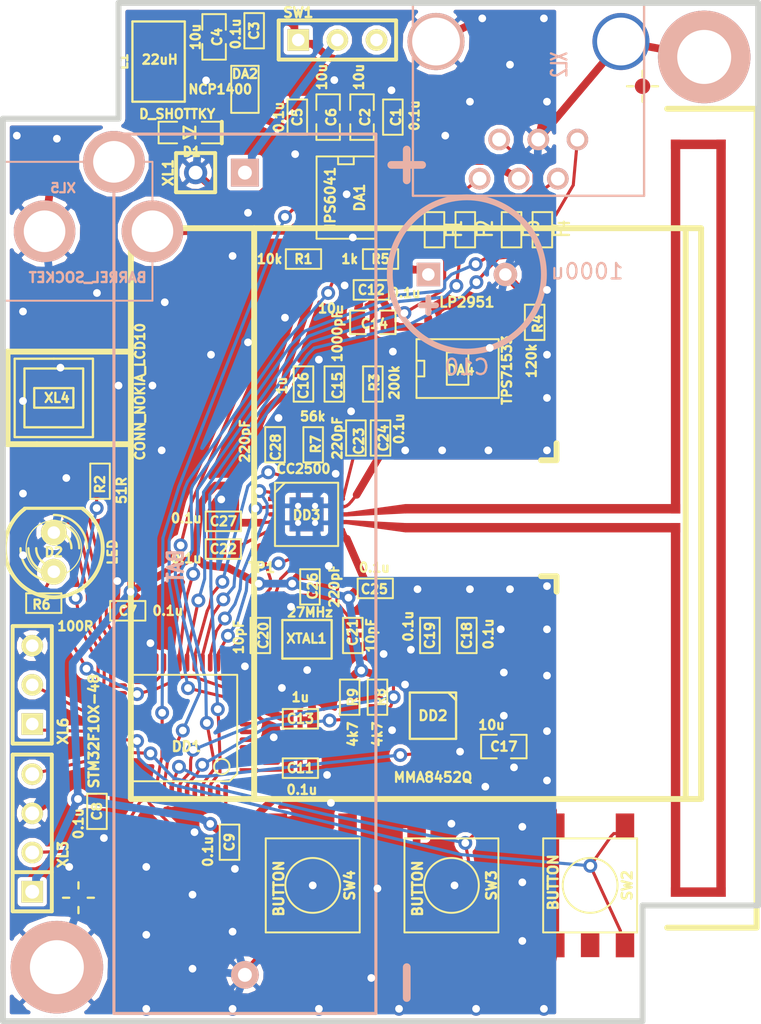
<source format=kicad_pcb>
(kicad_pcb (version 3) (host pcbnew "(2013-03-19 BZR 4004)-stable")
  (layers (15 Front signal hide) (0 Back signal hide) (18 B.Paste user) (19 F.Paste user) (20 B.SilkS user) (21 F.SilkS user) (22 B.Mask user) (23 F.Mask user) (28 Edge.Cuts user))
  (net 0 "")
  (net 1 +3.3V)
  (net 2 +BATT)
  (net 3 /ACC_INT1)
  (net 4 /ADC_BAT)
  (net 5 /Ant1)
  (net 6 /Ant2)
  (net 7 /BUTTON1)
  (net 8 /BUTTON2)
  (net 9 /BUTTON3)
  (net 10 /CC_CS)
  (net 11 /CC_GDO0)
  (net 12 /CC_MISO)
  (net 13 /CC_MOSI)
  (net 14 /CC_SCK)
  (net 15 /Ch1_ERROR)
  (net 16 /Ch1_IN)
  (net 17 /Ch1_OUT)
  (net 18 /GPIO0)
  (net 19 /GPIO1)
  (net 20 /GPIO2)
  (net 21 /GPIO3)
  (net 22 /I2C_SCL)
  (net 23 /I2C_SDA)
  (net 24 /LCD_BCKLT)
  (net 25 /LCD_SCLK)
  (net 26 /LCD_SDA)
  (net 27 /LCD_XCS)
  (net 28 /LCD_XRES)
  (net 29 /Lout)
  (net 30 /RX1)
  (net 31 /SWCLK)
  (net 32 /SWDIO)
  (net 33 /TX1)
  (net 34 GND)
  (net 35 N-000001)
  (net 36 N-0000010)
  (net 37 N-0000011)
  (net 38 N-0000012)
  (net 39 N-0000015)
  (net 40 N-0000017)
  (net 41 N-0000019)
  (net 42 N-0000022)
  (net 43 N-0000039)
  (net 44 N-0000040)
  (net 45 N-0000041)
  (net 46 N-0000042)
  (net 47 N-000005)
  (net 48 N-000007)
  (net 49 N-000008)
  (module REF_POINT_1MM (layer Front) (at 154 69.2 180)
    (fp_text reference RP1 hide)
    (fp_text value REFPOINT hide)
    (pad REF smd circle (at 0 0 180) (size 1.00076 1.00076) (layers Front F.Mask))
  )
  (module REF_POINT_1MM (layer Front) (at 117.4 121.8 180)
    (fp_text reference RP2 hide)
    (fp_text value REFPOINT hide)
    (pad REF smd circle (at 0 0 180) (size 1.00076 1.00076) (layers Front F.Mask))
  )
  (module LQFP48 (layer Front) (at 124.2 110.8 180)
    (fp_text reference DD1 (at -0.2 -1.2 180) (layer F.SilkS) (effects (font (size 0.635 0.635) (thickness 0.16002))))
    (fp_text value STM32F10X-48 (at 5.8 -0.2 270) (layer F.SilkS) (effects (font (size 0.635 0.635) (thickness 0.16002))))
    (pad 1 smd rect (at -4.24942 -2.75082 180) (size 1.19888 0.29972) (layers Front F.Paste F.Mask) (net 1 +3.3V))
    (pad 2 smd oval (at -4.24942 -2.25298 180) (size 1.19888 0.29972) (layers Front F.Paste F.Mask))
    (pad 3 smd oval (at -4.24942 -1.7526 180) (size 1.19888 0.29972) (layers Front F.Paste F.Mask))
    (pad 4 smd oval (at -4.24942 -1.25222 180) (size 1.19888 0.29972) (layers Front F.Paste F.Mask))
    (pad 5 smd oval (at -4.24942 -0.75184 180) (size 1.19888 0.29972) (layers Front F.Paste F.Mask))
    (pad 6 smd oval (at -4.24942 -0.25146 180) (size 1.19888 0.29972) (layers Front F.Paste F.Mask))
    (pad 7 smd oval (at -4.24942 0.24892 180) (size 1.19888 0.29972) (layers Front F.Paste F.Mask))
    (pad 8 smd oval (at -4.24942 0.7493 180) (size 1.19888 0.29972) (layers Front F.Paste F.Mask) (net 34 GND))
    (pad 9 smd oval (at -4.24942 1.24714 180) (size 1.19888 0.29972) (layers Front F.Paste F.Mask) (net 1 +3.3V))
    (pad 10 smd oval (at -4.24942 1.74752 180) (size 1.19888 0.29972) (layers Front F.Paste F.Mask) (net 4 /ADC_BAT))
    (pad 11 smd oval (at -4.24942 2.2479 180) (size 1.19888 0.29972) (layers Front F.Paste F.Mask) (net 44 N-0000040))
    (pad 12 smd oval (at -4.25196 2.74828 180) (size 1.19888 0.29972) (layers Front F.Paste F.Mask))
    (pad 13 smd oval (at -2.74574 4.24942 270) (size 1.19888 0.29972) (layers Front F.Paste F.Mask) (net 11 /CC_GDO0))
    (pad 14 smd oval (at -2.2479 4.24942 270) (size 1.19888 0.29972) (layers Front F.Paste F.Mask) (net 10 /CC_CS))
    (pad 15 smd oval (at -1.74752 4.24942 270) (size 1.19888 0.29972) (layers Front F.Paste F.Mask) (net 14 /CC_SCK))
    (pad 16 smd oval (at -1.24714 4.24942 270) (size 1.19888 0.29972) (layers Front F.Paste F.Mask) (net 12 /CC_MISO))
    (pad 17 smd oval (at -0.74676 4.24942 270) (size 1.19888 0.29972) (layers Front F.Paste F.Mask) (net 13 /CC_MOSI))
    (pad 18 smd oval (at -0.24638 4.24942 270) (size 1.19888 0.29972) (layers Front F.Paste F.Mask) (net 18 /GPIO0))
    (pad 19 smd oval (at 0.254 4.24942 270) (size 1.19888 0.29972) (layers Front F.Paste F.Mask) (net 19 /GPIO1))
    (pad 20 smd oval (at 0.75184 4.24942 270) (size 1.19888 0.29972) (layers Front F.Paste F.Mask))
    (pad 21 smd oval (at 1.25222 4.24942 270) (size 1.19888 0.29972) (layers Front F.Paste F.Mask) (net 26 /LCD_SDA))
    (pad 22 smd oval (at 1.7526 4.24942 270) (size 1.19888 0.29972) (layers Front F.Paste F.Mask) (net 28 /LCD_XRES))
    (pad 23 smd oval (at 2.25044 4.24942 270) (size 1.19888 0.29972) (layers Front F.Paste F.Mask) (net 34 GND))
    (pad 24 smd oval (at 2.75082 4.24942 270) (size 1.19888 0.29972) (layers Front F.Paste F.Mask) (net 1 +3.3V))
    (pad 25 smd oval (at 4.25196 2.75082 180) (size 1.19888 0.29972) (layers Front F.Paste F.Mask) (net 25 /LCD_SCLK))
    (pad 26 smd oval (at 4.25196 2.25044 180) (size 1.19888 0.29972) (layers Front F.Paste F.Mask))
    (pad 27 smd oval (at 4.25196 1.75006 180) (size 1.19888 0.29972) (layers Front F.Paste F.Mask) (net 27 /LCD_XCS))
    (pad 28 smd oval (at 4.25196 1.24968 180) (size 1.19888 0.29972) (layers Front F.Paste F.Mask) (net 24 /LCD_BCKLT))
    (pad 29 smd oval (at 4.25196 0.7493 180) (size 1.19888 0.29972) (layers Front F.Paste F.Mask))
    (pad 30 smd oval (at 4.25196 0.24892 180) (size 1.19888 0.29972) (layers Front F.Paste F.Mask) (net 33 /TX1))
    (pad 31 smd oval (at 4.25196 -0.25146 180) (size 1.19888 0.29972) (layers Front F.Paste F.Mask) (net 30 /RX1))
    (pad 32 smd oval (at 4.25196 -0.7493 180) (size 1.19888 0.29972) (layers Front F.Paste F.Mask) (net 7 /BUTTON1))
    (pad 33 smd oval (at 4.25196 -1.24968 180) (size 1.19888 0.29972) (layers Front F.Paste F.Mask) (net 8 /BUTTON2))
    (pad 34 smd oval (at 4.25196 -1.75006 180) (size 1.19888 0.29972) (layers Front F.Paste F.Mask) (net 32 /SWDIO))
    (pad 35 smd oval (at 4.25196 -2.25044 180) (size 1.19888 0.29972) (layers Front F.Paste F.Mask) (net 34 GND))
    (pad 36 smd oval (at 4.25196 -2.75082 180) (size 1.19888 0.29972) (layers Front F.Paste F.Mask) (net 1 +3.3V))
    (pad 37 smd oval (at 2.75082 -4.24942 270) (size 1.19888 0.29972) (layers Front F.Paste F.Mask) (net 31 /SWCLK))
    (pad 38 smd oval (at 2.25044 -4.24942 270) (size 1.19888 0.29972) (layers Front F.Paste F.Mask) (net 9 /BUTTON3))
    (pad 39 smd oval (at 1.75006 -4.24942 270) (size 1.19888 0.29972) (layers Front F.Paste F.Mask) (net 15 /Ch1_ERROR))
    (pad 40 smd oval (at 1.24968 -4.24942 270) (size 1.19888 0.29972) (layers Front F.Paste F.Mask) (net 16 /Ch1_IN))
    (pad 41 smd oval (at 0.7493 -4.24942 270) (size 1.19888 0.29972) (layers Front F.Paste F.Mask) (net 3 /ACC_INT1))
    (pad 42 smd oval (at 0.24892 -4.24942 270) (size 1.19888 0.29972) (layers Front F.Paste F.Mask) (net 22 /I2C_SCL))
    (pad 43 smd oval (at -0.24892 -4.24942 270) (size 1.19888 0.29972) (layers Front F.Paste F.Mask) (net 23 /I2C_SDA))
    (pad 44 smd oval (at -0.7493 -4.24942 270) (size 1.19888 0.29972) (layers Front F.Paste F.Mask) (net 34 GND))
    (pad 45 smd oval (at -1.24968 -4.24942 270) (size 1.19888 0.29972) (layers Front F.Paste F.Mask) (net 20 /GPIO2))
    (pad 46 smd oval (at -1.75006 -4.24942 270) (size 1.19888 0.29972) (layers Front F.Paste F.Mask) (net 21 /GPIO3))
    (pad 47 smd oval (at -2.25044 -4.24942 270) (size 1.19888 0.29972) (layers Front F.Paste F.Mask) (net 34 GND))
    (pad 48 smd oval (at -2.75082 -4.24942 270) (size 1.19888 0.29972) (layers Front F.Paste F.Mask) (net 1 +3.3V))
  )
  (module Hole3_5_out6mm (layer Back) (at 115.999 126.301)
    (fp_text reference HOLE2 hide)
    (fp_text value HOLE_METALLED (at -0.09906 3.2004) (layer B.SilkS) (effects (font (size 0.127 0.127) (thickness 0.00254)) (justify mirror)))
    (pad Hle thru_hole circle (at 0 0) (size 5.99948 5.99948) (drill 3.500119) (layers *.Cu *.Mask B.SilkS) (net 34 GND))
  )
  (module Hole3_5_out6mm (layer Back) (at 158.001 67.2994)
    (fp_text reference HOLE1 hide)
    (fp_text value HOLE_METALLED (at -0.09906 3.2004) (layer B.SilkS) (effects (font (size 0.127 0.127) (thickness 0.00254)) (justify mirror)))
    (pad Hle thru_hole circle (at 0 0) (size 5.99948 5.99948) (drill 3.500119) (layers *.Cu *.Mask B.SilkS) (net 34 GND))
  )
  (module FOLDED_DIPOLE (layer Front) (at 138.6 97.2)
    (fp_text reference ANT1 hide)
    (fp_text value ANT_PCB_NOCNTR hide)
    (pad ANTC smd rect (at -0.29972 0.57912 172.1) (size 1.00076 0.2794) (layers Front))
    (pad ANTC smd rect (at -1.84912 0.5207 172.1) (size 3.79984 0.2794) (layers Front))
    (pad ANTC smd rect (at -1.88976 0.35052 177) (size 3.8989 0.2794) (layers Front))
    (pad 2 smd rect (at -4.01066 -0.24892 180) (size 0.39878 0.2794) (layers Front) (net 6 /Ant2))
    (pad 1 smd rect (at -4.01066 0.24892 180) (size 0.39878 0.2794) (layers Front) (net 5 /Ant1))
    (pad ANTC smd rect (at 20.49526 0) (size 0.6096 49.08042) (layers Front))
    (pad ANTC smd rect (at 17.54378 -12.42568) (size 0.6096 24.22906) (layers Front))
    (pad ANTC smd rect (at 17.54378 12.42568) (size 0.6096 24.22906) (layers Front))
    (pad ANTC smd rect (at 8.92556 -0.61468 180) (size 17.85112 0.6096) (layers Front))
    (pad ANTC smd rect (at 8.92556 0.61468 180) (size 17.85112 0.6096) (layers Front))
    (pad ANTC smd rect (at 19.01952 -24.23414 180) (size 3.56108 0.6096) (layers Front))
    (pad ANTC smd rect (at 19.01952 24.23414 180) (size 3.56108 0.6096) (layers Front))
    (pad ANTC smd rect (at -1.88976 -0.35052 183) (size 3.8989 0.2794) (layers Front))
    (pad ANTC smd rect (at -1.84912 -0.5207 187.9) (size 3.79984 0.2794) (layers Front))
    (pad ANTC smd rect (at -0.32004 -0.58928 187.9) (size 1.00076 0.2794) (layers Front))
  )
  (module BATTERY_AA_X1 (layer Back) (at 128.199 100.799 90)
    (fp_text reference B1 hide)
    (fp_text value BAT (at 0.50038 -4.50088 90) (layer B.SilkS) (effects (font (size 1.00076 0.8001) (thickness 0.20066)) (justify mirror)))
    (pad A thru_hole rect (at 25.99944 0 90) (size 1.80086 1.80086) (drill 0.899159) (layers *.Cu *.Mask B.SilkS) (net 38 N-0000012))
    (pad C thru_hole circle (at -25.99944 0 90) (size 1.80086 1.80086) (drill 0.899159) (layers *.Cu *.Mask B.SilkS) (net 34 GND))
  )
  (module TESTPOINT_1MM (layer Front) (at 129.2835 99.3018)
    (fp_text reference TP1 (at 0 1.09982) (layer F.SilkS) (effects (font (size 0.635 0.635) (thickness 0.16002))))
    (fp_text value TESTPOINT hide)
    (pad 1 smd circle (at 0 0) (size 1.00076 1.524) (layers Front F.Paste F.Mask) (net 11 /CC_GDO0))
  )
  (module SOT23-5 (layer Front) (at 128.2 69.4 90)
    (fp_text reference DA2 (at 1 0 180) (layer F.SilkS) (effects (font (size 0.59 0.59944) (thickness 0.1475))))
    (fp_text value NCP1400 (at 0 -1.6 180) (layer F.SilkS) (effects (font (size 0.6 0.59944) (thickness 0.14986))))
    (pad 1 smd rect (at -0.9525 1.27 90) (size 0.508 0.762) (layers Front F.Paste F.Mask) (net 1 +3.3V))
    (pad 3 smd rect (at 0.9525 1.27 90) (size 0.508 0.762) (layers Front F.Paste F.Mask))
    (pad 5 smd rect (at -0.9525 -1.27 90) (size 0.508 0.762) (layers Front F.Paste F.Mask) (net 29 /Lout))
    (pad 2 smd rect (at 0 1.27 90) (size 0.508 0.762) (layers Front F.Paste F.Mask) (net 1 +3.3V))
    (pad 4 smd rect (at 0.9525 -1.27 90) (size 0.508 0.762) (layers Front F.Paste F.Mask) (net 34 GND))
  )
  (module SO8E (layer Front) (at 134.7539 76.4163 270)
    (fp_text reference DA1 (at 0 -0.889 270) (layer F.SilkS) (effects (font (size 0.635 0.635) (thickness 0.14986))))
    (fp_text value IPS6041 (at 0 1.016 270) (layer F.SilkS) (effects (font (size 0.635 0.635) (thickness 0.14986))))
    (pad 8 smd oval (at -1.905 -2.794 270) (size 0.508 1.50114) (layers Front F.Paste F.Mask) (net 2 +BATT))
    (pad 1 smd rect (at -1.905 2.794 270) (size 0.508 1.50114) (layers Front F.Paste F.Mask) (net 34 GND))
    (pad 7 smd oval (at -0.635 -2.794 270) (size 0.508 1.50114) (layers Front F.Paste F.Mask) (net 2 +BATT))
    (pad 6 smd oval (at 0.635 -2.794 270) (size 0.508 1.50114) (layers Front F.Paste F.Mask) (net 2 +BATT))
    (pad 5 smd oval (at 1.905 -2.794 270) (size 0.508 1.50114) (layers Front F.Paste F.Mask) (net 2 +BATT))
    (pad 2 smd oval (at -0.635 2.794 270) (size 0.508 1.50114) (layers Front F.Paste F.Mask) (net 39 N-0000015))
    (pad 3 smd oval (at 0.635 2.794 270) (size 0.508 1.50114) (layers Front F.Paste F.Mask) (net 15 /Ch1_ERROR))
    (pad 4 smd oval (at 1.905 2.794 270) (size 0.508 1.50114) (layers Front F.Paste F.Mask) (net 17 /Ch1_OUT))
  )
  (module SO8E (layer Front) (at 142 87.5)
    (fp_text reference DA4 (at 0.2 0.1) (layer F.SilkS) (effects (font (size 0.635 0.635) (thickness 0.14986))))
    (fp_text value LP2951 (at 0.6 -4.3) (layer F.SilkS) (effects (font (size 0.635 0.635) (thickness 0.14986))))
    (pad 8 smd oval (at -1.905 -2.794) (size 0.508 1.50114) (layers Front F.Paste F.Mask) (net 2 +BATT))
    (pad 1 smd rect (at -1.905 2.794) (size 0.508 1.50114) (layers Front F.Paste F.Mask) (net 1 +3.3V))
    (pad 7 smd oval (at -0.635 -2.794) (size 0.508 1.50114) (layers Front F.Paste F.Mask) (net 43 N-0000039))
    (pad 6 smd oval (at 0.635 -2.794) (size 0.508 1.50114) (layers Front F.Paste F.Mask))
    (pad 5 smd oval (at 1.905 -2.794) (size 0.508 1.50114) (layers Front F.Paste F.Mask))
    (pad 2 smd oval (at -0.635 2.794) (size 0.508 1.50114) (layers Front F.Paste F.Mask))
    (pad 3 smd oval (at 0.635 2.794) (size 0.508 1.50114) (layers Front F.Paste F.Mask) (net 34 GND))
    (pad 4 smd oval (at 1.905 2.794) (size 0.508 1.50114) (layers Front F.Paste F.Mask) (net 34 GND))
  )
  (module SMD0603_FUSE (layer Front) (at 147.5 78.5 270)
    (fp_text reference F4 (at -0.0635 -1.27 270) (layer F.SilkS) (effects (font (size 1.00076 0.59944) (thickness 0.14986))))
    (fp_text value FUSE0R hide)
    (pad 1 smd rect (at -0.58928 0 270) (size 0.98044 1.143) (layers Front F.Paste F.Mask) (net 37 N-0000011))
    (pad 2 smd rect (at 0.58928 0 270) (size 0.98044 1.143) (layers Front F.Paste F.Mask) (net 21 /GPIO3))
  )
  (module SMD0603_FUSE (layer Front) (at 145.5 78.5 270)
    (fp_text reference F3 (at -0.0635 -1.27 270) (layer F.SilkS) (effects (font (size 1.00076 0.59944) (thickness 0.14986))))
    (fp_text value FUSE0R hide)
    (pad 1 smd rect (at -0.58928 0 270) (size 0.98044 1.143) (layers Front F.Paste F.Mask) (net 40 N-0000017))
    (pad 2 smd rect (at 0.58928 0 270) (size 0.98044 1.143) (layers Front F.Paste F.Mask) (net 20 /GPIO2))
  )
  (module SMD0603_FUSE (layer Front) (at 140.5 78.5 270)
    (fp_text reference F1 (at -0.0635 -1.27 270) (layer F.SilkS) (effects (font (size 1.00076 0.59944) (thickness 0.14986))))
    (fp_text value FUSE0R hide)
    (pad 1 smd rect (at -0.58928 0 270) (size 0.98044 1.143) (layers Front F.Paste F.Mask) (net 41 N-0000019))
    (pad 2 smd rect (at 0.58928 0 270) (size 0.98044 1.143) (layers Front F.Paste F.Mask) (net 18 /GPIO0))
  )
  (module SMD0603_FUSE (layer Front) (at 142.5 78.5 270)
    (fp_text reference F2 (at -0.0635 -1.27 270) (layer F.SilkS) (effects (font (size 1.00076 0.59944) (thickness 0.14986))))
    (fp_text value FUSE0R hide)
    (pad 1 smd rect (at -0.58928 0 270) (size 0.98044 1.143) (layers Front F.Paste F.Mask) (net 36 N-0000010))
    (pad 2 smd rect (at 0.58928 0 270) (size 0.98044 1.143) (layers Front F.Paste F.Mask) (net 19 /GPIO1))
  )
  (module SIL-3 (layer Front) (at 114.4 108 90)
    (fp_text reference XL6 (at -3 2 90) (layer F.SilkS) (effects (font (size 0.635 0.635) (thickness 0.16002))))
    (fp_text value CONN_3 hide)
    (pad 1 thru_hole rect (at -2.54 0 90) (size 1.397 1.397) (drill 0.812799) (layers *.Cu *.Mask F.SilkS) (net 30 /RX1))
    (pad 2 thru_hole circle (at 0 0 90) (size 1.397 1.397) (drill 0.812799) (layers *.Cu *.Mask F.SilkS) (net 33 /TX1))
    (pad 3 thru_hole circle (at 2.54 0 90) (size 1.397 1.397) (drill 0.812799) (layers *.Cu *.Mask F.SilkS) (net 34 GND))
  )
  (module SIL-3 (layer Front) (at 134.2 66.2)
    (fp_text reference SW1 (at -2.54 -1.778) (layer F.SilkS) (effects (font (size 0.635 0.635) (thickness 0.16002))))
    (fp_text value SWITCH hide)
    (pad 1 thru_hole rect (at -2.54 0) (size 1.397 1.397) (drill 0.812799) (layers *.Cu *.Mask F.SilkS) (net 2 +BATT))
    (pad 2 thru_hole circle (at 0 0) (size 1.397 1.397) (drill 0.812799) (layers *.Cu *.Mask F.SilkS) (net 38 N-0000012))
    (pad 3 thru_hole circle (at 2.54 0) (size 1.397 1.397) (drill 0.812799) (layers *.Cu *.Mask F.SilkS))
  )
  (module RES_0603 (layer Front) (at 115.1492 102.7032)
    (fp_text reference R6 (at -0.1492 0.0968) (layer F.SilkS) (effects (font (size 0.59944 0.59944) (thickness 0.14986))))
    (fp_text value 100R (at 2.0508 1.4968) (layer F.SilkS) (effects (font (size 0.59944 0.59944) (thickness 0.14986))))
    (pad 1 smd rect (at -0.762 0) (size 0.635 1.143) (layers Front F.Paste F.Mask) (net 35 N-000001))
    (pad 2 smd rect (at 0.762 0) (size 0.635 1.143) (layers Front F.Paste F.Mask) (net 44 N-0000040))
  )
  (module RES_0603 (layer Front) (at 137 80.4 180)
    (fp_text reference R5 (at 0 0 180) (layer F.SilkS) (effects (font (size 0.59944 0.59944) (thickness 0.14986))))
    (fp_text value 1k (at 2 0 180) (layer F.SilkS) (effects (font (size 0.59944 0.59944) (thickness 0.14986))))
    (pad 1 smd rect (at -0.762 0 180) (size 0.635 1.143) (layers Front F.Paste F.Mask) (net 2 +BATT))
    (pad 2 smd rect (at 0.762 0 180) (size 0.635 1.143) (layers Front F.Paste F.Mask) (net 4 /ADC_BAT))
  )
  (module RES_0603 (layer Front) (at 135 108.8 90)
    (fp_text reference R9 (at 0 0.2 90) (layer F.SilkS) (effects (font (size 0.59944 0.59944) (thickness 0.14986))))
    (fp_text value 4k7 (at -2.4 0.2 90) (layer F.SilkS) (effects (font (size 0.59944 0.59944) (thickness 0.14986))))
    (pad 1 smd rect (at -0.762 0 90) (size 0.635 1.143) (layers Front F.Paste F.Mask) (net 23 /I2C_SDA))
    (pad 2 smd rect (at 0.762 0 90) (size 0.635 1.143) (layers Front F.Paste F.Mask) (net 1 +3.3V))
  )
  (module CONN_BARREL (layer Back) (at 122.2 78.6)
    (fp_text reference XL5 (at -5.8 -2.8) (layer B.SilkS) (effects (font (size 0.59944 0.59944) (thickness 0.14986)) (justify mirror)))
    (fp_text value BARREL_SOCKET (at -4.2 3) (layer B.SilkS) (effects (font (size 0.635 0.635) (thickness 0.16002)) (justify mirror)))
    (pad GND thru_hole circle (at -7.00024 0) (size 4.0005 4.0005) (drill 2.700019) (layers *.Cu *.Mask B.SilkS) (net 34 GND))
    (pad SW thru_hole circle (at -2.49936 -4.50088) (size 4.0005 4.0005) (drill 2.700019) (layers *.Cu *.Mask B.SilkS))
    (pad PWR thru_hole circle (at 0 0) (size 4.0005 4.0005) (drill 2.700019) (layers *.Cu *.Mask B.SilkS) (net 17 /Ch1_OUT))
  )
  (module CAP_0805 (layer Front) (at 136.5 84.5 180)
    (fp_text reference C14 (at -0.1 -0.1 180) (layer F.SilkS) (effects (font (size 0.59944 0.59944) (thickness 0.14986))))
    (fp_text value 10u (at 2.7 0.9 180) (layer F.SilkS) (effects (font (size 0.59944 0.59944) (thickness 0.14986))))
    (pad 1 smd rect (at -0.9525 0 180) (size 0.889 1.397) (layers Front F.Paste F.Mask) (net 2 +BATT))
    (pad 2 smd rect (at 0.9525 0 180) (size 0.889 1.397) (layers Front F.Paste F.Mask) (net 34 GND))
  )
  (module CAP_0603 (layer Front) (at 132 88.5 90)
    (fp_text reference C16 (at -0.1 0 90) (layer F.SilkS) (effects (font (size 0.59944 0.59944) (thickness 0.14986))))
    (fp_text value 1u (at -0.1 -1.4 90) (layer F.SilkS) (effects (font (size 0.59944 0.59944) (thickness 0.14986))))
    (pad 1 smd rect (at -0.762 0 90) (size 0.635 1.143) (layers Front F.Paste F.Mask) (net 1 +3.3V))
    (pad 2 smd rect (at 0.762 0 90) (size 0.635 1.143) (layers Front F.Paste F.Mask) (net 34 GND))
  )
  (module CAP_0603 (layer Front) (at 134 88.5 90)
    (fp_text reference C15 (at -0.1 0.2 90) (layer F.SilkS) (effects (font (size 0.59944 0.59944) (thickness 0.14986))))
    (fp_text value 1000pF (at 3.1 0.2 90) (layer F.SilkS) (effects (font (size 0.59944 0.59944) (thickness 0.14986))))
    (pad 1 smd rect (at -0.762 0 90) (size 0.635 1.143) (layers Front F.Paste F.Mask) (net 1 +3.3V))
    (pad 2 smd rect (at 0.762 0 90) (size 0.635 1.143) (layers Front F.Paste F.Mask) (net 43 N-0000039))
  )
  (module CAP_0603 (layer Front) (at 132.4212 101.6482 270)
    (fp_text reference C26 (at -0.0482 -0.1788 270) (layer F.SilkS) (effects (font (size 0.59944 0.59944) (thickness 0.14986))))
    (fp_text value 220pF (at -0.0482 -1.5788 270) (layer F.SilkS) (effects (font (size 0.59944 0.59944) (thickness 0.14986))))
    (pad 1 smd rect (at -0.762 0 270) (size 0.635 1.143) (layers Front F.Paste F.Mask) (net 1 +3.3V))
    (pad 2 smd rect (at 0.762 0 270) (size 0.635 1.143) (layers Front F.Paste F.Mask) (net 34 GND))
  )
  (module CAP_0603 (layer Front) (at 126.8 97.4 180)
    (fp_text reference C27 (at 0 0 180) (layer F.SilkS) (effects (font (size 0.59944 0.59944) (thickness 0.14986))))
    (fp_text value 0.1u (at 2.4 0.2 180) (layer F.SilkS) (effects (font (size 0.59944 0.59944) (thickness 0.14986))))
    (pad 1 smd rect (at -0.762 0 180) (size 0.635 1.143) (layers Front F.Paste F.Mask) (net 1 +3.3V))
    (pad 2 smd rect (at 0.762 0 180) (size 0.635 1.143) (layers Front F.Paste F.Mask) (net 34 GND))
  )
  (module CAP_0603 (layer Front) (at 130.1521 92.4357 90)
    (fp_text reference C28 (at -0.1643 0.0479 90) (layer F.SilkS) (effects (font (size 0.59944 0.59944) (thickness 0.14986))))
    (fp_text value 220pF (at 0.2357 -1.9521 90) (layer F.SilkS) (effects (font (size 0.59944 0.59944) (thickness 0.14986))))
    (pad 1 smd rect (at -0.762 0 90) (size 0.635 1.143) (layers Front F.Paste F.Mask) (net 1 +3.3V))
    (pad 2 smd rect (at 0.762 0 90) (size 0.635 1.143) (layers Front F.Paste F.Mask) (net 34 GND))
  )
  (module BUTTON_6x6SMD (layer Front) (at 150.6 121 270)
    (fp_text reference SW2 (at 0 -2.4 270) (layer F.SilkS) (effects (font (size 0.635 0.635) (thickness 0.16002))))
    (fp_text value BUTTON (at -0.2 2.4 270) (layer F.SilkS) (effects (font (size 0.635 0.635) (thickness 0.16002))))
    (pad 1 smd rect (at 3.8608 -2.2606 270) (size 1.6002 1.19888) (layers Front F.Paste F.Mask) (net 7 /BUTTON1))
    (pad 2 smd rect (at 3.8608 2.2606 270) (size 1.6002 1.19888) (layers Front F.Paste F.Mask) (net 34 GND))
    (pad 1 smd rect (at -3.8608 -2.2606 270) (size 1.6002 1.19888) (layers Front F.Paste F.Mask) (net 7 /BUTTON1))
    (pad 2 smd rect (at -3.8608 2.2606 270) (size 1.6002 1.19888) (layers Front F.Paste F.Mask) (net 34 GND))
    (pad H smd rect (at 3.85064 0 270) (size 1.6002 1.19888) (layers Front F.Paste F.Mask))
  )
  (module BUTTON_6x6SMD (layer Front) (at 141.6 121 270)
    (fp_text reference SW3 (at 0 -2.6 270) (layer F.SilkS) (effects (font (size 0.635 0.635) (thickness 0.16002))))
    (fp_text value BUTTON (at 0.2 2.2 270) (layer F.SilkS) (effects (font (size 0.635 0.635) (thickness 0.16002))))
    (pad 1 smd rect (at 3.8608 -2.2606 270) (size 1.6002 1.19888) (layers Front F.Paste F.Mask) (net 8 /BUTTON2))
    (pad 2 smd rect (at 3.8608 2.2606 270) (size 1.6002 1.19888) (layers Front F.Paste F.Mask) (net 34 GND))
    (pad 1 smd rect (at -3.8608 -2.2606 270) (size 1.6002 1.19888) (layers Front F.Paste F.Mask) (net 8 /BUTTON2))
    (pad 2 smd rect (at -3.8608 2.2606 270) (size 1.6002 1.19888) (layers Front F.Paste F.Mask) (net 34 GND))
    (pad H smd rect (at 3.85064 0 270) (size 1.6002 1.19888) (layers Front F.Paste F.Mask))
  )
  (module BUTTON_6x6SMD (layer Front) (at 132.6 121 270)
    (fp_text reference SW4 (at 0 -2.4 270) (layer F.SilkS) (effects (font (size 0.635 0.635) (thickness 0.16002))))
    (fp_text value BUTTON (at 0.2 2.2 270) (layer F.SilkS) (effects (font (size 0.635 0.635) (thickness 0.16002))))
    (pad 1 smd rect (at 3.8608 -2.2606 270) (size 1.6002 1.19888) (layers Front F.Paste F.Mask) (net 9 /BUTTON3))
    (pad 2 smd rect (at 3.8608 2.2606 270) (size 1.6002 1.19888) (layers Front F.Paste F.Mask) (net 34 GND))
    (pad 1 smd rect (at -3.8608 -2.2606 270) (size 1.6002 1.19888) (layers Front F.Paste F.Mask) (net 9 /BUTTON3))
    (pad 2 smd rect (at -3.8608 2.2606 270) (size 1.6002 1.19888) (layers Front F.Paste F.Mask) (net 34 GND))
    (pad H smd rect (at 3.85064 0 270) (size 1.6002 1.19888) (layers Front F.Paste F.Mask))
  )
  (module SOT323 (layer Front) (at 142 87.5 180)
    (fp_text reference DA3 hide)
    (fp_text value TPS71533 (at -3.2 -0.1 270) (layer F.SilkS) (effects (font (size 0.6 0.59944) (thickness 0.14986))))
    (pad 1 smd rect (at -1.04902 -0.65024 180) (size 0.59944 0.29972) (layers Front F.Paste F.Mask))
    (pad 2 smd rect (at -1.04902 0 180) (size 0.59944 0.29972) (layers Front F.Paste F.Mask) (net 34 GND))
    (pad 3 smd rect (at -1.04902 0.65024 180) (size 0.59944 0.29972) (layers Front F.Paste F.Mask))
    (pad 4 smd rect (at 1.04902 0.65024 180) (size 0.59944 0.29972) (layers Front F.Paste F.Mask) (net 2 +BATT))
    (pad 5 smd rect (at 1.04902 -0.65024 180) (size 0.59944 0.29972) (layers Front F.Paste F.Mask) (net 1 +3.3V))
  )
  (module CAP_0805 (layer Front) (at 133.6 71.2 90)
    (fp_text reference C6 (at 0 0.2 90) (layer F.SilkS) (effects (font (size 0.59944 0.59944) (thickness 0.14986))))
    (fp_text value 10u (at 2.6 -0.4 90) (layer F.SilkS) (effects (font (size 0.59944 0.59944) (thickness 0.14986))))
    (pad 1 smd rect (at -0.9525 0 90) (size 0.889 1.397) (layers Front F.Paste F.Mask) (net 1 +3.3V))
    (pad 2 smd rect (at 0.9525 0 90) (size 0.889 1.397) (layers Front F.Paste F.Mask) (net 34 GND))
  )
  (module CAP_0805 (layer Front) (at 126.2 66 270)
    (fp_text reference C4 (at 0 -0.2 270) (layer F.SilkS) (effects (font (size 0.59944 0.59944) (thickness 0.14986))))
    (fp_text value 10u (at 0 1.2 270) (layer F.SilkS) (effects (font (size 0.59944 0.59944) (thickness 0.14986))))
    (pad 1 smd rect (at -0.9525 0 270) (size 0.889 1.397) (layers Front F.Paste F.Mask) (net 2 +BATT))
    (pad 2 smd rect (at 0.9525 0 270) (size 0.889 1.397) (layers Front F.Paste F.Mask) (net 34 GND))
  )
  (module CAP_0805 (layer Front) (at 135.8 71.2 90)
    (fp_text reference C2 (at 0 0.2 90) (layer F.SilkS) (effects (font (size 0.59944 0.59944) (thickness 0.14986))))
    (fp_text value 10u (at 2.6 -0.2 90) (layer F.SilkS) (effects (font (size 0.59944 0.59944) (thickness 0.14986))))
    (pad 1 smd rect (at -0.9525 0 90) (size 0.889 1.397) (layers Front F.Paste F.Mask) (net 2 +BATT))
    (pad 2 smd rect (at 0.9525 0 90) (size 0.889 1.397) (layers Front F.Paste F.Mask) (net 34 GND))
  )
  (module CAP_0603 (layer Front) (at 136.6582 101.7453)
    (fp_text reference C25 (at -0.0582 0.0547) (layer F.SilkS) (effects (font (size 0.59944 0.59944) (thickness 0.14986))))
    (fp_text value 0.1u (at -0.0582 -1.3453) (layer F.SilkS) (effects (font (size 0.59944 0.59944) (thickness 0.14986))))
    (pad 1 smd rect (at -0.762 0) (size 0.635 1.143) (layers Front F.Paste F.Mask) (net 1 +3.3V))
    (pad 2 smd rect (at 0.762 0) (size 0.635 1.143) (layers Front F.Paste F.Mask) (net 34 GND))
  )
  (module RES_0603 (layer Front) (at 136.8 108.8 270)
    (fp_text reference R8 (at 0 -0.2 270) (layer F.SilkS) (effects (font (size 0.59944 0.59944) (thickness 0.14986))))
    (fp_text value 4k7 (at 2.4 0 270) (layer F.SilkS) (effects (font (size 0.59944 0.59944) (thickness 0.14986))))
    (pad 1 smd rect (at -0.762 0 270) (size 0.635 1.143) (layers Front F.Paste F.Mask) (net 1 +3.3V))
    (pad 2 smd rect (at 0.762 0 270) (size 0.635 1.143) (layers Front F.Paste F.Mask) (net 22 /I2C_SCL))
  )
  (module RES_0603 (layer Front) (at 132.6285 92.4385 90)
    (fp_text reference R7 (at 0.0385 0.1715 90) (layer F.SilkS) (effects (font (size 0.59944 0.59944) (thickness 0.14986))))
    (fp_text value 56k (at 1.8385 -0.0285 180) (layer F.SilkS) (effects (font (size 0.59944 0.59944) (thickness 0.14986))))
    (pad 1 smd rect (at -0.762 0 90) (size 0.635 1.143) (layers Front F.Paste F.Mask) (net 48 N-000007))
    (pad 2 smd rect (at 0.762 0 90) (size 0.635 1.143) (layers Front F.Paste F.Mask) (net 34 GND))
  )
  (module RES_0603 (layer Front) (at 132 80.4)
    (fp_text reference R1 (at 0 0) (layer F.SilkS) (effects (font (size 0.59944 0.59944) (thickness 0.14986))))
    (fp_text value 10k (at -2.2 0) (layer F.SilkS) (effects (font (size 0.59944 0.59944) (thickness 0.14986))))
    (pad 1 smd rect (at -0.762 0) (size 0.635 1.143) (layers Front F.Paste F.Mask) (net 16 /Ch1_IN))
    (pad 2 smd rect (at 0.762 0) (size 0.635 1.143) (layers Front F.Paste F.Mask) (net 39 N-0000015))
  )
  (module RES_0603 (layer Front) (at 118.8 94.8 270)
    (fp_text reference R2 (at 0.2 0 270) (layer F.SilkS) (effects (font (size 0.59944 0.59944) (thickness 0.14986))))
    (fp_text value 51R (at 0.6 -1.4 270) (layer F.SilkS) (effects (font (size 0.59944 0.59944) (thickness 0.14986))))
    (pad 1 smd rect (at -0.762 0 270) (size 0.635 1.143) (layers Front F.Paste F.Mask) (net 42 N-0000022))
    (pad 2 smd rect (at 0.762 0 270) (size 0.635 1.143) (layers Front F.Paste F.Mask) (net 24 /LCD_BCKLT))
  )
  (module RES_0603 (layer Front) (at 136.5 88.5 90)
    (fp_text reference R3 (at 0.1 0.1 90) (layer F.SilkS) (effects (font (size 0.59944 0.59944) (thickness 0.14986))))
    (fp_text value 200k (at 0.09906 1.39954 90) (layer F.SilkS) (effects (font (size 0.59944 0.59944) (thickness 0.14986))))
    (pad 1 smd rect (at -0.762 0 90) (size 0.635 1.143) (layers Front F.Paste F.Mask) (net 1 +3.3V))
    (pad 2 smd rect (at 0.762 0 90) (size 0.635 1.143) (layers Front F.Paste F.Mask) (net 43 N-0000039))
  )
  (module RES_0603 (layer Front) (at 147 84.5 90)
    (fp_text reference R4 (at -0.1 0.2 90) (layer F.SilkS) (effects (font (size 0.59944 0.59944) (thickness 0.14986))))
    (fp_text value 120k (at -2.5 -0.2 90) (layer F.SilkS) (effects (font (size 0.59944 0.59944) (thickness 0.14986))))
    (pad 1 smd rect (at -0.762 0 90) (size 0.635 1.143) (layers Front F.Paste F.Mask) (net 43 N-0000039))
    (pad 2 smd rect (at 0.762 0 90) (size 0.635 1.143) (layers Front F.Paste F.Mask) (net 34 GND))
  )
  (module CAP_0603 (layer Front) (at 137.8 71.2 90)
    (fp_text reference C1 (at 0 0.2 90) (layer F.SilkS) (effects (font (size 0.59944 0.59944) (thickness 0.14986))))
    (fp_text value 0.1u (at 0.09906 1.39954 90) (layer F.SilkS) (effects (font (size 0.59944 0.59944) (thickness 0.14986))))
    (pad 1 smd rect (at -0.762 0 90) (size 0.635 1.143) (layers Front F.Paste F.Mask) (net 2 +BATT))
    (pad 2 smd rect (at 0.762 0 90) (size 0.635 1.143) (layers Front F.Paste F.Mask) (net 34 GND))
  )
  (module CAP_0603 (layer Front) (at 128.8 65.6 270)
    (fp_text reference C3 (at 0 0 270) (layer F.SilkS) (effects (font (size 0.59944 0.59944) (thickness 0.14986))))
    (fp_text value 0.1u (at 0.2 1.2 270) (layer F.SilkS) (effects (font (size 0.59944 0.59944) (thickness 0.14986))))
    (pad 1 smd rect (at -0.762 0 270) (size 0.635 1.143) (layers Front F.Paste F.Mask) (net 2 +BATT))
    (pad 2 smd rect (at 0.762 0 270) (size 0.635 1.143) (layers Front F.Paste F.Mask) (net 34 GND))
  )
  (module CAP_0603 (layer Front) (at 131.6 71.2 90)
    (fp_text reference C5 (at 0 0 90) (layer F.SilkS) (effects (font (size 0.59944 0.59944) (thickness 0.14986))))
    (fp_text value 0.1u (at 0 -1.2 90) (layer F.SilkS) (effects (font (size 0.59944 0.59944) (thickness 0.14986))))
    (pad 1 smd rect (at -0.762 0 90) (size 0.635 1.143) (layers Front F.Paste F.Mask) (net 1 +3.3V))
    (pad 2 smd rect (at 0.762 0 90) (size 0.635 1.143) (layers Front F.Paste F.Mask) (net 34 GND))
  )
  (module CAP_0603 (layer Front) (at 120.6 103.2 180)
    (fp_text reference C7 (at 0 0 180) (layer F.SilkS) (effects (font (size 0.59944 0.59944) (thickness 0.14986))))
    (fp_text value 0.1u (at -2.6 0 180) (layer F.SilkS) (effects (font (size 0.59944 0.59944) (thickness 0.14986))))
    (pad 1 smd rect (at -0.762 0 180) (size 0.635 1.143) (layers Front F.Paste F.Mask) (net 1 +3.3V))
    (pad 2 smd rect (at 0.762 0 180) (size 0.635 1.143) (layers Front F.Paste F.Mask) (net 34 GND))
  )
  (module CAP_0603 (layer Front) (at 118.6 116.2 270)
    (fp_text reference C8 (at 0 0 270) (layer F.SilkS) (effects (font (size 0.59944 0.59944) (thickness 0.14986))))
    (fp_text value 0.1u (at 0.8 1.2 270) (layer F.SilkS) (effects (font (size 0.59944 0.59944) (thickness 0.14986))))
    (pad 1 smd rect (at -0.762 0 270) (size 0.635 1.143) (layers Front F.Paste F.Mask) (net 1 +3.3V))
    (pad 2 smd rect (at 0.762 0 270) (size 0.635 1.143) (layers Front F.Paste F.Mask) (net 34 GND))
  )
  (module CAP_0603 (layer Front) (at 127.2 118.2 270)
    (fp_text reference C9 (at 0 0 270) (layer F.SilkS) (effects (font (size 0.59944 0.59944) (thickness 0.14986))))
    (fp_text value 0.1u (at 0.6 1.4 270) (layer F.SilkS) (effects (font (size 0.59944 0.59944) (thickness 0.14986))))
    (pad 1 smd rect (at -0.762 0 270) (size 0.635 1.143) (layers Front F.Paste F.Mask) (net 1 +3.3V))
    (pad 2 smd rect (at 0.762 0 270) (size 0.635 1.143) (layers Front F.Paste F.Mask) (net 34 GND))
  )
  (module CAP_10xxR (layer Back) (at 142.6 81.4)
    (fp_text reference C10 (at 0 5.99948) (layer B.SilkS) (effects (font (size 1.00076 1.00076) (thickness 0.14986)) (justify mirror)))
    (fp_text value 1000u (at 7.8 -0.2) (layer B.SilkS) (effects (font (size 1.00076 1.00076) (thickness 0.14986)) (justify mirror)))
    (pad 1 thru_hole rect (at -2.49936 0) (size 1.524 1.524) (drill 0.812799) (layers *.Cu *.Mask B.SilkS) (net 2 +BATT))
    (pad 2 thru_hole circle (at 2.49936 0) (size 1.524 1.524) (drill 0.812799) (layers *.Cu *.Mask B.SilkS) (net 34 GND))
  )
  (module CAP_0603 (layer Front) (at 131.8 113.4)
    (fp_text reference C11 (at 0 0) (layer F.SilkS) (effects (font (size 0.59944 0.59944) (thickness 0.14986))))
    (fp_text value 0.1u (at 0.09906 1.39954) (layer F.SilkS) (effects (font (size 0.59944 0.59944) (thickness 0.14986))))
    (pad 1 smd rect (at -0.762 0) (size 0.635 1.143) (layers Front F.Paste F.Mask) (net 1 +3.3V))
    (pad 2 smd rect (at 0.762 0) (size 0.635 1.143) (layers Front F.Paste F.Mask) (net 34 GND))
  )
  (module CAP_0603 (layer Front) (at 136.4 82.4 180)
    (fp_text reference C12 (at 0 0 180) (layer F.SilkS) (effects (font (size 0.59944 0.59944) (thickness 0.14986))))
    (fp_text value 0.1u (at -2.2 -0.2 180) (layer F.SilkS) (effects (font (size 0.59944 0.59944) (thickness 0.14986))))
    (pad 1 smd rect (at -0.762 0 180) (size 0.635 1.143) (layers Front F.Paste F.Mask) (net 2 +BATT))
    (pad 2 smd rect (at 0.762 0 180) (size 0.635 1.143) (layers Front F.Paste F.Mask) (net 34 GND))
  )
  (module CAP_0603 (layer Front) (at 131.8 110.2)
    (fp_text reference C13 (at 0 0) (layer F.SilkS) (effects (font (size 0.59944 0.59944) (thickness 0.14986))))
    (fp_text value 1u (at 0 -1.4) (layer F.SilkS) (effects (font (size 0.59944 0.59944) (thickness 0.14986))))
    (pad 1 smd rect (at -0.762 0) (size 0.635 1.143) (layers Front F.Paste F.Mask) (net 1 +3.3V))
    (pad 2 smd rect (at 0.762 0) (size 0.635 1.143) (layers Front F.Paste F.Mask) (net 34 GND))
  )
  (module CAP_0805 (layer Front) (at 145 112)
    (fp_text reference C17 (at 0 0) (layer F.SilkS) (effects (font (size 0.59944 0.59944) (thickness 0.14986))))
    (fp_text value 10u (at -0.8 -1.4) (layer F.SilkS) (effects (font (size 0.59944 0.59944) (thickness 0.14986))))
    (pad 1 smd rect (at -0.9525 0) (size 0.889 1.397) (layers Front F.Paste F.Mask) (net 1 +3.3V))
    (pad 2 smd rect (at 0.9525 0) (size 0.889 1.397) (layers Front F.Paste F.Mask) (net 34 GND))
  )
  (module CAP_0603 (layer Front) (at 142.6 104.8 90)
    (fp_text reference C18 (at 0 0 90) (layer F.SilkS) (effects (font (size 0.59944 0.59944) (thickness 0.14986))))
    (fp_text value 0.1u (at 0.09906 1.39954 90) (layer F.SilkS) (effects (font (size 0.59944 0.59944) (thickness 0.14986))))
    (pad 1 smd rect (at -0.762 0 90) (size 0.635 1.143) (layers Front F.Paste F.Mask) (net 1 +3.3V))
    (pad 2 smd rect (at 0.762 0 90) (size 0.635 1.143) (layers Front F.Paste F.Mask) (net 34 GND))
  )
  (module CAP_0603 (layer Front) (at 140.2 104.8 90)
    (fp_text reference C19 (at 0 0 90) (layer F.SilkS) (effects (font (size 0.59944 0.59944) (thickness 0.14986))))
    (fp_text value 0.1u (at 0.6 -1.4 90) (layer F.SilkS) (effects (font (size 0.59944 0.59944) (thickness 0.14986))))
    (pad 1 smd rect (at -0.762 0 90) (size 0.635 1.143) (layers Front F.Paste F.Mask) (net 47 N-000005))
    (pad 2 smd rect (at 0.762 0 90) (size 0.635 1.143) (layers Front F.Paste F.Mask) (net 34 GND))
  )
  (module CAP_0603 (layer Front) (at 129.2 104.8 270)
    (fp_text reference C20 (at 0 -0.2 270) (layer F.SilkS) (effects (font (size 0.59944 0.59944) (thickness 0.14986))))
    (fp_text value 10pF (at 0.09906 1.39954 270) (layer F.SilkS) (effects (font (size 0.59944 0.59944) (thickness 0.14986))))
    (pad 1 smd rect (at -0.762 0 270) (size 0.635 1.143) (layers Front F.Paste F.Mask) (net 46 N-0000042))
    (pad 2 smd rect (at 0.762 0 270) (size 0.635 1.143) (layers Front F.Paste F.Mask) (net 34 GND))
  )
  (module CAP_0603 (layer Front) (at 135.2 104.8 270)
    (fp_text reference C21 (at -0.2 0 270) (layer F.SilkS) (effects (font (size 0.59944 0.59944) (thickness 0.14986))))
    (fp_text value 10pF (at 0 -1.2 270) (layer F.SilkS) (effects (font (size 0.59944 0.59944) (thickness 0.14986))))
    (pad 1 smd rect (at -0.762 0 270) (size 0.635 1.143) (layers Front F.Paste F.Mask) (net 45 N-0000041))
    (pad 2 smd rect (at 0.762 0 270) (size 0.635 1.143) (layers Front F.Paste F.Mask) (net 34 GND))
  )
  (module CAP_0603 (layer Front) (at 126.8 99.2 180)
    (fp_text reference C22 (at 0 0 180) (layer F.SilkS) (effects (font (size 0.59944 0.59944) (thickness 0.14986))))
    (fp_text value 0.1u (at 2.4 -0.6 180) (layer F.SilkS) (effects (font (size 0.59944 0.59944) (thickness 0.14986))))
    (pad 1 smd rect (at -0.762 0 180) (size 0.635 1.143) (layers Front F.Paste F.Mask) (net 49 N-000008))
    (pad 2 smd rect (at 0.762 0 180) (size 0.635 1.143) (layers Front F.Paste F.Mask) (net 34 GND))
  )
  (module CAP_0603 (layer Front) (at 135.4 92 90)
    (fp_text reference C23 (at -0.2 0.2 90) (layer F.SilkS) (effects (font (size 0.59944 0.59944) (thickness 0.14986))))
    (fp_text value 220pF (at 0 -1.2 90) (layer F.SilkS) (effects (font (size 0.59944 0.59944) (thickness 0.14986))))
    (pad 1 smd rect (at -0.762 0 90) (size 0.635 1.143) (layers Front F.Paste F.Mask) (net 1 +3.3V))
    (pad 2 smd rect (at 0.762 0 90) (size 0.635 1.143) (layers Front F.Paste F.Mask) (net 34 GND))
  )
  (module CAP_0603 (layer Front) (at 137 92 90)
    (fp_text reference C24 (at 0 0.2 90) (layer F.SilkS) (effects (font (size 0.59944 0.59944) (thickness 0.14986))))
    (fp_text value 0.1u (at 0.6 1.2 90) (layer F.SilkS) (effects (font (size 0.59944 0.59944) (thickness 0.14986))))
    (pad 1 smd rect (at -0.762 0 90) (size 0.635 1.143) (layers Front F.Paste F.Mask) (net 1 +3.3V))
    (pad 2 smd rect (at 0.762 0 90) (size 0.635 1.143) (layers Front F.Paste F.Mask) (net 34 GND))
  )
  (module RJ11_TJ6_6P6C (layer Back) (at 146.6 59 270)
    (fp_text reference XL2 (at 8.8 -2 270) (layer B.SilkS) (effects (font (size 1.00076 0.59944) (thickness 0.14986)) (justify mirror)))
    (fp_text value RJ11 hide)
    (pad H thru_hole circle (at 7.29996 5.99948 270) (size 3.70078 3.70078) (drill 3.0988) (layers *.Cu *.Mask B.SilkS) (net 34 GND))
    (pad H thru_hole circle (at 7.29996 -5.99948 270) (size 3.70078 3.70078) (drill 3.0988) (layers *.Cu *.Mask) (net 34 GND))
    (pad 3 thru_hole circle (at 16.18996 0.635 270) (size 1.39954 1.39954) (drill 0.899159) (layers *.Cu *.Mask B.SilkS) (net 2 +BATT))
    (pad 4 thru_hole circle (at 13.64996 -0.635 270) (size 1.39954 1.39954) (drill 0.899159) (layers *.Cu *.Mask B.SilkS) (net 34 GND))
    (pad 5 thru_hole circle (at 16.18996 -1.905 270) (size 1.39954 1.39954) (drill 0.899159) (layers *.Cu *.Mask B.SilkS) (net 40 N-0000017))
    (pad 2 thru_hole circle (at 13.64996 1.905 270) (size 1.39954 1.39954) (drill 0.899159) (layers *.Cu *.Mask B.SilkS) (net 36 N-0000010))
    (pad 1 thru_hole circle (at 16.1925 3.175 270) (size 1.39954 1.39954) (drill 0.899159) (layers *.Cu *.Mask B.SilkS) (net 41 N-0000019))
    (pad 6 thru_hole circle (at 13.6525 -3.175 270) (size 1.39954 1.39954) (drill 0.899159) (layers *.Cu *.Mask B.SilkS) (net 37 N-0000011))
  )
  (module QFN16_5_3 (layer Front) (at 140.4 110 180)
    (fp_text reference DD2 (at 0 0 180) (layer F.SilkS) (effects (font (size 0.635 0.635) (thickness 0.14986))))
    (fp_text value MMA8452Q (at 0 -4.0005 180) (layer F.SilkS) (effects (font (size 0.635 0.635) (thickness 0.14986))))
    (pad 1 smd rect (at -1.00076 1.50114 270) (size 1.19888 0.29972) (layers Front F.Paste F.Mask) (net 1 +3.3V))
    (pad 2 smd oval (at -0.50038 1.50114 270) (size 1.19888 0.29972) (layers Front F.Paste F.Mask) (net 47 N-000005))
    (pad 3 smd oval (at 0 1.50114 270) (size 1.19888 0.29972) (layers Front F.Paste F.Mask))
    (pad 4 smd oval (at 0.50038 1.50114 270) (size 1.19888 0.29972) (layers Front F.Paste F.Mask) (net 22 /I2C_SCL))
    (pad 5 smd oval (at 1.00076 1.50114 270) (size 1.19888 0.29972) (layers Front F.Paste F.Mask) (net 34 GND))
    (pad 6 smd oval (at 1.50114 0.50038 180) (size 1.19888 0.29972) (layers Front F.Paste F.Mask) (net 23 /I2C_SDA))
    (pad 7 smd oval (at 1.50114 0 180) (size 1.19888 0.29972) (layers Front F.Paste F.Mask) (net 34 GND))
    (pad 8 smd oval (at 1.50114 -0.50038 180) (size 1.19888 0.29972) (layers Front F.Paste F.Mask))
    (pad 9 smd oval (at 1.00076 -1.50114 270) (size 1.19888 0.29972) (layers Front F.Paste F.Mask))
    (pad 10 smd oval (at 0.50038 -1.50114 270) (size 1.19888 0.29972) (layers Front F.Paste F.Mask) (net 34 GND))
    (pad 11 smd oval (at 0 -1.50114 270) (size 1.19888 0.29972) (layers Front F.Paste F.Mask) (net 3 /ACC_INT1))
    (pad 12 smd oval (at -0.50038 -1.50114 270) (size 1.19888 0.29972) (layers Front F.Paste F.Mask) (net 34 GND))
    (pad 13 smd oval (at -1.00076 -1.50114 270) (size 1.19888 0.29972) (layers Front F.Paste F.Mask))
    (pad 14 smd oval (at -1.50114 -0.50038 180) (size 1.19888 0.29972) (layers Front F.Paste F.Mask) (net 1 +3.3V))
    (pad 15 smd oval (at -1.50114 0 180) (size 1.19888 0.29972) (layers Front F.Paste F.Mask))
    (pad 16 smd oval (at -1.50114 0.50038 180) (size 1.19888 0.29972) (layers Front F.Paste F.Mask))
  )
  (module DIODE_SOD323 (layer Front) (at 124.6 72.2 180)
    (fp_text reference D1 (at -0.14986 -1.24968 180) (layer F.SilkS) (effects (font (size 0.59944 0.59944) (thickness 0.14986))))
    (fp_text value D_SHOTTKY (at 0.8 1.2 180) (layer F.SilkS) (effects (font (size 0.59944 0.59944) (thickness 0.14986))))
    (pad C smd rect (at -1.30048 0 180) (size 1.00076 1.00076) (layers Front F.Paste F.Mask) (net 1 +3.3V))
    (pad A smd rect (at 1.30048 0 180) (size 1.00076 1.00076) (layers Front F.Paste F.Mask) (net 29 /Lout))
  )
  (module CRYSTAL_03225C4 (layer Front) (at 132.2275 105.0489)
    (fp_text reference XTAL1 (at -0.0275 -0.0489) (layer F.SilkS) (effects (font (size 0.59944 0.59944) (thickness 0.14986))))
    (fp_text value 27MHz (at 0.20066 -1.75006) (layer F.SilkS) (effects (font (size 0.59944 0.59944) (thickness 0.14986))))
    (pad 1 smd rect (at -1.09982 0.8509) (size 1.39954 1.19888) (layers Front F.Paste F.Mask) (net 46 N-0000042))
    (pad H smd rect (at 1.09982 0.8509) (size 1.39954 1.19888) (layers Front F.Paste F.Mask) (net 34 GND))
    (pad 2 smd rect (at 1.09982 -0.8509) (size 1.39954 1.19888) (layers Front F.Paste F.Mask) (net 45 N-0000041))
    (pad H smd rect (at -1.09982 -0.8509) (size 1.39954 1.19888) (layers Front F.Paste F.Mask) (net 34 GND))
  )
  (module IND_1812 (layer Front) (at 122.6 67.6 90)
    (fp_text reference L1 (at 0 -2.30124 90) (layer F.SilkS) (effects (font (size 0.59944 0.59944) (thickness 0.14986))))
    (fp_text value 22uH (at 0.12954 0.07874 180) (layer F.SilkS) (effects (font (size 0.59944 0.59944) (thickness 0.14986))))
    (pad 1 smd rect (at -1.75006 0 90) (size 1.50114 3.2004) (layers Front F.Paste F.Mask) (net 29 /Lout))
    (pad 2 smd rect (at 1.75006 0 90) (size 1.50114 3.2004) (layers Front F.Paste F.Mask) (net 2 +BATT))
  )
  (module QFN20 (layer Front) (at 132.2 96.95)
    (fp_text reference DD3 (at 0 0.05) (layer F.SilkS) (effects (font (size 0.59944 0.59944) (thickness 0.14986))))
    (fp_text value CC2500 (at -0.2 -2.95) (layer F.SilkS) (effects (font (size 0.59944 0.59944) (thickness 0.14986))))
    (pad 1 smd rect (at -1.95072 -1.00076) (size 1.09982 0.2794) (layers Front F.Paste F.Mask) (net 14 /CC_SCK))
    (pad 2 smd oval (at -1.95072 -0.50038) (size 1.09982 0.2794) (layers Front F.Paste F.Mask) (net 12 /CC_MISO))
    (pad 3 smd oval (at -1.95072 0) (size 1.09982 0.2794) (layers Front F.Paste F.Mask))
    (pad 4 smd oval (at -1.95072 0.50038) (size 1.09982 0.2794) (layers Front F.Paste F.Mask) (net 1 +3.3V))
    (pad 5 smd oval (at -1.95072 1.00076) (size 1.09982 0.2794) (layers Front F.Paste F.Mask) (net 49 N-000008))
    (pad 6 smd oval (at -1.00076 1.95072 90) (size 1.09982 0.2794) (layers Front F.Paste F.Mask) (net 11 /CC_GDO0))
    (pad 7 smd oval (at -0.50038 1.95072 90) (size 1.09982 0.2794) (layers Front F.Paste F.Mask) (net 10 /CC_CS))
    (pad 8 smd oval (at 0 1.95072 90) (size 1.09982 0.2794) (layers Front F.Paste F.Mask) (net 46 N-0000042))
    (pad 9 smd oval (at 0.50038 1.95072 90) (size 1.09982 0.2794) (layers Front F.Paste F.Mask) (net 1 +3.3V))
    (pad 10 smd oval (at 1.00076 1.95072 90) (size 1.09982 0.2794) (layers Front F.Paste F.Mask) (net 45 N-0000041))
    (pad 11 smd oval (at 1.95072 1.00076 180) (size 1.09982 0.2794) (layers Front F.Paste F.Mask) (net 1 +3.3V))
    (pad 12 smd oval (at 1.95072 0.50038 180) (size 1.09982 0.2794) (layers Front F.Paste F.Mask) (net 5 /Ant1))
    (pad 13 smd oval (at 1.95072 0 180) (size 1.09982 0.2794) (layers Front F.Paste F.Mask) (net 6 /Ant2))
    (pad 14 smd oval (at 1.95072 -0.50038 180) (size 1.09982 0.2794) (layers Front F.Paste F.Mask) (net 1 +3.3V))
    (pad 15 smd oval (at 1.95072 -1.00076 180) (size 1.09982 0.2794) (layers Front F.Paste F.Mask) (net 1 +3.3V))
    (pad 16 smd oval (at 1.00076 -1.95072 90) (size 1.09982 0.2794) (layers Front F.Paste F.Mask) (net 34 GND))
    (pad 17 smd oval (at 0.50038 -1.95072 90) (size 1.09982 0.2794) (layers Front F.Paste F.Mask) (net 48 N-000007))
    (pad 18 smd oval (at 0 -1.95072 90) (size 1.09982 0.2794) (layers Front F.Paste F.Mask) (net 1 +3.3V))
    (pad 19 smd oval (at -0.50038 -1.95072 90) (size 1.09982 0.2794) (layers Front F.Paste F.Mask) (net 34 GND))
    (pad 20 smd oval (at -1.00076 -1.95072 90) (size 1.09982 0.2794) (layers Front F.Paste F.Mask) (net 13 /CC_MOSI))
    (pad PAD thru_hole rect (at -0.55118 -0.55118) (size 1.09982 1.09982) (drill 0.39878) (layers *.Cu F.Mask) (net 34 GND))
    (pad PAD thru_hole rect (at 0.55118 -0.55118) (size 1.09982 1.09982) (drill 0.39878) (layers *.Cu F.Mask) (net 34 GND))
    (pad PAD thru_hole rect (at -0.55118 0.55118) (size 1.09982 1.09982) (drill 0.39878) (layers *.Cu F.Mask) (net 34 GND))
    (pad PAD thru_hole rect (at 0.55118 0.55118) (size 1.09982 1.09982) (drill 0.39878) (layers *.Cu F.Mask) (net 34 GND))
  )
  (module LED-5MM (layer Front) (at 115.8 99.4 90)
    (fp_text reference D2 (at 0 0 180) (layer F.SilkS) (effects (font (size 0.59944 0.59944) (thickness 0.14986))))
    (fp_text value LED (at 0 3.81 90) (layer F.SilkS) (effects (font (size 0.59944 0.59944) (thickness 0.14986))))
    (pad A thru_hole circle (at -1.27 0 90) (size 1.6764 1.6764) (drill 0.812799) (layers *.Cu *.Mask F.Paste F.SilkS) (net 35 N-000001))
    (pad C thru_hole circle (at 1.27 0 90) (size 1.6764 1.6764) (drill 0.812799) (layers *.Cu *.Mask F.Paste F.SilkS) (net 34 GND))
  )
  (module SIL-4 (layer Front) (at 114.4 117.6 90)
    (fp_text reference XL3 (at -1.4 2 90) (layer F.SilkS) (effects (font (size 0.635 0.635) (thickness 0.16002))))
    (fp_text value ST_SWD hide)
    (pad 1 thru_hole rect (at -3.81 0 90) (size 1.39954 1.39954) (drill 0.899159) (layers *.Cu *.Mask F.SilkS) (net 1 +3.3V))
    (pad 2 thru_hole circle (at -1.27 0 90) (size 1.39954 1.39954) (drill 0.899159) (layers *.Cu *.Mask F.SilkS) (net 31 /SWCLK))
    (pad 3 thru_hole circle (at 1.27 0 90) (size 1.39954 1.39954) (drill 0.899159) (layers *.Cu *.Mask F.SilkS) (net 34 GND))
    (pad 4 thru_hole circle (at 3.81 0 90) (size 1.39954 1.39954) (drill 0.899159) (layers *.Cu *.Mask F.SilkS) (net 32 /SWDIO))
  )
  (module SIL-1 (layer Front) (at 125 74.8 90)
    (fp_text reference XL1 (at 0 -1.778 90) (layer F.SilkS) (effects (font (size 0.635 0.635) (thickness 0.16002))))
    (fp_text value CONN_1 hide)
    (pad 1 thru_hole circle (at 0 0 90) (size 1.50114 1.50114) (drill 0.899159) (layers *.Cu *.Mask) (net 34 GND))
  )
  (module CONN_NOKIA1101_LCD (layer Front) (at 115.8 89.4)
    (fp_text reference XL4 (at 0.2 0) (layer F.SilkS) (effects (font (size 0.59944 0.59944) (thickness 0.14986))))
    (fp_text value CONN_NOKIA_LCD10 (at 5.6 -0.4 90) (layer F.SilkS) (effects (font (size 0.59944 0.59944) (thickness 0.14986))))
    (pad 1 smd rect (at -1.00076 2.99974) (size 0.24892 0.762) (layers Front F.Paste F.Mask) (net 25 /LCD_SCLK))
    (pad 2 smd rect (at -0.50038 2.99974) (size 0.24892 0.762) (layers Front F.Paste F.Mask) (net 26 /LCD_SDA))
    (pad 3 smd rect (at 0 2.99974) (size 0.24892 0.762) (layers Front F.Paste F.Mask) (net 34 GND))
    (pad 4 smd rect (at 0.50038 2.99974) (size 0.24892 0.762) (layers Front F.Paste F.Mask) (net 27 /LCD_XCS))
    (pad 5 smd rect (at 1.00076 2.99974) (size 0.24892 0.762) (layers Front F.Paste F.Mask) (net 28 /LCD_XRES))
    (pad 6 smd rect (at 1.00076 -2.99974) (size 0.24892 0.762) (layers Front F.Paste F.Mask) (net 42 N-0000022))
    (pad 7 smd rect (at 0.50038 -2.99974) (size 0.24892 0.762) (layers Front F.Paste F.Mask) (net 34 GND))
    (pad 8 smd rect (at 0 -2.99974) (size 0.24892 0.762) (layers Front F.Paste F.Mask))
    (pad 9 smd rect (at -0.50038 -2.99974) (size 0.24892 0.762) (layers Front F.Paste F.Mask) (net 1 +3.3V))
    (pad 10 smd rect (at -1.00076 -2.99974) (size 0.24892 0.762) (layers Front F.Paste F.Mask) (net 1 +3.3V))
  )
  (gr_line (start 112.49914 71.29986) (end 112.49914 129.80114) (angle 90) (layer Edge.Cuts) (width 0.381))
  (gr_line (start 119.99976 71.29986) (end 112.49914 71.29986) (angle 90) (layer Edge.Cuts) (width 0.381))
  (gr_line (start 119.99976 63.79924) (end 119.99976 71.29986) (angle 90) (layer Edge.Cuts) (width 0.381))
  (gr_line (start 161.50082 63.79924) (end 119.99976 63.79924) (angle 90) (layer Edge.Cuts) (width 0.381))
  (gr_line (start 161.50082 122.30052) (end 161.50082 63.79924) (angle 90) (layer Edge.Cuts) (width 0.381))
  (gr_line (start 154.0002 122.30052) (end 161.50082 122.30052) (angle 90) (layer Edge.Cuts) (width 0.381))
  (gr_line (start 154.0002 129.80114) (end 154.0002 122.30052) (angle 90) (layer Edge.Cuts) (width 0.381))
  (gr_line (start 112.49914 129.80114) (end 154.0002 129.80114) (angle 90) (layer Edge.Cuts) (width 0.381))
  (via (at 131.27 101.4365) (size 0.9) (layers Front Back) (net 1))
  (via (at 129.1 101.44) (size 0.9) (layers Front Back) (net 1))
  (via (at 134.92 102.35) (size 0.9) (layers Front Back) (net 1))
  (via (at 117.37 115.4) (size 0.9) (layers Front Back) (net 1))
  (via (at 120.78 101.97) (size 0.9) (layers Front Back) (net 1))
  (via (at 125.95 117.01) (size 0.9) (layers Front Back) (net 1))
  (via (at 135.75 107.07) (size 0.9) (layers Front Back) (net 1))
  (segment (start 117.0195 107.323) (end 117.37 115.4) (width 0.5) (layer Back) (net 1))
  (segment (start 117.0195 106.577) (end 117.0195 107.323) (width 0.5) (layer Back) (net 1))
  (segment (start 120.78 101.97) (end 117.0195 106.577) (width 0.5) (layer Back) (net 1))
  (segment (start 125.303 116.6495) (end 125.95 117.01) (width 0.5) (layer Back) (net 1))
  (segment (start 117.37 115.4) (end 125.303 116.6495) (width 0.5) (layer Back) (net 1))
  (segment (start 114.6493 120.9602) (end 114.4 121.41) (width 0.5) (layer Back) (net 1))
  (segment (start 114.6493 120.7102) (end 114.6493 120.9602) (width 0.5) (layer Back) (net 1))
  (segment (start 114.6493 120.5236) (end 114.6493 120.7102) (width 0.5) (layer Back) (net 1))
  (segment (start 115.5502 119.3464) (end 114.6493 120.5236) (width 0.5) (layer Back) (net 1))
  (segment (start 117.37 115.4) (end 115.5502 119.3464) (width 0.5) (layer Back) (net 1))
  (segment (start 134.92 102.35) (end 135.75 107.07) (width 0.5) (layer Back) (net 1))
  (segment (start 129.1 101.44) (end 131.27 101.4365) (width 0.5) (layer Back) (net 1))
  (segment (start 131.27 101.4365) (end 134.92 102.35) (width 0.5) (layer Back) (net 1))
  (segment (start 136.8785 92.762) (end 137 92.762) (width 0.5) (layer Front) (net 1))
  (segment (start 136.8785 92.8295) (end 136.8785 92.762) (width 0.5) (layer Front) (net 1))
  (segment (start 128.899 109.5529) (end 129.5 109.66) (width 0.2) (layer Front) (net 1))
  (segment (start 128.4494 109.5529) (end 128.899 109.5529) (width 0.2) (layer Front) (net 1))
  (segment (start 136.8215 89.262) (end 136.5 89.262) (width 0.5) (layer Front) (net 1))
  (segment (start 137.0715 89.262) (end 136.8215 89.262) (width 0.5) (layer Front) (net 1))
  (segment (start 137.203 89.262) (end 137.0715 89.262) (width 0.5) (layer Front) (net 1))
  (segment (start 139.6544 89.9939) (end 137.203 89.262) (width 0.5) (layer Front) (net 1))
  (segment (start 139.841 89.9939) (end 139.6544 89.9939) (width 0.5) (layer Front) (net 1))
  (segment (start 140.091 89.9939) (end 139.841 89.9939) (width 0.5) (layer Front) (net 1))
  (segment (start 140.095 90.294) (end 140.091 89.9939) (width 0.5) (layer Front) (net 1))
  (segment (start 132.3215 89.262) (end 132 89.262) (width 0.5) (layer Front) (net 1))
  (segment (start 132.5715 89.262) (end 132.3215 89.262) (width 0.5) (layer Front) (net 1))
  (segment (start 133.4285 89.262) (end 132.5715 89.262) (width 0.5) (layer Front) (net 1))
  (segment (start 133.6785 89.262) (end 133.4285 89.262) (width 0.5) (layer Front) (net 1))
  (segment (start 134 89.262) (end 133.6785 89.262) (width 0.5) (layer Front) (net 1))
  (segment (start 132.5427 100.3823) (end 132.62 99.91) (width 0.5) (layer Front) (net 1))
  (segment (start 132.5427 100.5687) (end 132.5427 100.3823) (width 0.5) (layer Front) (net 1))
  (segment (start 132.5427 100.8187) (end 132.5427 100.5687) (width 0.5) (layer Front) (net 1))
  (segment (start 132.4212 100.8862) (end 132.5427 100.8187) (width 0.5) (layer Front) (net 1))
  (segment (start 127.8795 97.49) (end 129.24 97.49) (width 0.5) (layer Front) (net 1))
  (segment (start 127.6295 97.49) (end 127.8795 97.49) (width 0.5) (layer Front) (net 1))
  (segment (start 127.562 97.4) (end 127.6295 97.49) (width 0.5) (layer Front) (net 1))
  (segment (start 135.1282 102.1302) (end 134.92 102.35) (width 0.5) (layer Front) (net 1))
  (segment (start 135.3921 101.8663) (end 135.1282 102.1302) (width 0.5) (layer Front) (net 1))
  (segment (start 135.5787 101.8663) (end 135.3921 101.8663) (width 0.5) (layer Front) (net 1))
  (segment (start 135.8287 101.8663) (end 135.5787 101.8663) (width 0.5) (layer Front) (net 1))
  (segment (start 135.8962 101.7453) (end 135.8287 101.8663) (width 0.5) (layer Front) (net 1))
  (segment (start 134.3215 89.262) (end 134 89.262) (width 0.5) (layer Front) (net 1))
  (segment (start 134.5715 89.262) (end 134.3215 89.262) (width 0.5) (layer Front) (net 1))
  (segment (start 135.9285 89.262) (end 134.5715 89.262) (width 0.5) (layer Front) (net 1))
  (segment (start 136.1785 89.262) (end 135.9285 89.262) (width 0.5) (layer Front) (net 1))
  (segment (start 136.5 89.262) (end 136.1785 89.262) (width 0.5) (layer Front) (net 1))
  (segment (start 133.1515 72.1525) (end 133.6 72.1525) (width 0.5) (layer Front) (net 1))
  (segment (start 132.9015 72.1525) (end 133.1515 72.1525) (width 0.5) (layer Front) (net 1))
  (segment (start 132.7174 72.1525) (end 132.9015 72.1525) (width 0.5) (layer Front) (net 1))
  (segment (start 132.303 71.962) (end 132.7174 72.1525) (width 0.5) (layer Front) (net 1))
  (segment (start 132.1715 71.962) (end 132.303 71.962) (width 0.5) (layer Front) (net 1))
  (segment (start 131.9215 71.962) (end 132.1715 71.962) (width 0.5) (layer Front) (net 1))
  (segment (start 131.6 71.962) (end 131.9215 71.962) (width 0.5) (layer Front) (net 1))
  (segment (start 121.4492 106.101) (end 121.4492 106.5506) (width 0.25) (layer Front) (net 1))
  (segment (start 121.2945 105.6212) (end 121.4492 106.101) (width 0.25) (layer Front) (net 1))
  (segment (start 121.2945 104.9788) (end 121.2945 105.6212) (width 0.25) (layer Front) (net 1))
  (segment (start 121.362 103.903) (end 121.2945 104.9788) (width 0.25) (layer Front) (net 1))
  (segment (start 121.362 103.7715) (end 121.362 103.903) (width 0.25) (layer Front) (net 1))
  (segment (start 121.362 103.6465) (end 121.362 103.7715) (width 0.25) (layer Front) (net 1))
  (segment (start 121.362 103.2) (end 121.362 103.6465) (width 0.25) (layer Front) (net 1))
  (segment (start 119.4984 113.5508) (end 119.948 113.5508) (width 0.2) (layer Front) (net 1))
  (segment (start 118.7215 115.1205) (end 119.4984 113.5508) (width 0.2) (layer Front) (net 1))
  (segment (start 118.7215 115.2205) (end 118.7215 115.1205) (width 0.2) (layer Front) (net 1))
  (segment (start 118.6 115.438) (end 118.7215 115.2205) (width 0.2) (layer Front) (net 1))
  (segment (start 126.497 117.438) (end 125.95 117.01) (width 0.5) (layer Front) (net 1))
  (segment (start 126.6285 117.438) (end 126.497 117.438) (width 0.5) (layer Front) (net 1))
  (segment (start 126.8785 117.438) (end 126.6285 117.438) (width 0.5) (layer Front) (net 1))
  (segment (start 127.2 117.438) (end 126.8785 117.438) (width 0.5) (layer Front) (net 1))
  (segment (start 129.5534 115.8886) (end 131.19 114.42) (width 0.5) (layer Front) (net 1))
  (segment (start 127.903 117.438) (end 129.5534 115.8886) (width 0.5) (layer Front) (net 1))
  (segment (start 127.7715 117.438) (end 127.903 117.438) (width 0.5) (layer Front) (net 1))
  (segment (start 127.5215 117.438) (end 127.7715 117.438) (width 0.5) (layer Front) (net 1))
  (segment (start 127.2 117.438) (end 127.5215 117.438) (width 0.5) (layer Front) (net 1))
  (segment (start 126.9508 115.499) (end 126.9508 115.0494) (width 0.2) (layer Front) (net 1))
  (segment (start 127.0785 117.1205) (end 126.9508 115.499) (width 0.2) (layer Front) (net 1))
  (segment (start 127.0785 117.2205) (end 127.0785 117.1205) (width 0.2) (layer Front) (net 1))
  (segment (start 127.2 117.438) (end 127.0785 117.2205) (width 0.2) (layer Front) (net 1))
  (segment (start 131.038 110.5215) (end 131.038 110.2) (width 0.5) (layer Front) (net 1))
  (segment (start 131.038 110.7715) (end 131.038 110.5215) (width 0.5) (layer Front) (net 1))
  (segment (start 131.038 112.8285) (end 131.038 110.7715) (width 0.5) (layer Front) (net 1))
  (segment (start 131.038 113.0785) (end 131.038 112.8285) (width 0.5) (layer Front) (net 1))
  (segment (start 131.038 113.4) (end 131.038 113.0785) (width 0.5) (layer Front) (net 1))
  (segment (start 128.9488 113.5508) (end 128.4494 113.5508) (width 0.2) (layer Front) (net 1))
  (segment (start 129.0488 113.5508) (end 128.9488 113.5508) (width 0.2) (layer Front) (net 1))
  (segment (start 129.1109 113.5508) (end 129.0488 113.5508) (width 0.2) (layer Front) (net 1))
  (segment (start 130.7205 113.5215) (end 129.1109 113.5508) (width 0.2) (layer Front) (net 1))
  (segment (start 130.8205 113.5215) (end 130.7205 113.5215) (width 0.2) (layer Front) (net 1))
  (segment (start 131.038 113.4) (end 130.8205 113.5215) (width 0.2) (layer Front) (net 1))
  (segment (start 130.5341 110.0785) (end 129.5 109.66) (width 0.5) (layer Front) (net 1))
  (segment (start 130.7205 110.0785) (end 130.5341 110.0785) (width 0.5) (layer Front) (net 1))
  (segment (start 130.9705 110.0785) (end 130.7205 110.0785) (width 0.5) (layer Front) (net 1))
  (segment (start 131.038 110.2) (end 130.9705 110.0785) (width 0.5) (layer Front) (net 1))
  (segment (start 142.479 106.0661) (end 141.83 107.54) (width 0.5) (layer Front) (net 1))
  (segment (start 142.479 105.8795) (end 142.479 106.0661) (width 0.5) (layer Front) (net 1))
  (segment (start 142.479 105.6295) (end 142.479 105.8795) (width 0.5) (layer Front) (net 1))
  (segment (start 142.6 105.562) (end 142.479 105.6295) (width 0.5) (layer Front) (net 1))
  (segment (start 136.6785 92.762) (end 137 92.762) (width 0.5) (layer Front) (net 1))
  (segment (start 136.4285 92.762) (end 136.6785 92.762) (width 0.5) (layer Front) (net 1))
  (segment (start 135.9715 92.762) (end 136.4285 92.762) (width 0.5) (layer Front) (net 1))
  (segment (start 135.7215 92.762) (end 135.9715 92.762) (width 0.5) (layer Front) (net 1))
  (segment (start 135.4 92.762) (end 135.7215 92.762) (width 0.5) (layer Front) (net 1))
  (segment (start 130.62 89.2446) (end 130.62 89.26) (width 0.5) (layer Front) (net 1))
  (segment (start 130.978 87.2339) (end 130.62 89.2446) (width 0.5) (layer Front) (net 1))
  (segment (start 132.6995 82.227) (end 130.978 87.2339) (width 0.5) (layer Front) (net 1))
  (segment (start 133.53 81.1581) (end 132.6995 82.227) (width 0.5) (layer Front) (net 1))
  (segment (start 133.5615 78.779) (end 133.53 81.1581) (width 0.5) (layer Front) (net 1))
  (segment (start 133.5615 72.597) (end 133.5615 78.779) (width 0.5) (layer Front) (net 1))
  (segment (start 133.5615 72.347) (end 133.5615 72.597) (width 0.5) (layer Front) (net 1))
  (segment (start 133.6 72.1525) (end 133.5615 72.347) (width 0.5) (layer Front) (net 1))
  (segment (start 133.157 114.7405) (end 131.19 114.42) (width 0.5) (layer Front) (net 1))
  (segment (start 133.903 114.7405) (end 133.157 114.7405) (width 0.5) (layer Front) (net 1))
  (segment (start 143.7871 113.143) (end 133.903 114.7405) (width 0.5) (layer Front) (net 1))
  (segment (start 144.0475 112.8826) (end 143.7871 113.143) (width 0.5) (layer Front) (net 1))
  (segment (start 144.0475 112.6985) (end 144.0475 112.8826) (width 0.5) (layer Front) (net 1))
  (segment (start 144.0475 112.4485) (end 144.0475 112.6985) (width 0.5) (layer Front) (net 1))
  (segment (start 144.0475 112) (end 144.0475 112.4485) (width 0.5) (layer Front) (net 1))
  (segment (start 142.9215 105.562) (end 142.6 105.562) (width 0.5) (layer Front) (net 1))
  (segment (start 143.1715 105.562) (end 142.9215 105.562) (width 0.5) (layer Front) (net 1))
  (segment (start 143.303 105.562) (end 143.1715 105.562) (width 0.5) (layer Front) (net 1))
  (segment (start 143.489 105.748) (end 143.303 105.562) (width 0.5) (layer Front) (net 1))
  (segment (start 144.0475 111.1174) (end 143.489 105.748) (width 0.5) (layer Front) (net 1))
  (segment (start 144.0475 111.3015) (end 144.0475 111.1174) (width 0.5) (layer Front) (net 1))
  (segment (start 144.0475 111.5515) (end 144.0475 111.3015) (width 0.5) (layer Front) (net 1))
  (segment (start 144.0475 112) (end 144.0475 111.5515) (width 0.5) (layer Front) (net 1))
  (segment (start 143.1525 111.4881) (end 142.74 110.97) (width 0.5) (layer Front) (net 1))
  (segment (start 143.4164 111.752) (end 143.1525 111.4881) (width 0.5) (layer Front) (net 1))
  (segment (start 143.603 111.752) (end 143.4164 111.752) (width 0.5) (layer Front) (net 1))
  (segment (start 143.853 111.752) (end 143.603 111.752) (width 0.5) (layer Front) (net 1))
  (segment (start 144.0475 112) (end 143.853 111.752) (width 0.5) (layer Front) (net 1))
  (segment (start 140.5014 88.238) (end 140.42 88.7) (width 0.2) (layer Front) (net 1))
  (segment (start 140.5892 88.1502) (end 140.5014 88.238) (width 0.2) (layer Front) (net 1))
  (segment (start 140.6513 88.1502) (end 140.5892 88.1502) (width 0.2) (layer Front) (net 1))
  (segment (start 140.7513 88.1502) (end 140.6513 88.1502) (width 0.2) (layer Front) (net 1))
  (segment (start 140.951 88.1502) (end 140.7513 88.1502) (width 0.2) (layer Front) (net 1))
  (segment (start 141.8507 107.7752) (end 141.83 107.54) (width 0.2) (layer Front) (net 1))
  (segment (start 141.8507 108.0238) (end 141.8507 107.7752) (width 0.2) (layer Front) (net 1))
  (segment (start 141.675 108.1995) (end 141.8507 108.0238) (width 0.2) (layer Front) (net 1))
  (segment (start 141.5507 108.1995) (end 141.675 108.1995) (width 0.2) (layer Front) (net 1))
  (segment (start 141.4507 108.1995) (end 141.5507 108.1995) (width 0.2) (layer Front) (net 1))
  (segment (start 141.4008 108.4989) (end 141.4507 108.1995) (width 0.2) (layer Front) (net 1))
  (segment (start 142.3507 110.5004) (end 142.74 110.97) (width 0.2) (layer Front) (net 1))
  (segment (start 141.9011 110.5004) (end 142.3507 110.5004) (width 0.2) (layer Front) (net 1))
  (segment (start 126.5873 72.1496) (end 128.67 70.83) (width 0.5) (layer Front) (net 1))
  (segment (start 126.4009 72.1496) (end 126.5873 72.1496) (width 0.5) (layer Front) (net 1))
  (segment (start 126.1509 72.1496) (end 126.4009 72.1496) (width 0.5) (layer Front) (net 1))
  (segment (start 125.9005 72.2) (end 126.1509 72.1496) (width 0.5) (layer Front) (net 1))
  (segment (start 129.8391 97.4504) (end 129.24 97.49) (width 0.2) (layer Front) (net 1))
  (segment (start 130.2493 97.4504) (end 129.8391 97.4504) (width 0.2) (layer Front) (net 1))
  (segment (start 132.7004 99.3109) (end 132.62 99.91) (width 0.2) (layer Front) (net 1))
  (segment (start 132.7004 98.9007) (end 132.7004 99.3109) (width 0.2) (layer Front) (net 1))
  (segment (start 134.5609 97.9508) (end 134.81 98.53) (width 0.25) (layer Front) (net 1))
  (segment (start 134.1507 97.9508) (end 134.5609 97.9508) (width 0.25) (layer Front) (net 1))
  (segment (start 135.1156 96.1019) (end 135.4491 95.6824) (width 0.2) (layer Front) (net 1))
  (segment (start 134.9507 96.2884) (end 135.1156 96.1019) (width 0.2) (layer Front) (net 1))
  (segment (start 134.7965 96.3959) (end 134.9507 96.2884) (width 0.2) (layer Front) (net 1))
  (segment (start 134.6645 96.4496) (end 134.7965 96.3959) (width 0.2) (layer Front) (net 1))
  (segment (start 134.5609 96.4496) (end 134.6645 96.4496) (width 0.2) (layer Front) (net 1))
  (segment (start 134.1507 96.4496) (end 134.5609 96.4496) (width 0.2) (layer Front) (net 1))
  (segment (start 135.2785 92.9795) (end 135.4 92.762) (width 0.2) (layer Front) (net 1))
  (segment (start 135.2785 93.0795) (end 135.2785 92.9795) (width 0.2) (layer Front) (net 1))
  (segment (start 134.5609 95.9492) (end 135.2785 93.0795) (width 0.2) (layer Front) (net 1))
  (segment (start 134.1507 95.9492) (end 134.5609 95.9492) (width 0.2) (layer Front) (net 1))
  (segment (start 131.8819 94.1489) (end 131.4863 93.7701) (width 0.2) (layer Front) (net 1))
  (segment (start 132.1398 94.4068) (end 131.8819 94.1489) (width 0.2) (layer Front) (net 1))
  (segment (start 132.2 94.5891) (end 132.1398 94.4068) (width 0.2) (layer Front) (net 1))
  (segment (start 132.2 94.9993) (end 132.2 94.5891) (width 0.2) (layer Front) (net 1))
  (segment (start 115.2996 86.0193) (end 115.37 85.57) (width 0.2) (layer Front) (net 1))
  (segment (start 115.2996 86.1193) (end 115.2996 86.0193) (width 0.2) (layer Front) (net 1))
  (segment (start 115.2996 86.4003) (end 115.2996 86.1193) (width 0.2) (layer Front) (net 1))
  (segment (start 115.0506 85.7188) (end 115.37 85.57) (width 0.2) (layer Front) (net 1))
  (segment (start 114.8721 85.8948) (end 115.0506 85.7188) (width 0.2) (layer Front) (net 1))
  (segment (start 114.7992 85.9677) (end 114.8721 85.8948) (width 0.2) (layer Front) (net 1))
  (segment (start 114.7992 86.0193) (end 114.7992 85.9677) (width 0.2) (layer Front) (net 1))
  (segment (start 114.7992 86.1193) (end 114.7992 86.0193) (width 0.2) (layer Front) (net 1))
  (segment (start 114.7992 86.4003) (end 114.7992 86.1193) (width 0.2) (layer Front) (net 1))
  (segment (start 136.6785 107.9705) (end 136.8 108.038) (width 0.5) (layer Front) (net 1))
  (segment (start 136.6785 107.7205) (end 136.6785 107.9705) (width 0.5) (layer Front) (net 1))
  (segment (start 136.6785 107.5341) (end 136.6785 107.7205) (width 0.5) (layer Front) (net 1))
  (segment (start 136.4149 107.2705) (end 136.6785 107.5341) (width 0.5) (layer Front) (net 1))
  (segment (start 135.75 107.07) (end 136.4149 107.2705) (width 0.5) (layer Front) (net 1))
  (segment (start 135.1215 107.9705) (end 135 108.038) (width 0.5) (layer Front) (net 1))
  (segment (start 135.1215 107.7205) (end 135.1215 107.9705) (width 0.5) (layer Front) (net 1))
  (segment (start 135.1215 107.5341) (end 135.1215 107.7205) (width 0.5) (layer Front) (net 1))
  (segment (start 135.3851 107.2705) (end 135.1215 107.5341) (width 0.5) (layer Front) (net 1))
  (segment (start 135.75 107.07) (end 135.3851 107.2705) (width 0.5) (layer Front) (net 1))
  (segment (start 121.362 102.8785) (end 121.362 103.2) (width 0.5) (layer Front) (net 1))
  (segment (start 121.362 102.6285) (end 121.362 102.8785) (width 0.5) (layer Front) (net 1))
  (segment (start 121.362 102.497) (end 121.362 102.6285) (width 0.5) (layer Front) (net 1))
  (segment (start 121.176 102.311) (end 121.362 102.497) (width 0.5) (layer Front) (net 1))
  (segment (start 120.78 101.97) (end 121.176 102.311) (width 0.5) (layer Front) (net 1))
  (segment (start 118.2785 115.438) (end 118.6 115.438) (width 0.5) (layer Front) (net 1))
  (segment (start 118.0285 115.438) (end 118.2785 115.438) (width 0.5) (layer Front) (net 1))
  (segment (start 117.897 115.438) (end 118.0285 115.438) (width 0.5) (layer Front) (net 1))
  (segment (start 117.37 115.4) (end 117.897 115.438) (width 0.5) (layer Front) (net 1))
  (segment (start 132.0997 100.8862) (end 132.4212 100.8862) (width 0.5) (layer Front) (net 1))
  (segment (start 131.8497 100.8862) (end 132.0997 100.8862) (width 0.5) (layer Front) (net 1))
  (segment (start 131.7182 100.8862) (end 131.8497 100.8862) (width 0.5) (layer Front) (net 1))
  (segment (start 131.5322 101.0722) (end 131.7182 100.8862) (width 0.5) (layer Front) (net 1))
  (segment (start 131.27 101.4365) (end 131.5322 101.0722) (width 0.5) (layer Front) (net 1))
  (segment (start 135.8962 101.4238) (end 135.8962 101.7453) (width 0.5) (layer Front) (net 1))
  (segment (start 135.8962 101.1738) (end 135.8962 101.4238) (width 0.5) (layer Front) (net 1))
  (segment (start 135.8962 101.0423) (end 135.8962 101.1738) (width 0.5) (layer Front) (net 1))
  (segment (start 134.81 98.53) (end 135.8962 101.0423) (width 0.5) (layer Front) (net 1))
  (segment (start 131.038 113.7215) (end 131.038 113.4) (width 0.5) (layer Front) (net 1))
  (segment (start 131.038 113.9715) (end 131.038 113.7215) (width 0.5) (layer Front) (net 1))
  (segment (start 131.19 114.42) (end 131.038 113.9715) (width 0.5) (layer Front) (net 1))
  (segment (start 140.095 89.7934) (end 140.095 90.294) (width 0.5) (layer Front) (net 1))
  (segment (start 140.095 89.5434) (end 140.095 89.7934) (width 0.5) (layer Front) (net 1))
  (segment (start 140.095 89.4382) (end 140.095 89.5434) (width 0.5) (layer Front) (net 1))
  (segment (start 140.42 88.7) (end 140.095 89.4382) (width 0.5) (layer Front) (net 1))
  (segment (start 135.0785 92.762) (end 135.4 92.762) (width 0.5) (layer Front) (net 1))
  (segment (start 134.8285 92.762) (end 135.0785 92.762) (width 0.5) (layer Front) (net 1))
  (segment (start 134.697 92.762) (end 134.8285 92.762) (width 0.5) (layer Front) (net 1))
  (segment (start 134.511 92.576) (end 134.697 92.762) (width 0.5) (layer Front) (net 1))
  (segment (start 134.2855 91.5444) (end 134.511 92.576) (width 0.5) (layer Front) (net 1))
  (segment (start 133.6496 90.9085) (end 134.2855 91.5444) (width 0.5) (layer Front) (net 1))
  (segment (start 131.2419 90.03) (end 133.6496 90.9085) (width 0.5) (layer Front) (net 1))
  (segment (start 130.978 89.7661) (end 131.2419 90.03) (width 0.5) (layer Front) (net 1))
  (segment (start 130.97 89.48) (end 130.978 89.7661) (width 0.5) (layer Front) (net 1))
  (segment (start 130.97 89.48) (end 130.62 89.26) (width 0.5) (layer Front) (net 1))
  (segment (start 131.6785 89.262) (end 132 89.262) (width 0.5) (layer Front) (net 1))
  (segment (start 131.4285 89.262) (end 131.6785 89.262) (width 0.5) (layer Front) (net 1))
  (segment (start 131.297 89.262) (end 131.4285 89.262) (width 0.5) (layer Front) (net 1))
  (segment (start 130.97 89.48) (end 131.297 89.262) (width 0.5) (layer Front) (net 1))
  (segment (start 129.1301 92.1778) (end 129.14 93.04) (width 0.5) (layer Front) (net 1))
  (segment (start 129.1301 91.8046) (end 129.1301 92.1778) (width 0.5) (layer Front) (net 1))
  (segment (start 129.1301 91.1696) (end 129.1301 91.8046) (width 0.5) (layer Front) (net 1))
  (segment (start 129.4795 90.327) (end 129.1301 91.1696) (width 0.5) (layer Front) (net 1))
  (segment (start 130.007 89.7995) (end 129.4795 90.327) (width 0.5) (layer Front) (net 1))
  (segment (start 130.62 89.26) (end 130.007 89.7995) (width 0.5) (layer Front) (net 1))
  (segment (start 129.8306 93.1977) (end 130.1521 93.1977) (width 0.5) (layer Front) (net 1))
  (segment (start 129.5806 93.1977) (end 129.8306 93.1977) (width 0.5) (layer Front) (net 1))
  (segment (start 129.14 93.04) (end 129.5806 93.1977) (width 0.5) (layer Front) (net 1))
  (segment (start 127.34 95.18) (end 129.14 93.04) (width 0.5) (layer Front) (net 1))
  (segment (start 127.562 97.0785) (end 127.562 97.4) (width 0.5) (layer Front) (net 1))
  (segment (start 127.562 96.8285) (end 127.562 97.0785) (width 0.5) (layer Front) (net 1))
  (segment (start 127.562 96.697) (end 127.562 96.8285) (width 0.5) (layer Front) (net 1))
  (segment (start 127.568 96.3541) (end 127.562 96.697) (width 0.5) (layer Front) (net 1))
  (segment (start 127.568 95.6081) (end 127.568 96.3541) (width 0.5) (layer Front) (net 1))
  (segment (start 127.34 95.18) (end 127.568 95.6081) (width 0.5) (layer Front) (net 1))
  (segment (start 127.113 100.4195) (end 129.1 101.44) (width 0.5) (layer Front) (net 1))
  (segment (start 125.5339 100.222) (end 127.113 100.4195) (width 0.5) (layer Front) (net 1))
  (segment (start 125.213 99.9095) (end 125.5339 100.222) (width 0.5) (layer Front) (net 1))
  (segment (start 124.98 99.78) (end 125.213 99.9095) (width 0.5) (layer Front) (net 1))
  (segment (start 124.467 99.9095) (end 120.78 101.97) (width 0.5) (layer Front) (net 1))
  (segment (start 124.98 99.78) (end 124.467 99.9095) (width 0.5) (layer Front) (net 1))
  (segment (start 127.0405 95.0806) (end 127.34 95.18) (width 0.5) (layer Front) (net 1))
  (segment (start 126.2945 95.0806) (end 127.0405 95.0806) (width 0.5) (layer Front) (net 1))
  (segment (start 125.767 95.6081) (end 126.2945 95.0806) (width 0.5) (layer Front) (net 1))
  (segment (start 125.27 96.3789) (end 125.767 95.6081) (width 0.5) (layer Front) (net 1))
  (segment (start 124.98 99.78) (end 125.27 96.3789) (width 0.5) (layer Front) (net 1))
  (segment (start 120.8205 101.643) (end 120.78 101.97) (width 0.5) (layer Front) (net 1))
  (segment (start 120.8205 100.897) (end 120.8205 101.643) (width 0.5) (layer Front) (net 1))
  (segment (start 119.822 93.5339) (end 120.8205 100.897) (width 0.5) (layer Front) (net 1))
  (segment (start 117.7763 86.4288) (end 119.822 93.5339) (width 0.5) (layer Front) (net 1))
  (segment (start 117.3758 85.8327) (end 117.7763 86.4288) (width 0.5) (layer Front) (net 1))
  (segment (start 117.1119 85.5688) (end 117.3758 85.8327) (width 0.5) (layer Front) (net 1))
  (segment (start 116.487 85.5688) (end 117.1119 85.5688) (width 0.5) (layer Front) (net 1))
  (segment (start 116.1138 85.5688) (end 116.487 85.5688) (width 0.5) (layer Front) (net 1))
  (segment (start 115.37 85.57) (end 116.1138 85.5688) (width 0.5) (layer Front) (net 1))
  (segment (start 128.6385 70.7931) (end 128.63 70.42) (width 0.5) (layer Front) (net 1))
  (segment (start 128.67 70.83) (end 128.6385 70.7931) (width 0.5) (layer Front) (net 1))
  (segment (start 131.2785 71.962) (end 131.6 71.962) (width 0.5) (layer Front) (net 1))
  (segment (start 131.0285 71.962) (end 131.2785 71.962) (width 0.5) (layer Front) (net 1))
  (segment (start 130.897 71.962) (end 131.0285 71.962) (width 0.5) (layer Front) (net 1))
  (segment (start 128.9024 71.057) (end 130.897 71.962) (width 0.5) (layer Front) (net 1))
  (segment (start 128.67 70.83) (end 128.9024 71.057) (width 0.5) (layer Front) (net 1))
  (segment (start 129.339 69.4) (end 129.47 69.4) (width 0.5) (layer Front) (net 1))
  (segment (start 129.089 69.4) (end 129.339 69.4) (width 0.5) (layer Front) (net 1))
  (segment (start 128.9838 69.4) (end 129.089 69.4) (width 0.5) (layer Front) (net 1))
  (segment (start 128.835 69.5488) (end 128.9838 69.4) (width 0.5) (layer Front) (net 1))
  (segment (start 128.6385 69.9119) (end 128.835 69.5488) (width 0.5) (layer Front) (net 1))
  (segment (start 128.63 70.4164) (end 128.6385 69.9119) (width 0.5) (layer Front) (net 1))
  (segment (start 128.63 70.42) (end 128.63 70.4164) (width 0.5) (layer Front) (net 1))
  (segment (start 129.339 70.3525) (end 129.47 70.3525) (width 0.5) (layer Front) (net 1))
  (segment (start 129.089 70.3525) (end 129.339 70.3525) (width 0.5) (layer Front) (net 1))
  (segment (start 128.9838 70.3525) (end 129.089 70.3525) (width 0.5) (layer Front) (net 1))
  (segment (start 128.63 70.42) (end 128.9838 70.3525) (width 0.5) (layer Front) (net 1))
  (segment (start 136.8785 92.8295) (end 137 92.762) (width 0.5) (layer Front) (net 1))
  (segment (start 136.8785 93.0795) (end 136.8785 92.8295) (width 0.5) (layer Front) (net 1))
  (segment (start 130.8551 93.1977) (end 131.4863 93.7701) (width 0.5) (layer Front) (net 1))
  (segment (start 130.7236 93.1977) (end 130.8551 93.1977) (width 0.5) (layer Front) (net 1))
  (segment (start 130.4736 93.1977) (end 130.7236 93.1977) (width 0.5) (layer Front) (net 1))
  (segment (start 130.1521 93.1977) (end 130.4736 93.1977) (width 0.5) (layer Front) (net 1))
  (segment (start 136.8785 93.2659) (end 136.8785 93.0795) (width 0.5) (layer Front) (net 1))
  (segment (start 135.4491 95.6824) (end 136.8785 93.2659) (width 0.5) (layer Front) (net 1))
  (segment (start 136.3468 76.0731) (end 136.36 76.09) (width 0.5) (layer Front) (net 2))
  (segment (start 136.3468 75.4895) (end 136.3468 76.0731) (width 0.5) (layer Front) (net 2))
  (segment (start 136.4163 74.8833) (end 136.3468 75.4895) (width 0.5) (layer Front) (net 2))
  (segment (start 136.7883 74.5113) (end 136.4163 74.8833) (width 0.5) (layer Front) (net 2))
  (segment (start 137.0513 74.5113) (end 136.7883 74.5113) (width 0.5) (layer Front) (net 2))
  (segment (start 137.5479 74.5113) (end 137.0513 74.5113) (width 0.5) (layer Front) (net 2))
  (segment (start 136.0485 72.347) (end 135.8 72.1525) (width 0.5) (layer Front) (net 2))
  (segment (start 136.0485 72.597) (end 136.0485 72.347) (width 0.5) (layer Front) (net 2))
  (segment (start 136.0485 72.7834) (end 136.0485 72.597) (width 0.5) (layer Front) (net 2))
  (segment (start 137.0513 74.5113) (end 136.0485 72.7834) (width 0.5) (layer Front) (net 2))
  (segment (start 137.5479 74.5113) (end 137.0513 74.5113) (width 0.5) (layer Front) (net 2))
  (segment (start 140.095 85.2026) (end 140.72 86.25) (width 0.5) (layer Front) (net 2))
  (segment (start 140.095 84.706) (end 140.095 85.2026) (width 0.5) (layer Front) (net 2))
  (segment (start 138.822 70.9421) (end 138.82 71.81) (width 0.5) (layer Front) (net 2))
  (segment (start 138.822 70.5689) (end 138.822 70.9421) (width 0.5) (layer Front) (net 2))
  (segment (start 138.822 69.9339) (end 138.822 70.5689) (width 0.5) (layer Front) (net 2))
  (segment (start 138.6105 69.087) (end 138.822 69.9339) (width 0.5) (layer Front) (net 2))
  (segment (start 138.083 68.5595) (end 138.6105 69.087) (width 0.5) (layer Front) (net 2))
  (segment (start 133.7241 67.349) (end 138.083 68.5595) (width 0.5) (layer Front) (net 2))
  (segment (start 132.5451 66.448) (end 133.7241 67.349) (width 0.5) (layer Front) (net 2))
  (segment (start 132.3585 66.448) (end 132.5451 66.448) (width 0.5) (layer Front) (net 2))
  (segment (start 132.1085 66.448) (end 132.3585 66.448) (width 0.5) (layer Front) (net 2))
  (segment (start 131.66 66.2) (end 132.1085 66.448) (width 0.5) (layer Front) (net 2))
  (segment (start 129.1215 64.838) (end 128.8 64.838) (width 0.5) (layer Front) (net 2))
  (segment (start 129.3715 64.838) (end 129.1215 64.838) (width 0.5) (layer Front) (net 2))
  (segment (start 129.503 64.838) (end 129.3715 64.838) (width 0.5) (layer Front) (net 2))
  (segment (start 131.1479 65.0515) (end 129.503 64.838) (width 0.5) (layer Front) (net 2))
  (segment (start 131.4115 65.3151) (end 131.1479 65.0515) (width 0.5) (layer Front) (net 2))
  (segment (start 131.4115 65.5015) (end 131.4115 65.3151) (width 0.5) (layer Front) (net 2))
  (segment (start 131.4115 65.7515) (end 131.4115 65.5015) (width 0.5) (layer Front) (net 2))
  (segment (start 131.66 66.2) (end 131.4115 65.7515) (width 0.5) (layer Front) (net 2))
  (segment (start 138.3715 71.962) (end 138.82 71.81) (width 0.5) (layer Front) (net 2))
  (segment (start 138.1215 71.962) (end 138.3715 71.962) (width 0.5) (layer Front) (net 2))
  (segment (start 137.8 71.962) (end 138.1215 71.962) (width 0.5) (layer Front) (net 2))
  (segment (start 126.6485 65.0475) (end 126.2 65.0475) (width 0.5) (layer Front) (net 2))
  (segment (start 126.8985 65.0475) (end 126.6485 65.0475) (width 0.5) (layer Front) (net 2))
  (segment (start 127.0826 65.0475) (end 126.8985 65.0475) (width 0.5) (layer Front) (net 2))
  (segment (start 128.097 64.838) (end 127.0826 65.0475) (width 0.5) (layer Front) (net 2))
  (segment (start 128.2285 64.838) (end 128.097 64.838) (width 0.5) (layer Front) (net 2))
  (segment (start 128.4785 64.838) (end 128.2285 64.838) (width 0.5) (layer Front) (net 2))
  (segment (start 128.8 64.838) (end 128.4785 64.838) (width 0.5) (layer Front) (net 2))
  (segment (start 137.4525 84.0515) (end 137.4525 84.5) (width 0.5) (layer Front) (net 2))
  (segment (start 137.4525 83.8015) (end 137.4525 84.0515) (width 0.5) (layer Front) (net 2))
  (segment (start 137.4525 83.6174) (end 137.4525 83.8015) (width 0.5) (layer Front) (net 2))
  (segment (start 137.162 83.103) (end 137.4525 83.6174) (width 0.5) (layer Front) (net 2))
  (segment (start 137.162 82.9715) (end 137.162 83.103) (width 0.5) (layer Front) (net 2))
  (segment (start 137.162 82.7215) (end 137.162 82.9715) (width 0.5) (layer Front) (net 2))
  (segment (start 137.162 82.4) (end 137.162 82.7215) (width 0.5) (layer Front) (net 2))
  (segment (start 140.095 84.8005) (end 140.095 84.706) (width 0.5) (layer Front) (net 2))
  (segment (start 138.177 84.8005) (end 140.095 84.8005) (width 0.5) (layer Front) (net 2))
  (segment (start 138.0836 84.748) (end 138.177 84.8005) (width 0.5) (layer Front) (net 2))
  (segment (start 137.897 84.748) (end 138.0836 84.748) (width 0.5) (layer Front) (net 2))
  (segment (start 137.647 84.748) (end 137.897 84.748) (width 0.5) (layer Front) (net 2))
  (segment (start 137.4525 84.5) (end 137.647 84.748) (width 0.5) (layer Front) (net 2))
  (segment (start 123.9502 65.5493) (end 122.6 65.8499) (width 0.5) (layer Front) (net 2))
  (segment (start 124.2002 65.5493) (end 123.9502 65.5493) (width 0.5) (layer Front) (net 2))
  (segment (start 124.3866 65.5493) (end 124.2002 65.5493) (width 0.5) (layer Front) (net 2))
  (segment (start 125.3174 65.0475) (end 124.3866 65.5493) (width 0.5) (layer Front) (net 2))
  (segment (start 125.5015 65.0475) (end 125.3174 65.0475) (width 0.5) (layer Front) (net 2))
  (segment (start 125.7515 65.0475) (end 125.5015 65.0475) (width 0.5) (layer Front) (net 2))
  (segment (start 126.2 65.0475) (end 125.7515 65.0475) (width 0.5) (layer Front) (net 2))
  (segment (start 137.4785 71.962) (end 137.8 71.962) (width 0.5) (layer Front) (net 2))
  (segment (start 137.2285 71.962) (end 137.4785 71.962) (width 0.5) (layer Front) (net 2))
  (segment (start 137.097 71.962) (end 137.2285 71.962) (width 0.5) (layer Front) (net 2))
  (segment (start 136.6826 72.1525) (end 137.097 71.962) (width 0.5) (layer Front) (net 2))
  (segment (start 136.4985 72.1525) (end 136.6826 72.1525) (width 0.5) (layer Front) (net 2))
  (segment (start 136.2485 72.1525) (end 136.4985 72.1525) (width 0.5) (layer Front) (net 2))
  (segment (start 135.8 72.1525) (end 136.2485 72.1525) (width 0.5) (layer Front) (net 2))
  (segment (start 140.951 86.5758) (end 140.72 86.25) (width 0.2) (layer Front) (net 2))
  (segment (start 140.951 86.6999) (end 140.951 86.5758) (width 0.2) (layer Front) (net 2))
  (segment (start 140.951 86.7999) (end 140.951 86.6999) (width 0.2) (layer Front) (net 2))
  (segment (start 140.951 86.8498) (end 140.951 86.7999) (width 0.2) (layer Front) (net 2))
  (segment (start 139.1522 81.088) (end 138.78 80.98) (width 0.5) (layer Front) (net 2))
  (segment (start 139.3386 81.088) (end 139.1522 81.088) (width 0.5) (layer Front) (net 2))
  (segment (start 139.5886 81.088) (end 139.3386 81.088) (width 0.5) (layer Front) (net 2))
  (segment (start 140.1006 81.4) (end 139.5886 81.088) (width 0.5) (layer Front) (net 2))
  (segment (start 142.9486 74.0423) (end 140.75 74.36) (width 0.5) (layer Front) (net 2))
  (segment (start 143.9014 74.0423) (end 142.9486 74.0423) (width 0.5) (layer Front) (net 2))
  (segment (start 145.965 75.19) (end 143.9014 74.0423) (width 0.5) (layer Front) (net 2))
  (segment (start 139.478 77.2339) (end 138.54 80.31) (width 0.5) (layer Front) (net 2))
  (segment (start 140.75 74.36) (end 139.478 77.2339) (width 0.5) (layer Front) (net 2))
  (segment (start 138.82 71.81) (end 140.75 74.36) (width 0.5) (layer Front) (net 2))
  (segment (start 138.54 80.31) (end 138.78 80.98) (width 0.5) (layer Front) (net 2))
  (segment (start 137.8295 80.31) (end 137.762 80.4) (width 0.5) (layer Front) (net 2))
  (segment (start 138.0795 80.31) (end 137.8295 80.31) (width 0.5) (layer Front) (net 2))
  (segment (start 138.54 80.31) (end 138.0795 80.31) (width 0.5) (layer Front) (net 2))
  (segment (start 137.2295 82.2785) (end 137.162 82.4) (width 0.5) (layer Front) (net 2))
  (segment (start 137.4795 82.2785) (end 137.2295 82.2785) (width 0.5) (layer Front) (net 2))
  (segment (start 137.6659 82.2785) (end 137.4795 82.2785) (width 0.5) (layer Front) (net 2))
  (segment (start 137.9295 82.0149) (end 137.6659 82.2785) (width 0.5) (layer Front) (net 2))
  (segment (start 138.78 80.98) (end 137.9295 82.0149) (width 0.5) (layer Front) (net 2))
  (segment (start 137.0513 77.0513) (end 137.5479 77.0513) (width 0.5) (layer Front) (net 2))
  (segment (start 136.7883 77.0513) (end 137.0513 77.0513) (width 0.5) (layer Front) (net 2))
  (segment (start 136.34 76.77) (end 136.7883 77.0513) (width 0.5) (layer Front) (net 2))
  (segment (start 137.0513 78.3213) (end 137.5479 78.3213) (width 0.5) (layer Front) (net 2))
  (segment (start 136.7883 78.3213) (end 137.0513 78.3213) (width 0.5) (layer Front) (net 2))
  (segment (start 136.4163 77.9493) (end 136.7883 78.3213) (width 0.5) (layer Front) (net 2))
  (segment (start 136.3468 77.3431) (end 136.4163 77.9493) (width 0.5) (layer Front) (net 2))
  (segment (start 136.34 76.77) (end 136.3468 77.3431) (width 0.5) (layer Front) (net 2))
  (segment (start 137.0513 75.7813) (end 137.5479 75.7813) (width 0.5) (layer Front) (net 2))
  (segment (start 136.7883 75.7813) (end 137.0513 75.7813) (width 0.5) (layer Front) (net 2))
  (segment (start 136.36 76.09) (end 136.7883 75.7813) (width 0.5) (layer Front) (net 2))
  (segment (start 136.3468 76.1245) (end 136.34 76.77) (width 0.5) (layer Front) (net 2))
  (segment (start 136.36 76.09) (end 136.3468 76.1245) (width 0.5) (layer Front) (net 2))
  (via (at 123.92 113.31) (size 0.9) (layers Front Back) (net 3))
  (via (at 138.28 112.55) (size 0.9) (layers Front Back) (net 3))
  (segment (start 133.2191 113.0895) (end 138.28 112.55) (width 0.2) (layer Back) (net 3))
  (segment (start 125.7409 113.9305) (end 133.2191 113.0895) (width 0.2) (layer Back) (net 3))
  (segment (start 125.1191 113.9305) (end 125.7409 113.9305) (width 0.2) (layer Back) (net 3))
  (segment (start 123.92 113.31) (end 125.1191 113.9305) (width 0.2) (layer Back) (net 3))
  (segment (start 123.5008 114.4133) (end 123.92 113.31) (width 0.2) (layer Front) (net 3))
  (segment (start 123.4507 114.5998) (end 123.5008 114.4133) (width 0.2) (layer Front) (net 3))
  (segment (start 123.4507 115.0494) (end 123.4507 114.5998) (width 0.2) (layer Front) (net 3))
  (segment (start 140.4 111.9507) (end 140.4 111.5011) (width 0.2) (layer Front) (net 3))
  (segment (start 140.3499 112.1372) (end 140.4 111.9507) (width 0.2) (layer Front) (net 3))
  (segment (start 140.0861 112.401) (end 140.3499 112.1372) (width 0.2) (layer Front) (net 3))
  (segment (start 138.28 112.55) (end 140.0861 112.401) (width 0.2) (layer Front) (net 3))
  (via (at 124.51 108.21) (size 0.9) (layers Front Back) (net 4))
  (via (at 133.6 82.6) (size 0.9) (layers Front Back) (net 4))
  (segment (start 130.8138 85.7792) (end 133.6 82.6) (width 0.2) (layer Back) (net 4))
  (segment (start 124.4813 94.8403) (end 130.8138 85.7792) (width 0.2) (layer Back) (net 4))
  (segment (start 124.315 95.2419) (end 124.4813 94.8403) (width 0.2) (layer Back) (net 4))
  (segment (start 123.2795 98.6491) (end 124.315 95.2419) (width 0.2) (layer Back) (net 4))
  (segment (start 123.2795 99.2709) (end 123.2795 98.6491) (width 0.2) (layer Back) (net 4))
  (segment (start 123.2885 101.3899) (end 123.2795 99.2709) (width 0.2) (layer Back) (net 4))
  (segment (start 124.51 108.21) (end 123.2885 101.3899) (width 0.2) (layer Back) (net 4))
  (segment (start 127.9998 109.0525) (end 124.51 108.21) (width 0.2) (layer Front) (net 4))
  (segment (start 128.4494 109.0525) (end 127.9998 109.0525) (width 0.2) (layer Front) (net 4))
  (segment (start 136.0205 80.6715) (end 136.238 80.4) (width 0.2) (layer Front) (net 4))
  (segment (start 135.9205 80.6715) (end 136.0205 80.6715) (width 0.2) (layer Front) (net 4))
  (segment (start 135.7962 80.6715) (end 135.9205 80.6715) (width 0.2) (layer Front) (net 4))
  (segment (start 134.3591 81.3595) (end 135.7962 80.6715) (width 0.2) (layer Front) (net 4))
  (segment (start 133.9195 81.7991) (end 134.3591 81.3595) (width 0.2) (layer Front) (net 4))
  (segment (start 133.6 82.6) (end 133.9195 81.7991) (width 0.2) (layer Front) (net 4))
  (segment (start 134.5296 97.4489) (end 134.5893 97.4489) (width 0.2) (layer Front) (net 5))
  (segment (start 134.5296 97.4504) (end 134.5296 97.4489) (width 0.2) (layer Front) (net 5))
  (segment (start 134.1507 97.4504) (end 134.5296 97.4504) (width 0.2) (layer Front) (net 5))
  (segment (start 134.5296 96.9511) (end 134.5893 96.9511) (width 0.2) (layer Front) (net 6))
  (segment (start 134.5296 96.95) (end 134.5296 96.9511) (width 0.2) (layer Front) (net 6))
  (segment (start 134.1507 96.95) (end 134.5296 96.95) (width 0.2) (layer Front) (net 6))
  (via (at 121.2 111.64) (size 0.9) (layers Front Back) (net 7))
  (via (at 150.61 119.73) (size 0.9) (layers Front Back) (net 7))
  (segment (start 142.1891 119.0005) (end 150.61 119.73) (width 0.2) (layer Back) (net 7))
  (segment (start 123.4432 114.461) (end 142.1891 119.0005) (width 0.2) (layer Back) (net 7))
  (segment (start 121.7591 113.1905) (end 123.4432 114.461) (width 0.2) (layer Back) (net 7))
  (segment (start 121.3195 112.7509) (end 121.7591 113.1905) (width 0.2) (layer Back) (net 7))
  (segment (start 121.2 111.64) (end 121.3195 112.7509) (width 0.2) (layer Back) (net 7))
  (segment (start 120.3976 111.5493) (end 121.2 111.64) (width 0.2) (layer Front) (net 7))
  (segment (start 119.948 111.5493) (end 120.3976 111.5493) (width 0.2) (layer Front) (net 7))
  (segment (start 152.5617 124.1607) (end 152.8606 124.8608) (width 0.2) (layer Front) (net 7))
  (segment (start 152.5617 124.0607) (end 152.5617 124.1607) (width 0.2) (layer Front) (net 7))
  (segment (start 152.5617 123.9362) (end 152.5617 124.0607) (width 0.2) (layer Front) (net 7))
  (segment (start 150.61 119.73) (end 152.5617 123.9362) (width 0.2) (layer Front) (net 7))
  (segment (start 152.3612 117.6388) (end 152.8606 117.1392) (width 0.2) (layer Front) (net 7))
  (segment (start 152.2612 117.6388) (end 152.3612 117.6388) (width 0.2) (layer Front) (net 7))
  (segment (start 152.1367 117.6388) (end 152.2612 117.6388) (width 0.2) (layer Front) (net 7))
  (segment (start 151.9607 117.8148) (end 152.1367 117.6388) (width 0.2) (layer Front) (net 7))
  (segment (start 150.61 119.73) (end 151.9607 117.8148) (width 0.2) (layer Front) (net 7))
  (via (at 122.07 112.44) (size 0.9) (layers Front Back) (net 8))
  (via (at 142.5 118.25) (size 0.9) (layers Front Back) (net 8))
  (segment (start 133.4691 116.4005) (end 142.5 118.25) (width 0.2) (layer Back) (net 8))
  (segment (start 123.6091 114.0605) (end 133.4691 116.4005) (width 0.2) (layer Back) (net 8))
  (segment (start 123.1695 113.6209) (end 123.6091 114.0605) (width 0.2) (layer Back) (net 8))
  (segment (start 122.07 112.44) (end 123.1695 113.6209) (width 0.2) (layer Back) (net 8))
  (segment (start 120.8891 112.3905) (end 122.07 112.44) (width 0.2) (layer Front) (net 8))
  (segment (start 120.5841 112.0998) (end 120.8891 112.3905) (width 0.2) (layer Front) (net 8))
  (segment (start 120.3976 112.0497) (end 120.5841 112.0998) (width 0.2) (layer Front) (net 8))
  (segment (start 119.948 112.0497) (end 120.3976 112.0497) (width 0.2) (layer Front) (net 8))
  (segment (start 143.3612 117.6393) (end 143.8606 117.1392) (width 0.2) (layer Front) (net 8))
  (segment (start 143.2612 117.6393) (end 143.3612 117.6393) (width 0.2) (layer Front) (net 8))
  (segment (start 143.1369 117.6393) (end 143.2612 117.6393) (width 0.2) (layer Front) (net 8))
  (segment (start 142.5 118.25) (end 143.1369 117.6393) (width 0.2) (layer Front) (net 8))
  (segment (start 143.5612 124.1607) (end 143.8606 124.8608) (width 0.2) (layer Front) (net 8))
  (segment (start 143.5612 124.0607) (end 143.5612 124.1607) (width 0.2) (layer Front) (net 8))
  (segment (start 143.5612 123.9364) (end 143.5612 124.0607) (width 0.2) (layer Front) (net 8))
  (segment (start 142.5 118.25) (end 143.5612 123.9364) (width 0.2) (layer Front) (net 8))
  (segment (start 121.9496 115.499) (end 121.9496 115.0494) (width 0.2) (layer Front) (net 9))
  (segment (start 121.9996 115.6855) (end 121.9496 115.499) (width 0.2) (layer Front) (net 9))
  (segment (start 122.2634 115.9493) (end 121.9996 115.6855) (width 0.2) (layer Front) (net 9))
  (segment (start 124.6191 118.3005) (end 122.2634 115.9493) (width 0.2) (layer Front) (net 9))
  (segment (start 127.2391 120.6805) (end 124.6191 118.3005) (width 0.2) (layer Front) (net 9))
  (segment (start 127.8609 120.6805) (end 127.2391 120.6805) (width 0.2) (layer Front) (net 9))
  (segment (start 134.1367 117.6388) (end 127.8609 120.6805) (width 0.2) (layer Front) (net 9))
  (segment (start 134.2612 117.6388) (end 134.1367 117.6388) (width 0.2) (layer Front) (net 9))
  (segment (start 134.3612 117.6388) (end 134.2612 117.6388) (width 0.2) (layer Front) (net 9))
  (segment (start 134.8606 117.1392) (end 134.3612 117.6388) (width 0.2) (layer Front) (net 9))
  (segment (start 134.8606 124.1607) (end 134.8606 124.8608) (width 0.2) (layer Front) (net 9))
  (segment (start 134.8606 124.0607) (end 134.8606 124.1607) (width 0.2) (layer Front) (net 9))
  (segment (start 134.8606 117.9393) (end 134.8606 124.0607) (width 0.2) (layer Front) (net 9))
  (segment (start 134.8606 117.8393) (end 134.8606 117.9393) (width 0.2) (layer Front) (net 9))
  (segment (start 134.8606 117.1392) (end 134.8606 117.8393) (width 0.2) (layer Front) (net 9))
  (via (at 127.1 104.82) (size 0.9) (layers Front Back) (net 10))
  (via (at 130.38 100.13) (size 0.9) (layers Front Back) (net 10))
  (segment (start 128.7891 100.6895) (end 130.38 100.13) (width 0.2) (layer Back) (net 10))
  (segment (start 128.3495 101.1291) (end 128.7891 100.6895) (width 0.2) (layer Back) (net 10))
  (segment (start 128.2915 101.8999) (end 128.3495 101.1291) (width 0.2) (layer Back) (net 10))
  (segment (start 127.6505 104.0109) (end 128.2915 101.8999) (width 0.2) (layer Back) (net 10))
  (segment (start 127.1 104.82) (end 127.6505 104.0109) (width 0.2) (layer Back) (net 10))
  (segment (start 126.4954 105.9145) (end 127.1 104.82) (width 0.2) (layer Front) (net 10))
  (segment (start 126.4479 106.101) (end 126.4954 105.9145) (width 0.2) (layer Front) (net 10))
  (segment (start 126.4479 106.5506) (end 126.4479 106.101) (width 0.2) (layer Front) (net 10))
  (segment (start 131.6996 99.3109) (end 131.6996 98.9007) (width 0.2) (layer Front) (net 10))
  (segment (start 131.6394 99.4932) (end 131.6996 99.3109) (width 0.2) (layer Front) (net 10))
  (segment (start 131.3815 99.7511) (end 131.6394 99.4932) (width 0.2) (layer Front) (net 10))
  (segment (start 130.38 100.13) (end 131.3815 99.7511) (width 0.2) (layer Front) (net 10))
  (segment (start 131.1992 99.3018) (end 131.1992 98.9007) (width 0.2) (layer Front) (net 11))
  (segment (start 129.2835 99.3018) (end 131.1992 99.3018) (width 0.2) (layer Front) (net 11))
  (segment (start 126.9457 106.101) (end 126.9457 106.5506) (width 0.2) (layer Front) (net 11))
  (segment (start 127.8505 105.1309) (end 126.9457 106.101) (width 0.2) (layer Front) (net 11))
  (segment (start 128.328 103.596) (end 127.8505 105.1309) (width 0.2) (layer Front) (net 11))
  (segment (start 129.8505 101.7509) (end 128.328 103.596) (width 0.2) (layer Front) (net 11))
  (segment (start 129.8505 101.1291) (end 129.8505 101.7509) (width 0.2) (layer Front) (net 11))
  (segment (start 129.6295 100.4409) (end 129.8505 101.1291) (width 0.2) (layer Front) (net 11))
  (segment (start 129.2835 99.3018) (end 129.6295 100.4409) (width 0.2) (layer Front) (net 11))
  (via (at 126.8 102.46) (size 0.9) (layers Front Back) (net 12))
  (via (at 128.8875 96.5662) (size 0.9) (layers Front Back) (net 12))
  (segment (start 127.5485 100.8601) (end 128.8875 96.5662) (width 0.2) (layer Back) (net 12))
  (segment (start 127.4905 101.6309) (end 127.5485 100.8601) (width 0.2) (layer Back) (net 12))
  (segment (start 126.8 102.46) (end 127.4905 101.6309) (width 0.2) (layer Back) (net 12))
  (segment (start 126.1495 103.3891) (end 126.8 102.46) (width 0.2) (layer Front) (net 12))
  (segment (start 125.4471 106.101) (end 126.1495 103.3891) (width 0.2) (layer Front) (net 12))
  (segment (start 125.4471 106.5506) (end 125.4471 106.101) (width 0.2) (layer Front) (net 12))
  (segment (start 129.8391 96.4496) (end 130.2493 96.4496) (width 0.2) (layer Front) (net 12))
  (segment (start 128.8875 96.5662) (end 129.8391 96.4496) (width 0.2) (layer Front) (net 12))
  (via (at 126.74 101.32) (size 0.9) (layers Front Back) (net 13))
  (via (at 129.7151 94.223) (size 0.9) (layers Front Back) (net 13))
  (segment (start 128.8291 94.6895) (end 129.7151 94.223) (width 0.2) (layer Back) (net 13))
  (segment (start 128.3895 95.1291) (end 128.8291 94.6895) (width 0.2) (layer Back) (net 13))
  (segment (start 126.74 101.32) (end 128.3895 95.1291) (width 0.2) (layer Back) (net 13))
  (segment (start 126.0495 102.1491) (end 126.74 101.32) (width 0.2) (layer Front) (net 13))
  (segment (start 125.9305 102.8409) (end 126.0495 102.1491) (width 0.2) (layer Front) (net 13))
  (segment (start 125.749 103.2232) (end 125.9305 102.8409) (width 0.2) (layer Front) (net 13))
  (segment (start 124.9968 105.9145) (end 125.749 103.2232) (width 0.2) (layer Front) (net 13))
  (segment (start 124.9468 106.101) (end 124.9968 105.9145) (width 0.2) (layer Front) (net 13))
  (segment (start 124.9468 106.5506) (end 124.9468 106.101) (width 0.2) (layer Front) (net 13))
  (segment (start 131.1992 94.5891) (end 131.1992 94.9993) (width 0.2) (layer Front) (net 13))
  (segment (start 129.7151 94.223) (end 131.1992 94.5891) (width 0.2) (layer Front) (net 13))
  (via (at 126.9 103.7) (size 0.9) (layers Front Back) (net 14))
  (via (at 129.14 95.44) (size 0.9) (layers Front Back) (net 14))
  (segment (start 129.638 96.2553) (end 129.14 95.44) (width 0.2) (layer Back) (net 14))
  (segment (start 129.638 96.8771) (end 129.638 96.2553) (width 0.2) (layer Back) (net 14))
  (segment (start 127.949 100.9632) (end 129.638 96.8771) (width 0.2) (layer Back) (net 14))
  (segment (start 127.891 101.7968) (end 127.949 100.9632) (width 0.2) (layer Back) (net 14))
  (segment (start 127.5505 102.7709) (end 127.891 101.7968) (width 0.2) (layer Back) (net 14))
  (segment (start 126.9 103.7) (end 127.5505 102.7709) (width 0.2) (layer Back) (net 14))
  (segment (start 126.3495 104.5091) (end 126.9 103.7) (width 0.2) (layer Front) (net 14))
  (segment (start 125.9475 106.101) (end 126.3495 104.5091) (width 0.2) (layer Front) (net 14))
  (segment (start 125.9475 106.5506) (end 125.9475 106.101) (width 0.2) (layer Front) (net 14))
  (segment (start 129.9994 95.9095) (end 130.2493 95.9492) (width 0.2) (layer Front) (net 14))
  (segment (start 129.9994 95.8095) (end 129.9994 95.9095) (width 0.2) (layer Front) (net 14))
  (segment (start 129.9994 95.6852) (end 129.9994 95.8095) (width 0.2) (layer Front) (net 14))
  (segment (start 129.8237 95.5095) (end 129.9994 95.6852) (width 0.2) (layer Front) (net 14))
  (segment (start 129.14 95.44) (end 129.8237 95.5095) (width 0.2) (layer Front) (net 14))
  (via (at 122.83 109.81) (size 0.9) (layers Front Back) (net 15))
  (via (at 130.8 77.67) (size 0.9) (layers Front Back) (net 15))
  (segment (start 123.9145 95.1622) (end 130.8 77.67) (width 0.2) (layer Back) (net 15))
  (segment (start 122.879 98.4832) (end 123.9145 95.1622) (width 0.2) (layer Back) (net 15))
  (segment (start 122.83 109.81) (end 122.879 98.4832) (width 0.2) (layer Back) (net 15))
  (segment (start 122.8205 112.7509) (end 122.83 109.81) (width 0.2) (layer Front) (net 15))
  (segment (start 122.769 112.8332) (end 122.8205 112.7509) (width 0.2) (layer Front) (net 15))
  (segment (start 122.4499 114.5998) (end 122.769 112.8332) (width 0.2) (layer Front) (net 15))
  (segment (start 122.4499 115.0494) (end 122.4499 114.5998) (width 0.2) (layer Front) (net 15))
  (segment (start 131.4633 77.0513) (end 131.9599 77.0513) (width 0.2) (layer Front) (net 15))
  (segment (start 130.8 77.67) (end 131.4633 77.0513) (width 0.2) (layer Front) (net 15))
  (via (at 124.17 110.96) (size 0.9) (layers Front Back) (net 16))
  (via (at 124.03 98.96) (size 0.9) (layers Front Back) (net 16))
  (segment (start 123.689 100.3332) (end 124.03 98.96) (width 0.2) (layer Back) (net 16))
  (segment (start 123.689 101.2868) (end 123.689 100.3332) (width 0.2) (layer Back) (net 16))
  (segment (start 124.029 103.0068) (end 123.689 101.2868) (width 0.2) (layer Back) (net 16))
  (segment (start 125.2605 107.8991) (end 124.029 103.0068) (width 0.2) (layer Back) (net 16))
  (segment (start 125.2605 108.5209) (end 125.2605 107.8991) (width 0.2) (layer Back) (net 16))
  (segment (start 124.17 110.96) (end 125.2605 108.5209) (width 0.2) (layer Back) (net 16))
  (segment (start 123.221 112.9168) (end 124.17 110.96) (width 0.2) (layer Front) (net 16))
  (segment (start 123.1695 112.9991) (end 123.221 112.9168) (width 0.2) (layer Front) (net 16))
  (segment (start 122.9503 114.5998) (end 123.1695 112.9991) (width 0.2) (layer Front) (net 16))
  (segment (start 122.9503 115.0494) (end 122.9503 114.5998) (width 0.2) (layer Front) (net 16))
  (segment (start 131.221 80.8715) (end 131.238 80.4) (width 0.2) (layer Front) (net 16))
  (segment (start 131.221 80.9715) (end 131.221 80.8715) (width 0.2) (layer Front) (net 16))
  (segment (start 131.221 81.096) (end 131.221 80.9715) (width 0.2) (layer Front) (net 16))
  (segment (start 124.7767 96.0936) (end 131.221 81.096) (width 0.2) (layer Front) (net 16))
  (segment (start 124.7195 96.2318) (end 124.7767 96.0936) (width 0.2) (layer Front) (net 16))
  (segment (start 124.03 98.96) (end 124.7195 96.2318) (width 0.2) (layer Front) (net 16))
  (segment (start 131.173 78.5705) (end 122.2 78.6) (width 0.5) (layer Front) (net 17))
  (segment (start 131.4633 78.3213) (end 131.173 78.5705) (width 0.5) (layer Front) (net 17))
  (segment (start 131.9599 78.3213) (end 131.4633 78.3213) (width 0.5) (layer Front) (net 17))
  (via (at 125.18 102.53) (size 0.9) (layers Front Back) (net 18))
  (via (at 138.55 83.9) (size 0.9) (layers Front Back) (net 18))
  (segment (start 132.5232 85.769) (end 138.55 83.9) (width 0.2) (layer Back) (net 18))
  (segment (start 131.849 86.4432) (end 132.5232 85.769) (width 0.2) (layer Back) (net 18))
  (segment (start 125.5165 95.5043) (end 131.849 86.4432) (width 0.2) (layer Back) (net 18))
  (segment (start 125.5165 96.4579) (end 125.5165 95.5043) (width 0.2) (layer Back) (net 18))
  (segment (start 125.5815 98.3801) (end 125.5165 96.4579) (width 0.2) (layer Back) (net 18))
  (segment (start 125.59 100.4993) (end 125.5815 98.3801) (width 0.2) (layer Back) (net 18))
  (segment (start 125.59 101.1207) (end 125.59 100.4993) (width 0.2) (layer Back) (net 18))
  (segment (start 125.18 102.53) (end 125.59 101.1207) (width 0.2) (layer Back) (net 18))
  (segment (start 124.4464 106.101) (end 125.18 102.53) (width 0.2) (layer Front) (net 18))
  (segment (start 124.4464 106.5506) (end 124.4464 106.101) (width 0.2) (layer Front) (net 18))
  (segment (start 140.7715 79.4795) (end 140.5 79.0893) (width 0.2) (layer Front) (net 18))
  (segment (start 140.7715 79.5795) (end 140.7715 79.4795) (width 0.2) (layer Front) (net 18))
  (segment (start 140.7715 79.7038) (end 140.7715 79.5795) (width 0.2) (layer Front) (net 18))
  (segment (start 141.1631 80.5135) (end 140.7715 79.7038) (width 0.2) (layer Front) (net 18))
  (segment (start 141.1631 82.0375) (end 141.1631 80.5135) (width 0.2) (layer Front) (net 18))
  (segment (start 141.1631 82.2865) (end 141.1631 82.0375) (width 0.2) (layer Front) (net 18))
  (segment (start 140.9871 82.4625) (end 141.1631 82.2865) (width 0.2) (layer Front) (net 18))
  (segment (start 138.55 83.9) (end 140.9871 82.4625) (width 0.2) (layer Front) (net 18))
  (via (at 124.84 100.81) (size 0.9) (layers Front Back) (net 19))
  (via (at 141.92 82.14) (size 0.9) (layers Front Back) (net 19))
  (segment (start 141.153 82.863) (end 141.92 82.14) (width 0.2) (layer Back) (net 19))
  (segment (start 138.2391 83.1495) (end 141.153 82.863) (width 0.2) (layer Back) (net 19))
  (segment (start 132.4201 85.3685) (end 138.2391 83.1495) (width 0.2) (layer Back) (net 19))
  (segment (start 132.313 85.4129) (end 132.4201 85.3685) (width 0.2) (layer Back) (net 19))
  (segment (start 131.4929 86.233) (end 132.313 85.4129) (width 0.2) (layer Back) (net 19))
  (segment (start 125.1604 95.2941) (end 131.4929 86.233) (width 0.2) (layer Back) (net 19))
  (segment (start 125.116 95.4012) (end 125.1604 95.2941) (width 0.2) (layer Back) (net 19))
  (segment (start 125.116 96.561) (end 125.116 95.4012) (width 0.2) (layer Back) (net 19))
  (segment (start 125.181 98.4832) (end 125.116 96.561) (width 0.2) (layer Back) (net 19))
  (segment (start 125.181 99.4368) (end 125.181 98.4832) (width 0.2) (layer Back) (net 19))
  (segment (start 124.84 100.81) (end 125.181 99.4368) (width 0.2) (layer Back) (net 19))
  (segment (start 124.4295 102.2191) (end 124.84 100.81) (width 0.2) (layer Front) (net 19))
  (segment (start 123.946 106.101) (end 124.4295 102.2191) (width 0.2) (layer Front) (net 19))
  (segment (start 123.946 106.5506) (end 123.946 106.101) (width 0.2) (layer Front) (net 19))
  (segment (start 142.229 79.4795) (end 142.5 79.0893) (width 0.2) (layer Front) (net 19))
  (segment (start 142.229 79.5795) (end 142.229 79.4795) (width 0.2) (layer Front) (net 19))
  (segment (start 142.229 79.704) (end 142.229 79.5795) (width 0.2) (layer Front) (net 19))
  (segment (start 141.92 82.14) (end 142.229 79.704) (width 0.2) (layer Front) (net 19))
  (via (at 125.73 110.47) (size 0.9) (layers Front Back) (net 20))
  (via (at 143.17 80.73) (size 0.9) (layers Front Back) (net 20))
  (segment (start 141.6091 81.3895) (end 143.17 80.73) (width 0.2) (layer Back) (net 20))
  (segment (start 141.1695 81.8291) (end 141.6091 81.3895) (width 0.2) (layer Back) (net 20))
  (segment (start 141.1631 82.2865) (end 141.1695 81.8291) (width 0.2) (layer Back) (net 20))
  (segment (start 140.9871 82.4625) (end 141.1631 82.2865) (width 0.2) (layer Back) (net 20))
  (segment (start 138.0732 82.749) (end 140.9871 82.4625) (width 0.2) (layer Back) (net 20))
  (segment (start 132.3404 84.968) (end 138.0732 82.749) (width 0.2) (layer Back) (net 20))
  (segment (start 132.0861 85.0734) (end 132.3404 84.968) (width 0.2) (layer Back) (net 20))
  (segment (start 131.1534 86.0061) (end 132.0861 85.0734) (width 0.2) (layer Back) (net 20))
  (segment (start 124.8209 95.0672) (end 131.1534 86.0061) (width 0.2) (layer Back) (net 20))
  (segment (start 124.7155 95.3215) (end 124.8209 95.0672) (width 0.2) (layer Back) (net 20))
  (segment (start 124.7155 96.6407) (end 124.7155 95.3215) (width 0.2) (layer Back) (net 20))
  (segment (start 124.7805 98.6491) (end 124.7155 96.6407) (width 0.2) (layer Back) (net 20))
  (segment (start 124.7805 99.2709) (end 124.7805 98.6491) (width 0.2) (layer Back) (net 20))
  (segment (start 124.0895 100.4991) (end 124.7805 99.2709) (width 0.2) (layer Back) (net 20))
  (segment (start 124.0895 101.1209) (end 124.0895 100.4991) (width 0.2) (layer Back) (net 20))
  (segment (start 124.4295 102.8409) (end 124.0895 101.1209) (width 0.2) (layer Back) (net 20))
  (segment (start 125.661 107.7332) (end 124.4295 102.8409) (width 0.2) (layer Back) (net 20))
  (segment (start 125.6895 109.8909) (end 125.661 107.7332) (width 0.2) (layer Back) (net 20))
  (segment (start 125.73 110.47) (end 125.6895 109.8909) (width 0.2) (layer Back) (net 20))
  (segment (start 126.1805 112.8691) (end 125.73 110.47) (width 0.2) (layer Front) (net 20))
  (segment (start 126.1805 113.4909) (end 126.1805 112.8691) (width 0.2) (layer Front) (net 20))
  (segment (start 125.5996 114.2474) (end 126.1805 113.4909) (width 0.2) (layer Front) (net 20))
  (segment (start 125.4998 114.4133) (end 125.5996 114.2474) (width 0.2) (layer Front) (net 20))
  (segment (start 125.4497 114.5998) (end 125.4998 114.4133) (width 0.2) (layer Front) (net 20))
  (segment (start 125.4497 115.0494) (end 125.4497 114.5998) (width 0.2) (layer Front) (net 20))
  (segment (start 145.2285 79.4795) (end 145.5 79.0893) (width 0.2) (layer Front) (net 20))
  (segment (start 145.2285 79.5795) (end 145.2285 79.4795) (width 0.2) (layer Front) (net 20))
  (segment (start 145.2285 79.7038) (end 145.2285 79.5795) (width 0.2) (layer Front) (net 20))
  (segment (start 145.0528 79.8795) (end 145.2285 79.7038) (width 0.2) (layer Front) (net 20))
  (segment (start 144.5371 79.937) (end 145.0528 79.8795) (width 0.2) (layer Front) (net 20))
  (segment (start 144.4625 79.9679) (end 144.5371 79.937) (width 0.2) (layer Front) (net 20))
  (segment (start 143.17 80.73) (end 144.4625 79.9679) (width 0.2) (layer Front) (net 20))
  (via (at 126.44 109.58) (size 0.9) (layers Front Back) (net 21))
  (via (at 143.22 81.9) (size 0.9) (layers Front Back) (net 21))
  (segment (start 142.6705 82.4509) (end 143.22 81.9) (width 0.2) (layer Back) (net 21))
  (segment (start 142.2309 82.8905) (end 142.6705 82.4509) (width 0.2) (layer Back) (net 21))
  (segment (start 138.8609 84.6505) (end 142.2309 82.8905) (width 0.2) (layer Back) (net 21))
  (segment (start 132.6891 86.1695) (end 138.8609 84.6505) (width 0.2) (layer Back) (net 21))
  (segment (start 132.2495 86.6091) (end 132.6891 86.1695) (width 0.2) (layer Back) (net 21))
  (segment (start 125.917 95.6702) (end 132.2495 86.6091) (width 0.2) (layer Back) (net 21))
  (segment (start 125.917 96.292) (end 125.917 95.6702) (width 0.2) (layer Back) (net 21))
  (segment (start 125.982 98.3004) (end 125.917 96.292) (width 0.2) (layer Back) (net 21))
  (segment (start 125.99 100.3337) (end 125.982 98.3004) (width 0.2) (layer Back) (net 21))
  (segment (start 125.99 101.6307) (end 125.99 100.3337) (width 0.2) (layer Back) (net 21))
  (segment (start 126.0495 102.7709) (end 125.99 101.6307) (width 0.2) (layer Back) (net 21))
  (segment (start 126.44 109.58) (end 126.0495 102.7709) (width 0.2) (layer Back) (net 21))
  (segment (start 126.4805 110.1591) (end 126.44 109.58) (width 0.2) (layer Front) (net 21))
  (segment (start 126.581 112.7032) (end 126.4805 110.1591) (width 0.2) (layer Front) (net 21))
  (segment (start 126.581 113.6568) (end 126.581 112.7032) (width 0.2) (layer Front) (net 21))
  (segment (start 126.0001 114.4133) (end 126.581 113.6568) (width 0.2) (layer Front) (net 21))
  (segment (start 125.9501 114.5998) (end 126.0001 114.4133) (width 0.2) (layer Front) (net 21))
  (segment (start 125.9501 115.0494) (end 125.9501 114.5998) (width 0.2) (layer Front) (net 21))
  (segment (start 147.2285 79.4795) (end 147.5 79.0893) (width 0.2) (layer Front) (net 21))
  (segment (start 147.2285 79.5795) (end 147.2285 79.4795) (width 0.2) (layer Front) (net 21))
  (segment (start 147.2285 79.7038) (end 147.2285 79.5795) (width 0.2) (layer Front) (net 21))
  (segment (start 147.0528 79.8795) (end 147.2285 79.7038) (width 0.2) (layer Front) (net 21))
  (segment (start 145.2189 80.2805) (end 147.0528 79.8795) (width 0.2) (layer Front) (net 21))
  (segment (start 144.6593 80.3375) (end 145.2189 80.2805) (width 0.2) (layer Front) (net 21))
  (segment (start 144.0369 80.9599) (end 144.6593 80.3375) (width 0.2) (layer Front) (net 21))
  (segment (start 143.22 81.9) (end 144.0369 80.9599) (width 0.2) (layer Front) (net 21))
  (via (at 124.84 112.21) (size 0.9) (layers Front Back) (net 22))
  (via (at 137.85 108.8) (size 0.9) (layers Front Back) (net 22))
  (segment (start 133.3791 109.5595) (end 137.85 108.8) (width 0.2) (layer Back) (net 22))
  (segment (start 129.5932 110.249) (end 133.3791 109.5595) (width 0.2) (layer Back) (net 22))
  (segment (start 124.84 112.21) (end 129.5932 110.249) (width 0.2) (layer Back) (net 22))
  (segment (start 124.6795 112.8691) (end 124.84 112.21) (width 0.2) (layer Front) (net 22))
  (segment (start 124.6705 113.6209) (end 124.6795 112.8691) (width 0.2) (layer Front) (net 22))
  (segment (start 124.0985 114.2474) (end 124.6705 113.6209) (width 0.2) (layer Front) (net 22))
  (segment (start 123.9986 114.4133) (end 124.0985 114.2474) (width 0.2) (layer Front) (net 22))
  (segment (start 123.9511 114.5998) (end 123.9986 114.4133) (width 0.2) (layer Front) (net 22))
  (segment (start 123.9511 115.0494) (end 123.9511 114.5998) (width 0.2) (layer Front) (net 22))
  (segment (start 137.672 109.369) (end 137.85 108.8) (width 0.2) (layer Front) (net 22))
  (segment (start 137.496 109.545) (end 137.672 109.369) (width 0.2) (layer Front) (net 22))
  (segment (start 137.3715 109.545) (end 137.496 109.545) (width 0.2) (layer Front) (net 22))
  (segment (start 137.2715 109.545) (end 137.3715 109.545) (width 0.2) (layer Front) (net 22))
  (segment (start 136.8 109.562) (end 137.2715 109.545) (width 0.2) (layer Front) (net 22))
  (segment (start 139.8996 108.0493) (end 139.8996 108.4989) (width 0.2) (layer Front) (net 22))
  (segment (start 139.8495 107.8628) (end 139.8996 108.0493) (width 0.2) (layer Front) (net 22))
  (segment (start 139.5857 107.599) (end 139.8495 107.8628) (width 0.2) (layer Front) (net 22))
  (segment (start 138.9009 107.2295) (end 139.5857 107.599) (width 0.2) (layer Front) (net 22))
  (segment (start 138.2791 107.2295) (end 138.9009 107.2295) (width 0.2) (layer Front) (net 22))
  (segment (start 137.8395 107.6691) (end 138.2791 107.2295) (width 0.2) (layer Front) (net 22))
  (segment (start 137.8395 108.2909) (end 137.8395 107.6691) (width 0.2) (layer Front) (net 22))
  (segment (start 137.85 108.8) (end 137.8395 108.2909) (width 0.2) (layer Front) (net 22))
  (via (at 125.43 113.18) (size 0.9) (layers Front Back) (net 23))
  (via (at 133.69 110.31) (size 0.9) (layers Front Back) (net 23))
  (segment (start 129.7591 110.6495) (end 133.69 110.31) (width 0.2) (layer Back) (net 23))
  (segment (start 125.43 113.18) (end 129.7591 110.6495) (width 0.2) (layer Back) (net 23))
  (segment (start 125.071 113.7868) (end 125.43 113.18) (width 0.2) (layer Front) (net 23))
  (segment (start 124.499 114.4133) (end 125.071 113.7868) (width 0.2) (layer Front) (net 23))
  (segment (start 124.4489 114.5998) (end 124.499 114.4133) (width 0.2) (layer Front) (net 23))
  (segment (start 124.4489 115.0494) (end 124.4489 114.5998) (width 0.2) (layer Front) (net 23))
  (segment (start 135.2715 110.0038) (end 135.28 110.19) (width 0.2) (layer Front) (net 23))
  (segment (start 135.2715 109.8795) (end 135.2715 110.0038) (width 0.2) (layer Front) (net 23))
  (segment (start 135.2715 109.7795) (end 135.2715 109.8795) (width 0.2) (layer Front) (net 23))
  (segment (start 135 109.562) (end 135.2715 109.7795) (width 0.2) (layer Front) (net 23))
  (segment (start 133.69 110.31) (end 135.28 110.19) (width 0.2) (layer Front) (net 23))
  (segment (start 138.4493 109.4996) (end 138.8989 109.4996) (width 0.2) (layer Front) (net 23))
  (segment (start 138.0762 109.5997) (end 138.4493 109.4996) (width 0.2) (layer Front) (net 23))
  (segment (start 137.4959 110.1799) (end 138.0762 109.5997) (width 0.2) (layer Front) (net 23))
  (segment (start 135.28 110.19) (end 137.4959 110.1799) (width 0.2) (layer Front) (net 23))
  (via (at 117.22 102.36) (size 0.9) (layers Front Back) (net 24))
  (via (at 118.58 96.54) (size 0.9) (layers Front Back) (net 24))
  (segment (start 117.6392 101.3071) (end 118.58 96.54) (width 0.2) (layer Back) (net 24))
  (segment (start 117.22 102.36) (end 117.6392 101.3071) (width 0.2) (layer Back) (net 24))
  (segment (start 117.618 104.4212) (end 117.22 102.36) (width 0.2) (layer Front) (net 24))
  (segment (start 117.7158 104.6574) (end 117.618 104.4212) (width 0.2) (layer Front) (net 24))
  (segment (start 118.6705 106.6391) (end 117.7158 104.6574) (width 0.2) (layer Front) (net 24))
  (segment (start 118.6705 107.2609) (end 118.6705 106.6391) (width 0.2) (layer Front) (net 24))
  (segment (start 118.6476 107.6968) (end 118.6705 107.2609) (width 0.2) (layer Front) (net 24))
  (segment (start 118.6476 108.1972) (end 118.6476 107.6968) (width 0.2) (layer Front) (net 24))
  (segment (start 118.6476 108.902) (end 118.6476 108.1972) (width 0.2) (layer Front) (net 24))
  (segment (start 119.146 109.4004) (end 118.6476 108.902) (width 0.2) (layer Front) (net 24))
  (segment (start 119.3119 109.5002) (end 119.146 109.4004) (width 0.2) (layer Front) (net 24))
  (segment (start 119.4984 109.5503) (end 119.3119 109.5002) (width 0.2) (layer Front) (net 24))
  (segment (start 119.948 109.5503) (end 119.4984 109.5503) (width 0.2) (layer Front) (net 24))
  (segment (start 118.58 95.7795) (end 118.8 95.562) (width 0.2) (layer Front) (net 24))
  (segment (start 118.58 95.8795) (end 118.58 95.7795) (width 0.2) (layer Front) (net 24))
  (segment (start 118.58 96.54) (end 118.58 95.8795) (width 0.2) (layer Front) (net 24))
  (segment (start 114.7992 92.6807) (end 114.7992 92.3997) (width 0.2) (layer Front) (net 25))
  (segment (start 114.7992 92.7807) (end 114.7992 92.6807) (width 0.2) (layer Front) (net 25))
  (segment (start 114.7992 93.0395) (end 114.7992 92.7807) (width 0.2) (layer Front) (net 25))
  (segment (start 114.823 93.237) (end 114.7992 93.0395) (width 0.2) (layer Front) (net 25))
  (segment (start 115.4607 95.0689) (end 114.823 93.237) (width 0.2) (layer Front) (net 25))
  (segment (start 117.0732 97.2268) (end 115.4607 95.0689) (width 0.2) (layer Front) (net 25))
  (segment (start 117.2964 97.4501) (end 117.0732 97.2268) (width 0.2) (layer Front) (net 25))
  (segment (start 117.3389 97.5526) (end 117.2964 97.4501) (width 0.2) (layer Front) (net 25))
  (segment (start 118.37 101.8837) (end 117.3389 97.5526) (width 0.2) (layer Front) (net 25))
  (segment (start 118.419 104.2278) (end 118.37 101.8837) (width 0.2) (layer Front) (net 25))
  (segment (start 119.4271 106.263) (end 118.419 104.2278) (width 0.2) (layer Front) (net 25))
  (segment (start 119.4715 106.3701) (end 119.4271 106.263) (width 0.2) (layer Front) (net 25))
  (segment (start 119.4984 108.0492) (end 119.4715 106.3701) (width 0.2) (layer Front) (net 25))
  (segment (start 119.948 108.0492) (end 119.4984 108.0492) (width 0.2) (layer Front) (net 25))
  (segment (start 115.2996 92.6807) (end 115.2996 92.3997) (width 0.2) (layer Front) (net 26))
  (segment (start 115.2996 92.7807) (end 115.2996 92.6807) (width 0.2) (layer Front) (net 26))
  (segment (start 115.2996 93.0395) (end 115.2996 92.7807) (width 0.2) (layer Front) (net 26))
  (segment (start 115.8612 94.903) (end 115.2996 93.0395) (width 0.2) (layer Front) (net 26))
  (segment (start 117.4293 97.0166) (end 115.8612 94.903) (width 0.2) (layer Front) (net 26))
  (segment (start 117.6359 97.2233) (end 117.4293 97.0166) (width 0.2) (layer Front) (net 26))
  (segment (start 117.7393 97.473) (end 117.6359 97.2233) (width 0.2) (layer Front) (net 26))
  (segment (start 118.77 101.7804) (end 117.7393 97.473) (width 0.2) (layer Front) (net 26))
  (segment (start 118.8195 104.0619) (end 118.77 101.7804) (width 0.2) (layer Front) (net 26))
  (segment (start 120.5994 107.3522) (end 118.8195 104.0619) (width 0.2) (layer Front) (net 26))
  (segment (start 121.0972 107.85) (end 120.5994 107.3522) (width 0.2) (layer Front) (net 26))
  (segment (start 121.5107 107.85) (end 121.0972 107.85) (width 0.2) (layer Front) (net 26))
  (segment (start 121.5972 107.851) (end 121.5107 107.85) (width 0.2) (layer Front) (net 26))
  (segment (start 122.302 107.851) (end 121.5972 107.851) (width 0.2) (layer Front) (net 26))
  (segment (start 122.8004 107.3526) (end 122.302 107.851) (width 0.2) (layer Front) (net 26))
  (segment (start 122.8977 107.1867) (end 122.8004 107.3526) (width 0.2) (layer Front) (net 26))
  (segment (start 122.9478 107.0002) (end 122.8977 107.1867) (width 0.2) (layer Front) (net 26))
  (segment (start 122.9478 106.5506) (end 122.9478 107.0002) (width 0.2) (layer Front) (net 26))
  (segment (start 116.3004 92.1187) (end 116.3004 92.3997) (width 0.2) (layer Front) (net 27))
  (segment (start 116.3004 92.0187) (end 116.3004 92.1187) (width 0.2) (layer Front) (net 27))
  (segment (start 116.3004 91.9671) (end 116.3004 92.0187) (width 0.2) (layer Front) (net 27))
  (segment (start 116.2275 91.8942) (end 116.3004 91.9671) (width 0.2) (layer Front) (net 27))
  (segment (start 116.049 91.7182) (end 116.2275 91.8942) (width 0.2) (layer Front) (net 27))
  (segment (start 114.7992 91.7182) (end 116.049 91.7182) (width 0.2) (layer Front) (net 27))
  (segment (start 114.5502 91.7182) (end 114.7992 91.7182) (width 0.2) (layer Front) (net 27))
  (segment (start 114.3742 91.8942) (end 114.5502 91.7182) (width 0.2) (layer Front) (net 27))
  (segment (start 114.3742 92.6562) (end 114.3742 91.8942) (width 0.2) (layer Front) (net 27))
  (segment (start 114.3742 92.9052) (end 114.3742 92.6562) (width 0.2) (layer Front) (net 27))
  (segment (start 114.3742 93.2156) (end 114.3742 92.9052) (width 0.2) (layer Front) (net 27))
  (segment (start 115.0602 95.172) (end 114.3742 93.2156) (width 0.2) (layer Front) (net 27))
  (segment (start 115.1046 95.2791) (end 115.0602 95.172) (width 0.2) (layer Front) (net 27))
  (segment (start 116.7339 97.4536) (end 115.1046 95.2791) (width 0.2) (layer Front) (net 27))
  (segment (start 116.9386 97.6584) (end 116.7339 97.4536) (width 0.2) (layer Front) (net 27))
  (segment (start 117.97 102.0493) (end 116.9386 97.6584) (width 0.2) (layer Front) (net 27))
  (segment (start 118.0185 104.3415) (end 117.97 102.0493) (width 0.2) (layer Front) (net 27))
  (segment (start 118.0553 104.4305) (end 118.0185 104.3415) (width 0.2) (layer Front) (net 27))
  (segment (start 119.071 106.4732) (end 118.0553 104.4305) (width 0.2) (layer Front) (net 27))
  (segment (start 119.071 107.4268) (end 119.071 106.4732) (width 0.2) (layer Front) (net 27))
  (segment (start 119.0481 107.8627) (end 119.071 107.4268) (width 0.2) (layer Front) (net 27))
  (segment (start 119.0481 108.3631) (end 119.0481 107.8627) (width 0.2) (layer Front) (net 27))
  (segment (start 119.0481 108.7361) (end 119.0481 108.3631) (width 0.2) (layer Front) (net 27))
  (segment (start 119.3119 108.9999) (end 119.0481 108.7361) (width 0.2) (layer Front) (net 27))
  (segment (start 119.4984 109.0499) (end 119.3119 108.9999) (width 0.2) (layer Front) (net 27))
  (segment (start 119.948 109.0499) (end 119.4984 109.0499) (width 0.2) (layer Front) (net 27))
  (segment (start 116.8008 92.6807) (end 116.8008 92.3997) (width 0.2) (layer Front) (net 28))
  (segment (start 116.8008 92.7807) (end 116.8008 92.6807) (width 0.2) (layer Front) (net 28))
  (segment (start 116.8008 92.8323) (end 116.8008 92.7807) (width 0.2) (layer Front) (net 28))
  (segment (start 117.3622 94.2812) (end 116.8008 92.8323) (width 0.2) (layer Front) (net 28))
  (segment (start 117.8296 96.8508) (end 117.3622 94.2812) (width 0.2) (layer Front) (net 28))
  (segment (start 117.9752 96.9965) (end 117.8296 96.8508) (width 0.2) (layer Front) (net 28))
  (segment (start 118.1396 97.3933) (end 117.9752 96.9965) (width 0.2) (layer Front) (net 28))
  (segment (start 119.17 101.7008) (end 118.1396 97.3933) (width 0.2) (layer Front) (net 28))
  (segment (start 119.22 103.896) (end 119.17 101.7008) (width 0.2) (layer Front) (net 28))
  (segment (start 120.9994 107.1865) (end 119.22 103.896) (width 0.2) (layer Front) (net 28))
  (segment (start 121.2629 107.45) (end 120.9994 107.1865) (width 0.2) (layer Front) (net 28))
  (segment (start 121.6763 107.45) (end 121.2629 107.45) (width 0.2) (layer Front) (net 28))
  (segment (start 121.7631 107.4505) (end 121.6763 107.45) (width 0.2) (layer Front) (net 28))
  (segment (start 122.1361 107.4505) (end 121.7631 107.4505) (width 0.2) (layer Front) (net 28))
  (segment (start 122.3999 107.1867) (end 122.1361 107.4505) (width 0.2) (layer Front) (net 28))
  (segment (start 122.4474 107.0002) (end 122.3999 107.1867) (width 0.2) (layer Front) (net 28))
  (segment (start 122.4474 106.5506) (end 122.4474 107.0002) (width 0.2) (layer Front) (net 28))
  (segment (start 126.799 70.3525) (end 126.93 70.3525) (width 0.5) (layer Front) (net 29))
  (segment (start 126.549 70.3525) (end 126.799 70.3525) (width 0.5) (layer Front) (net 29))
  (segment (start 126.4438 70.3525) (end 126.549 70.3525) (width 0.5) (layer Front) (net 29))
  (segment (start 124.3868 69.6502) (end 126.4438 70.3525) (width 0.5) (layer Front) (net 29))
  (segment (start 124.2002 69.6502) (end 124.3868 69.6502) (width 0.5) (layer Front) (net 29))
  (segment (start 123.9502 69.6502) (end 124.2002 69.6502) (width 0.5) (layer Front) (net 29))
  (segment (start 122.6 69.3501) (end 123.9502 69.6502) (width 0.5) (layer Front) (net 29))
  (segment (start 123.2496 71.9496) (end 123.2995 72.2) (width 0.5) (layer Front) (net 29))
  (segment (start 123.2496 71.6996) (end 123.2496 71.9496) (width 0.5) (layer Front) (net 29))
  (segment (start 123.2496 70.1007) (end 123.2496 71.6996) (width 0.5) (layer Front) (net 29))
  (segment (start 123.2496 69.8507) (end 123.2496 70.1007) (width 0.5) (layer Front) (net 29))
  (segment (start 122.6 69.3501) (end 123.2496 69.8507) (width 0.5) (layer Front) (net 29))
  (segment (start 119.4984 111.0515) (end 119.948 111.0515) (width 0.2) (layer Front) (net 30))
  (segment (start 115.223 110.938) (end 119.4984 111.0515) (width 0.2) (layer Front) (net 30))
  (segment (start 115.0985 110.938) (end 115.223 110.938) (width 0.2) (layer Front) (net 30))
  (segment (start 114.9985 110.938) (end 115.0985 110.938) (width 0.2) (layer Front) (net 30))
  (segment (start 114.4 110.54) (end 114.9985 110.938) (width 0.2) (layer Front) (net 30))
  (segment (start 121.4492 115.499) (end 121.4492 115.0494) (width 0.2) (layer Front) (net 31))
  (segment (start 119.8005 118.2409) (end 121.4492 115.499) (width 0.2) (layer Front) (net 31))
  (segment (start 119.3609 118.6805) (end 119.8005 118.2409) (width 0.2) (layer Front) (net 31))
  (segment (start 114.4 118.87) (end 119.3609 118.6805) (width 0.2) (layer Front) (net 31))
  (segment (start 119.4984 112.5501) (end 119.948 112.5501) (width 0.2) (layer Front) (net 32))
  (segment (start 114.4 113.79) (end 119.4984 112.5501) (width 0.2) (layer Front) (net 32))
  (segment (start 119.4984 110.5511) (end 119.948 110.5511) (width 0.2) (layer Front) (net 33))
  (segment (start 119.3119 110.501) (end 119.4984 110.5511) (width 0.2) (layer Front) (net 33))
  (segment (start 114.4 108) (end 119.3119 110.501) (width 0.2) (layer Front) (net 33))
  (via (at 134.0882 94.3178) (size 0.9) (layers Front Back) (net 34))
  (via (at 137.71 69.46) (size 0.9) (layers Front Back) (net 34))
  (via (at 125.6801 68.8169) (size 0.9) (layers Front Back) (net 34))
  (via (at 144.09 86.16) (size 0.9) (layers Front Back) (net 34))
  (via (at 116.23 87.44) (size 0.9) (layers Front Back) (net 34))
  (via (at 116.6117 94.5921) (size 0.9) (layers Front Back) (net 34))
  (via (at 119.92 101.27) (size 0.9) (layers Front Back) (net 34))
  (via (at 122.07 105.3) (size 0.9) (layers Front Back) (net 34))
  (via (at 126.6675 95.9811) (size 0.9) (layers Front Back) (net 34))
  (via (at 130.38 90.7) (size 0.9) (layers Front Back) (net 34))
  (via (at 133 86.92) (size 0.9) (layers Front Back) (net 34))
  (via (at 135.09 90.27) (size 0.9) (layers Front Back) (net 34))
  (via (at 134.67 82.11) (size 0.9) (layers Front Back) (net 34))
  (via (at 131.46 73.6) (size 0.9) (layers Front Back) (net 34))
  (via (at 138.97 105.72) (size 0.9) (layers Front Back) (net 34))
  (via (at 137.75 110.94) (size 0.9) (layers Front Back) (net 34))
  (via (at 138.59 107.98) (size 0.9) (layers Front Back) (net 34))
  (via (at 130.07 111.4) (size 0.9) (layers Front Back) (net 34))
  (via (at 133.64 100.29) (size 0.9) (layers Front Back) (net 34))
  (via (at 119.05 117.93) (size 0.9) (layers Front Back) (net 34))
  (via (at 124.93 117.55) (size 0.9) (layers Front Back) (net 34))
  (via (at 127.55 119.93) (size 0.9) (layers Front Back) (net 34))
  (via (at 133.78 115.65) (size 0.9) (layers Front Back) (net 34))
  (via (at 133.53 113.84) (size 0.9) (layers Front Back) (net 34))
  (via (at 142.16 112.33) (size 0.9) (layers Front Back) (net 34))
  (via (at 145.66 113.35) (size 0.9) (layers Front Back) (net 34))
  (via (at 131.19 102.94) (size 0.9) (layers Front Back) (net 34))
  (via (at 132.24 107.04) (size 0.9) (layers Front Back) (net 34))
  (via (at 147.8 92.8) (size 0.9) (layers Front Back) (net 34))
  (via (at 147.8 89.4) (size 0.9) (layers Front Back) (net 34))
  (via (at 144 92.8) (size 0.9) (layers Front Back) (net 34))
  (via (at 141 92.8) (size 0.9) (layers Front Back) (net 34))
  (via (at 138.6 92.8) (size 0.9) (layers Front Back) (net 34))
  (via (at 147.8 86.6) (size 0.9) (layers Front Back) (net 34))
  (via (at 147.8 82.4) (size 0.9) (layers Front Back) (net 34))
  (via (at 147.8 70.2) (size 0.9) (layers Front Back) (net 34))
  (via (at 147.6 64.8) (size 0.9) (layers Front Back) (net 34))
  (via (at 143.6 64.8) (size 0.9) (layers Front Back) (net 34))
  (via (at 142.8 70.2) (size 0.9) (layers Front Back) (net 34))
  (via (at 141.2 72.4) (size 0.9) (layers Front Back) (net 34))
  (via (at 134 68.8) (size 0.9) (layers Front Back) (net 34))
  (via (at 134.8 76.2) (size 0.9) (layers Front Back) (net 34))
  (via (at 135.2 79) (size 0.9) (layers Front Back) (net 34))
  (via (at 128.4 77.4) (size 0.9) (layers Front Back) (net 34))
  (via (at 113.4 72.4) (size 0.9) (layers Front Back) (net 34))
  (via (at 116 72.6) (size 0.9) (layers Front Back) (net 34))
  (via (at 118.6 82.6) (size 0.9) (layers Front Back) (net 34))
  (via (at 113.8 83.8) (size 0.9) (layers Front Back) (net 34))
  (via (at 127.4 80.2) (size 0.9) (layers Front Back) (net 34))
  (via (at 123 83.2) (size 0.9) (layers Front Back) (net 34))
  (via (at 126 86.6) (size 0.9) (layers Front Back) (net 34))
  (via (at 122.2 88.6) (size 0.9) (layers Front Back) (net 34))
  (via (at 120 88.6) (size 0.9) (layers Front Back) (net 34))
  (via (at 122.8 92.8) (size 0.9) (layers Front Back) (net 34))
  (via (at 113.8 95.6) (size 0.9) (layers Front Back) (net 34))
  (via (at 113.8 99.6) (size 0.9) (layers Front Back) (net 34))
  (via (at 113.8 89.6) (size 0.9) (layers Front Back) (net 34))
  (via (at 116.8 119.8) (size 0.9) (layers Front Back) (net 34))
  (via (at 130.6 108.2) (size 0.9) (layers Front Back) (net 34))
  (via (at 128.2 106.8) (size 0.9) (layers Front Back) (net 34))
  (via (at 137.2 106) (size 0.9) (layers Front Back) (net 34))
  (via (at 139.4 101.8) (size 0.9) (layers Front Back) (net 34))
  (via (at 142.8 101.8) (size 0.9) (layers Front Back) (net 34))
  (via (at 147.8 101.6) (size 0.9) (layers Front Back) (net 34))
  (via (at 147.8 104.4) (size 0.9) (layers Front Back) (net 34))
  (via (at 147.8 107.4) (size 0.9) (layers Front Back) (net 34))
  (via (at 147.8 111) (size 0.9) (layers Front Back) (net 34))
  (via (at 147.8 114.2) (size 0.9) (layers Front Back) (net 34))
  (via (at 144.8 104.4) (size 0.9) (layers Front Back) (net 34))
  (via (at 145 107.2) (size 0.9) (layers Front Back) (net 34))
  (via (at 145 110) (size 0.9) (layers Front Back) (net 34))
  (via (at 143.8 114.6) (size 0.9) (layers Front Back) (net 34))
  (via (at 141.6 117) (size 0.9) (layers Front Back) (net 34))
  (via (at 146.2 117.2) (size 0.9) (layers Front Back) (net 34))
  (via (at 146.2 120.8) (size 0.9) (layers Front Back) (net 34))
  (via (at 146.2 124.6) (size 0.9) (layers Front Back) (net 34))
  (via (at 147.6 129) (size 0.9) (layers Front Back) (net 34))
  (via (at 143.2 129) (size 0.9) (layers Front Back) (net 34))
  (via (at 138.2 129) (size 0.9) (layers Front Back) (net 34))
  (via (at 133 129) (size 0.9) (layers Front Back) (net 34))
  (via (at 127.4 129) (size 0.9) (layers Front Back) (net 34))
  (via (at 121.8 129) (size 0.9) (layers Front Back) (net 34))
  (via (at 121.8 124.2) (size 0.9) (layers Front Back) (net 34))
  (via (at 127.4 124) (size 0.9) (layers Front Back) (net 34))
  (via (at 121.8 119.8) (size 0.9) (layers Front Back) (net 34))
  (via (at 132.6 121) (size 0.9) (layers Front Back) (net 34))
  (via (at 141.8 121) (size 0.9) (layers Front Back) (net 34))
  (via (at 136.8 121.2) (size 0.9) (layers Front Back) (net 34))
  (via (at 136.4 127) (size 0.9) (layers Front Back) (net 34))
  (via (at 145.4 101.8) (size 0.9) (layers Front Back) (net 34))
  (via (at 137.8 86.4) (size 0.9) (layers Front Back) (net 34))
  (via (at 130.8 84.2) (size 0.9) (layers Front Back) (net 34))
  (via (at 124.8 121.6) (size 0.9) (layers Front Back) (net 34))
  (via (at 124.8 126.4) (size 0.9) (layers Front Back) (net 34))
  (via (at 145.4 67.8) (size 0.9) (layers Front Back) (net 34))
  (via (at 128.4 85.8) (size 0.9) (layers Front Back) (net 34))
  (segment (start 128.4 77.4) (end 127.4 80.2) (width 0.5) (layer Back) (net 34))
  (segment (start 113.8 99.6) (end 115.8 98.13) (width 0.5) (layer Back) (net 34))
  (segment (start 132.24 107.04) (end 130.6 108.2) (width 0.5) (layer Back) (net 34))
  (segment (start 141.8 121) (end 146.2 120.8) (width 0.5) (layer Back) (net 34))
  (segment (start 136.8 121.2) (end 132.6 121) (width 0.5) (layer Back) (net 34))
  (segment (start 133 129) (end 136.4 127) (width 0.5) (layer Back) (net 34))
  (segment (start 128.199 126.7984) (end 127.4 129) (width 0.5) (layer Back) (net 34))
  (segment (start 121.8 129) (end 124.8 126.4) (width 0.5) (layer Back) (net 34))
  (segment (start 124.8 126.4) (end 128.199 126.7984) (width 0.5) (layer Back) (net 34))
  (segment (start 121.8 124.2) (end 124.8 126.4) (width 0.5) (layer Back) (net 34))
  (segment (start 124.8 121.6) (end 127.55 119.93) (width 0.5) (layer Back) (net 34))
  (segment (start 119.05 117.93) (end 121.8 119.8) (width 0.5) (layer Back) (net 34))
  (segment (start 116.8 119.8) (end 119.05 117.93) (width 0.5) (layer Back) (net 34))
  (segment (start 116.6117 94.5921) (end 113.8 95.6) (width 0.5) (layer Back) (net 34))
  (segment (start 128.4 85.8) (end 130.8 84.2) (width 0.5) (layer Back) (net 34))
  (segment (start 141 92.8) (end 138.6 92.8) (width 0.5) (layer Back) (net 34))
  (segment (start 144 92.8) (end 141 92.8) (width 0.5) (layer Back) (net 34))
  (segment (start 147.8 92.8) (end 144 92.8) (width 0.5) (layer Back) (net 34))
  (segment (start 147.8 89.4) (end 147.8 92.8) (width 0.5) (layer Back) (net 34))
  (segment (start 147.8 86.6) (end 147.8 89.4) (width 0.5) (layer Back) (net 34))
  (segment (start 147.8 82.4) (end 147.8 86.6) (width 0.5) (layer Back) (net 34))
  (segment (start 135.2 79) (end 134.67 82.11) (width 0.5) (layer Back) (net 34))
  (segment (start 134.8 76.2) (end 135.2 79) (width 0.5) (layer Back) (net 34))
  (segment (start 122.2 88.6) (end 122.8 92.8) (width 0.5) (layer Back) (net 34))
  (segment (start 122.2 88.6) (end 126 86.6) (width 0.5) (layer Back) (net 34))
  (segment (start 120 88.6) (end 122.2 88.6) (width 0.5) (layer Back) (net 34))
  (segment (start 116.23 87.44) (end 120 88.6) (width 0.5) (layer Back) (net 34))
  (segment (start 113.8 89.6) (end 116.23 87.44) (width 0.5) (layer Back) (net 34))
  (segment (start 127.4 124) (end 128.199 126.7984) (width 0.5) (layer Back) (net 34))
  (segment (start 115.1998 78.6) (end 116.23 87.44) (width 0.5) (layer Back) (net 34))
  (segment (start 145.0994 81.4) (end 144.09 86.16) (width 0.5) (layer Back) (net 34))
  (segment (start 147.1152 75.6664) (end 145.0994 81.4) (width 0.5) (layer Back) (net 34))
  (segment (start 147.235 72.65) (end 147.1152 75.6664) (width 0.5) (layer Back) (net 34))
  (segment (start 115.549 107.5241) (end 114.4 105.46) (width 0.5) (layer Back) (net 34))
  (segment (start 115.5502 113.3136) (end 115.549 107.5241) (width 0.5) (layer Back) (net 34))
  (segment (start 115.5502 114.2664) (end 115.5502 113.3136) (width 0.5) (layer Back) (net 34))
  (segment (start 114.4 116.33) (end 115.5502 114.2664) (width 0.5) (layer Back) (net 34))
  (segment (start 131.19 102.94) (end 132.24 107.04) (width 0.5) (layer Back) (net 34))
  (segment (start 142.16 112.33) (end 145.66 113.35) (width 0.5) (layer Back) (net 34))
  (segment (start 133.78 115.65) (end 133.53 113.84) (width 0.5) (layer Back) (net 34))
  (segment (start 127.55 119.93) (end 127.4 124) (width 0.5) (layer Back) (net 34))
  (segment (start 119.05 117.93) (end 124.93 117.55) (width 0.5) (layer Back) (net 34))
  (segment (start 119.05 117.93) (end 115.999 126.301) (width 0.5) (layer Back) (net 34))
  (segment (start 132.8506 97.8011) (end 132.7512 97.5012) (width 0.5) (layer Back) (net 34))
  (segment (start 132.8506 98.0511) (end 132.8506 97.8011) (width 0.5) (layer Back) (net 34))
  (segment (start 132.8506 98.2377) (end 132.8506 98.0511) (width 0.5) (layer Back) (net 34))
  (segment (start 133.64 100.29) (end 132.8506 98.2377) (width 0.5) (layer Back) (net 34))
  (segment (start 134.063 111.2105) (end 137.75 110.94) (width 0.5) (layer Back) (net 34))
  (segment (start 130.07 111.4) (end 134.063 111.2105) (width 0.5) (layer Back) (net 34))
  (segment (start 138.7505 109.173) (end 137.75 110.94) (width 0.5) (layer Back) (net 34))
  (segment (start 138.7505 108.427) (end 138.7505 109.173) (width 0.5) (layer Back) (net 34))
  (segment (start 138.59 107.98) (end 138.7505 108.427) (width 0.5) (layer Back) (net 34))
  (segment (start 138.97 105.72) (end 138.59 107.98) (width 0.5) (layer Back) (net 34))
  (segment (start 134.67 82.11) (end 131.46 73.6) (width 0.5) (layer Back) (net 34))
  (segment (start 135.09 90.27) (end 134.0882 94.3178) (width 0.5) (layer Back) (net 34))
  (segment (start 133 86.92) (end 130.38 90.7) (width 0.5) (layer Back) (net 34))
  (segment (start 126.6675 95.9811) (end 130.38 90.7) (width 0.5) (layer Back) (net 34))
  (segment (start 120.407 101.0695) (end 119.92 101.27) (width 0.5) (layer Back) (net 34))
  (segment (start 121.153 101.0695) (end 120.407 101.0695) (width 0.5) (layer Back) (net 34))
  (segment (start 121.6805 101.597) (end 121.153 101.0695) (width 0.5) (layer Back) (net 34))
  (segment (start 122.07 105.3) (end 121.6805 101.597) (width 0.5) (layer Back) (net 34))
  (segment (start 116.847 103.2605) (end 116.52 103.13) (width 0.5) (layer Back) (net 34))
  (segment (start 117.593 103.2605) (end 116.847 103.2605) (width 0.5) (layer Back) (net 34))
  (segment (start 119.92 101.27) (end 117.593 103.2605) (width 0.5) (layer Back) (net 34))
  (segment (start 116.6117 94.5921) (end 115.8 98.13) (width 0.5) (layer Back) (net 34))
  (segment (start 116.6117 94.5921) (end 116.23 87.44) (width 0.5) (layer Back) (net 34))
  (segment (start 125.6801 68.8169) (end 125 74.8) (width 0.5) (layer Back) (net 34))
  (segment (start 137.71 69.46) (end 140.6005 66.3) (width 0.5) (layer Back) (net 34))
  (segment (start 132.8506 96.0989) (end 132.7512 96.3988) (width 0.5) (layer Back) (net 34))
  (segment (start 132.8506 95.8489) (end 132.8506 96.0989) (width 0.5) (layer Back) (net 34))
  (segment (start 132.8506 95.6623) (end 132.8506 95.8489) (width 0.5) (layer Back) (net 34))
  (segment (start 134.0882 94.3178) (end 132.8506 95.6623) (width 0.5) (layer Back) (net 34))
  (segment (start 117.0843 100.1318) (end 115.8 98.13) (width 0.5) (layer Back) (net 34))
  (segment (start 117.0887 100.1424) (end 117.0843 100.1318) (width 0.5) (layer Back) (net 34))
  (segment (start 117.0887 101.1976) (end 117.0887 100.1424) (width 0.5) (layer Back) (net 34))
  (segment (start 117.0843 101.2082) (end 117.0887 101.1976) (width 0.5) (layer Back) (net 34))
  (segment (start 116.3195 101.987) (end 117.0843 101.2082) (width 0.5) (layer Back) (net 34))
  (segment (start 116.3195 102.733) (end 116.3195 101.987) (width 0.5) (layer Back) (net 34))
  (segment (start 116.52 103.13) (end 116.3195 102.733) (width 0.5) (layer Back) (net 34))
  (segment (start 116.52 103.13) (end 114.4 105.46) (width 0.5) (layer Back) (net 34))
  (segment (start 136.8 91.238) (end 137 91.238) (width 0.5) (layer Front) (net 34))
  (segment (start 137.2 106) (end 138.97 105.72) (width 0.5) (layer Front) (net 34))
  (segment (start 140.0785 103.9705) (end 140.2 104.038) (width 0.5) (layer Front) (net 34))
  (segment (start 140.0785 103.7205) (end 140.0785 103.9705) (width 0.5) (layer Front) (net 34))
  (segment (start 140.0785 103.5341) (end 140.0785 103.7205) (width 0.5) (layer Front) (net 34))
  (segment (start 139.8149 103.2705) (end 140.0785 103.5341) (width 0.5) (layer Front) (net 34))
  (segment (start 138.7979 102.5152) (end 139.8149 103.2705) (width 0.5) (layer Front) (net 34))
  (segment (start 139.4 101.8) (end 138.7979 102.5152) (width 0.5) (layer Front) (net 34))
  (segment (start 129.2 105.562) (end 128.2 106.8) (width 0.5) (layer Front) (net 34))
  (segment (start 147.8 101.6) (end 147.8 104.4) (width 0.5) (layer Front) (net 34))
  (segment (start 145.4 101.8) (end 147.8 101.6) (width 0.5) (layer Front) (net 34))
  (segment (start 142.8 101.8) (end 145.4 101.8) (width 0.5) (layer Front) (net 34))
  (segment (start 142.8 101.8) (end 142.6 104.038) (width 0.5) (layer Front) (net 34))
  (segment (start 144.8 104.4) (end 142.6 104.038) (width 0.5) (layer Front) (net 34))
  (segment (start 145 107.2) (end 144.8 104.4) (width 0.5) (layer Front) (net 34))
  (segment (start 147.8 107.4) (end 145 107.2) (width 0.5) (layer Front) (net 34))
  (segment (start 147.8 111) (end 145.9525 112) (width 0.5) (layer Front) (net 34))
  (segment (start 145 110) (end 145.9525 112) (width 0.5) (layer Front) (net 34))
  (segment (start 147.8 114.2) (end 145.66 113.35) (width 0.5) (layer Front) (net 34))
  (segment (start 143.8 114.6) (end 145.66 113.35) (width 0.5) (layer Front) (net 34))
  (segment (start 147.6 129) (end 143.2 129) (width 0.5) (layer Front) (net 34))
  (segment (start 148.3394 124.8608) (end 147.6 129) (width 0.5) (layer Front) (net 34))
  (segment (start 146.2 124.6) (end 148.3394 124.8608) (width 0.5) (layer Front) (net 34))
  (segment (start 141.6 117) (end 139.3394 117.1392) (width 0.5) (layer Front) (net 34))
  (segment (start 146.2 120.8) (end 146.2 117.2) (width 0.5) (layer Front) (net 34))
  (segment (start 139.3394 121.2501) (end 141.8 121) (width 0.5) (layer Front) (net 34))
  (segment (start 139.3394 117.6893) (end 139.3394 117.1392) (width 0.5) (layer Front) (net 34))
  (segment (start 139.3394 117.9393) (end 139.3394 117.6893) (width 0.5) (layer Front) (net 34))
  (segment (start 139.3394 121.2501) (end 139.3394 117.9393) (width 0.5) (layer Front) (net 34))
  (segment (start 136.8 121.2) (end 139.3394 121.2501) (width 0.5) (layer Front) (net 34))
  (segment (start 136.4 127) (end 138.2 129) (width 0.5) (layer Front) (net 34))
  (segment (start 136.4 127) (end 139.3394 124.8608) (width 0.5) (layer Front) (net 34))
  (segment (start 126 86.6) (end 128.4 85.8) (width 0.5) (layer Front) (net 34))
  (segment (start 135.8 86) (end 135.5475 84.5) (width 0.5) (layer Front) (net 34))
  (segment (start 137.8 86.4) (end 135.8 86) (width 0.5) (layer Front) (net 34))
  (segment (start 138.6 92.8) (end 138.4 92.8) (width 0.5) (layer Front) (net 34))
  (segment (start 147.8 70.2) (end 147.235 72.65) (width 0.5) (layer Front) (net 34))
  (segment (start 147 83.738) (end 147.8 82.4) (width 0.5) (layer Front) (net 34))
  (segment (start 145.4 67.8) (end 147.8 70.2) (width 0.5) (layer Front) (net 34))
  (segment (start 142.8 70.2) (end 141.2 72.4) (width 0.5) (layer Front) (net 34))
  (segment (start 145.4 67.8) (end 142.8 70.2) (width 0.5) (layer Front) (net 34))
  (segment (start 147.6 64.8) (end 145.4 67.8) (width 0.5) (layer Front) (net 34))
  (segment (start 140.6005 66.3) (end 143.6 64.8) (width 0.5) (layer Front) (net 34))
  (segment (start 133.6 70.2475) (end 134 68.8) (width 0.5) (layer Front) (net 34))
  (segment (start 113.4 87.2) (end 113.8 89.6) (width 0.5) (layer Front) (net 34))
  (segment (start 113.8 83.8) (end 113.4 87.2) (width 0.5) (layer Front) (net 34))
  (segment (start 116 72.6) (end 115.1998 78.6) (width 0.5) (layer Front) (net 34))
  (segment (start 113.4 72.4) (end 116 72.6) (width 0.5) (layer Front) (net 34))
  (segment (start 118.6 82.6) (end 123 83.2) (width 0.5) (layer Front) (net 34))
  (segment (start 123 83.2) (end 127.4 80.2) (width 0.5) (layer Front) (net 34))
  (segment (start 128.6 76.4) (end 128.4 77.4) (width 0.5) (layer Front) (net 34))
  (segment (start 126.7992 76.4) (end 125 74.8) (width 0.5) (layer Front) (net 34))
  (segment (start 128.6 76.4) (end 126.7992 76.4) (width 0.5) (layer Front) (net 34))
  (segment (start 143.905 90.7906) (end 143.905 90.294) (width 0.5) (layer Front) (net 34))
  (segment (start 143.905 91.0536) (end 143.905 90.7906) (width 0.5) (layer Front) (net 34))
  (segment (start 143.533 91.4256) (end 143.905 91.0536) (width 0.5) (layer Front) (net 34))
  (segment (start 142.6895 91.4802) (end 143.533 91.4256) (width 0.5) (layer Front) (net 34))
  (segment (start 137.3215 91.238) (end 137 91.238) (width 0.5) (layer Front) (net 34))
  (segment (start 137.5715 91.238) (end 137.3215 91.238) (width 0.5) (layer Front) (net 34))
  (segment (start 137.703 91.238) (end 137.5715 91.238) (width 0.5) (layer Front) (net 34))
  (segment (start 139.6544 91.4951) (end 137.703 91.238) (width 0.5) (layer Front) (net 34))
  (segment (start 140.1624 91.4951) (end 139.6544 91.4951) (width 0.5) (layer Front) (net 34))
  (segment (start 140.5356 91.4951) (end 140.1624 91.4951) (width 0.5) (layer Front) (net 34))
  (segment (start 141.6568 91.4951) (end 140.5356 91.4951) (width 0.5) (layer Front) (net 34))
  (segment (start 142.6895 91.4802) (end 141.6568 91.4951) (width 0.5) (layer Front) (net 34))
  (segment (start 118.2785 116.962) (end 118.6 116.962) (width 0.5) (layer Front) (net 34))
  (segment (start 118.0285 116.962) (end 118.2785 116.962) (width 0.5) (layer Front) (net 34))
  (segment (start 117.897 116.962) (end 118.0285 116.962) (width 0.5) (layer Front) (net 34))
  (segment (start 116.997 116.3005) (end 117.897 116.962) (width 0.5) (layer Front) (net 34))
  (segment (start 115.9668 115.4147) (end 116.997 116.3005) (width 0.5) (layer Front) (net 34))
  (segment (start 115.8635 115.3115) (end 115.9668 115.4147) (width 0.5) (layer Front) (net 34))
  (segment (start 129.3743 110.3542) (end 130.07 111.4) (width 0.25) (layer Front) (net 34))
  (segment (start 129.0959 110.0758) (end 129.3743 110.3542) (width 0.25) (layer Front) (net 34))
  (segment (start 128.899 110.0507) (end 129.0959 110.0758) (width 0.25) (layer Front) (net 34))
  (segment (start 128.4494 110.0507) (end 128.899 110.0507) (width 0.25) (layer Front) (net 34))
  (segment (start 121.9721 105.9041) (end 122.07 105.3) (width 0.25) (layer Front) (net 34))
  (segment (start 121.9496 106.101) (end 121.9721 105.9041) (width 0.25) (layer Front) (net 34))
  (segment (start 121.9496 106.5506) (end 121.9496 106.101) (width 0.25) (layer Front) (net 34))
  (segment (start 119.3015 113.0755) (end 118.6177 113.3946) (width 0.25) (layer Front) (net 34))
  (segment (start 119.4984 113.0504) (end 119.3015 113.0755) (width 0.25) (layer Front) (net 34))
  (segment (start 119.948 113.0504) (end 119.4984 113.0504) (width 0.25) (layer Front) (net 34))
  (segment (start 125.2528 115.9743) (end 125.43 116.07) (width 0.25) (layer Front) (net 34))
  (segment (start 124.9744 115.6959) (end 125.2528 115.9743) (width 0.25) (layer Front) (net 34))
  (segment (start 124.9493 115.499) (end 124.9744 115.6959) (width 0.25) (layer Front) (net 34))
  (segment (start 124.9493 115.0494) (end 124.9493 115.499) (width 0.25) (layer Front) (net 34))
  (segment (start 126.147 115.9743) (end 125.43 116.07) (width 0.25) (layer Front) (net 34))
  (segment (start 126.4254 115.6959) (end 126.147 115.9743) (width 0.25) (layer Front) (net 34))
  (segment (start 126.4504 115.499) (end 126.4254 115.6959) (width 0.25) (layer Front) (net 34))
  (segment (start 126.4504 115.0494) (end 126.4504 115.499) (width 0.25) (layer Front) (net 34))
  (segment (start 126.4438 68.4475) (end 125.6801 68.8169) (width 0.5) (layer Front) (net 34))
  (segment (start 126.549 68.4475) (end 126.4438 68.4475) (width 0.5) (layer Front) (net 34))
  (segment (start 126.799 68.4475) (end 126.549 68.4475) (width 0.5) (layer Front) (net 34))
  (segment (start 126.93 68.4475) (end 126.799 68.4475) (width 0.5) (layer Front) (net 34))
  (segment (start 129.286 76.1505) (end 128.6 76.4) (width 0.5) (layer Front) (net 34))
  (segment (start 131.1041 74.5113) (end 129.286 76.1505) (width 0.5) (layer Front) (net 34))
  (segment (start 131.2093 74.5113) (end 131.1041 74.5113) (width 0.5) (layer Front) (net 34))
  (segment (start 131.4593 74.5113) (end 131.2093 74.5113) (width 0.5) (layer Front) (net 34))
  (segment (start 131.9599 74.5113) (end 131.4593 74.5113) (width 0.5) (layer Front) (net 34))
  (segment (start 132.3849 86.97) (end 133 86.92) (width 0.5) (layer Front) (net 34))
  (segment (start 132.121 87.2339) (end 132.3849 86.97) (width 0.5) (layer Front) (net 34))
  (segment (start 132.121 87.4205) (end 132.121 87.2339) (width 0.5) (layer Front) (net 34))
  (segment (start 132.121 87.6705) (end 132.121 87.4205) (width 0.5) (layer Front) (net 34))
  (segment (start 132 87.738) (end 132.121 87.6705) (width 0.5) (layer Front) (net 34))
  (segment (start 133.3102 102.2242) (end 133.64 100.29) (width 0.5) (layer Front) (net 34))
  (segment (start 133.1242 102.4102) (end 133.3102 102.2242) (width 0.5) (layer Front) (net 34))
  (segment (start 132.9927 102.4102) (end 133.1242 102.4102) (width 0.5) (layer Front) (net 34))
  (segment (start 132.7427 102.4102) (end 132.9927 102.4102) (width 0.5) (layer Front) (net 34))
  (segment (start 132.4212 102.4102) (end 132.7427 102.4102) (width 0.5) (layer Front) (net 34))
  (segment (start 126.038 96.697) (end 126.6675 95.9811) (width 0.5) (layer Front) (net 34))
  (segment (start 126.038 96.8285) (end 126.038 96.697) (width 0.5) (layer Front) (net 34))
  (segment (start 126.038 97.0785) (end 126.038 96.8285) (width 0.5) (layer Front) (net 34))
  (segment (start 126.038 97.4) (end 126.038 97.0785) (width 0.5) (layer Front) (net 34))
  (segment (start 126.038 98.8785) (end 126.038 99.2) (width 0.5) (layer Front) (net 34))
  (segment (start 126.038 98.6285) (end 126.038 98.8785) (width 0.5) (layer Front) (net 34))
  (segment (start 126.038 97.9715) (end 126.038 98.6285) (width 0.5) (layer Front) (net 34))
  (segment (start 126.038 97.7215) (end 126.038 97.9715) (width 0.5) (layer Front) (net 34))
  (segment (start 126.038 97.4) (end 126.038 97.7215) (width 0.5) (layer Front) (net 34))
  (segment (start 132.307 91.6765) (end 132.6285 91.6765) (width 0.5) (layer Front) (net 34))
  (segment (start 132.057 91.6765) (end 132.307 91.6765) (width 0.5) (layer Front) (net 34))
  (segment (start 131.9255 91.6765) (end 132.057 91.6765) (width 0.5) (layer Front) (net 34))
  (segment (start 130.8551 91.6737) (end 131.9255 91.6765) (width 0.5) (layer Front) (net 34))
  (segment (start 130.7236 91.6737) (end 130.8551 91.6737) (width 0.5) (layer Front) (net 34))
  (segment (start 130.4736 91.6737) (end 130.7236 91.6737) (width 0.5) (layer Front) (net 34))
  (segment (start 130.1521 91.6737) (end 130.4736 91.6737) (width 0.5) (layer Front) (net 34))
  (segment (start 137.9243 101.8663) (end 138.7979 102.5152) (width 0.5) (layer Front) (net 34))
  (segment (start 137.7377 101.8663) (end 137.9243 101.8663) (width 0.5) (layer Front) (net 34))
  (segment (start 137.4877 101.8663) (end 137.7377 101.8663) (width 0.5) (layer Front) (net 34))
  (segment (start 137.4202 101.7453) (end 137.4877 101.8663) (width 0.5) (layer Front) (net 34))
  (segment (start 133.6775 92.9213) (end 134.0882 94.3178) (width 0.5) (layer Front) (net 34))
  (segment (start 133.6505 92.6964) (end 133.6775 92.9213) (width 0.5) (layer Front) (net 34))
  (segment (start 133.5175 91.8625) (end 133.6505 92.6964) (width 0.5) (layer Front) (net 34))
  (segment (start 133.3315 91.6765) (end 133.5175 91.8625) (width 0.5) (layer Front) (net 34))
  (segment (start 133.2 91.6765) (end 133.3315 91.6765) (width 0.5) (layer Front) (net 34))
  (segment (start 132.95 91.6765) (end 133.2 91.6765) (width 0.5) (layer Front) (net 34))
  (segment (start 132.6285 91.6765) (end 132.95 91.6765) (width 0.5) (layer Front) (net 34))
  (segment (start 137.71 70.1205) (end 137.71 69.46) (width 0.5) (layer Front) (net 34))
  (segment (start 137.71 70.3705) (end 137.71 70.1205) (width 0.5) (layer Front) (net 34))
  (segment (start 137.8 70.438) (end 137.71 70.3705) (width 0.5) (layer Front) (net 34))
  (segment (start 131.4785 70.3705) (end 131.6 70.438) (width 0.5) (layer Front) (net 34))
  (segment (start 131.4785 70.1205) (end 131.4785 70.3705) (width 0.5) (layer Front) (net 34))
  (segment (start 130.3015 68.0069) (end 131.4785 70.1205) (width 0.5) (layer Front) (net 34))
  (segment (start 130.0376 67.743) (end 130.3015 68.0069) (width 0.5) (layer Front) (net 34))
  (segment (start 129.1851 67.1295) (end 130.0376 67.743) (width 0.5) (layer Front) (net 34))
  (segment (start 128.9215 66.8659) (end 129.1851 67.1295) (width 0.5) (layer Front) (net 34))
  (segment (start 128.9215 66.6795) (end 128.9215 66.8659) (width 0.5) (layer Front) (net 34))
  (segment (start 128.9215 66.4295) (end 128.9215 66.6795) (width 0.5) (layer Front) (net 34))
  (segment (start 128.8 66.362) (end 128.9215 66.4295) (width 0.5) (layer Front) (net 34))
  (segment (start 133.1515 70.2475) (end 133.6 70.2475) (width 0.5) (layer Front) (net 34))
  (segment (start 132.9015 70.2475) (end 133.1515 70.2475) (width 0.5) (layer Front) (net 34))
  (segment (start 132.7174 70.2475) (end 132.9015 70.2475) (width 0.5) (layer Front) (net 34))
  (segment (start 132.303 70.438) (end 132.7174 70.2475) (width 0.5) (layer Front) (net 34))
  (segment (start 132.1715 70.438) (end 132.303 70.438) (width 0.5) (layer Front) (net 34))
  (segment (start 131.9215 70.438) (end 132.1715 70.438) (width 0.5) (layer Front) (net 34))
  (segment (start 131.6 70.438) (end 131.9215 70.438) (width 0.5) (layer Front) (net 34))
  (segment (start 119.8795 101.597) (end 119.92 101.27) (width 0.5) (layer Front) (net 34))
  (segment (start 119.838 102.497) (end 119.8795 101.597) (width 0.5) (layer Front) (net 34))
  (segment (start 119.838 102.6285) (end 119.838 102.497) (width 0.5) (layer Front) (net 34))
  (segment (start 119.838 102.8785) (end 119.838 102.6285) (width 0.5) (layer Front) (net 34))
  (segment (start 119.838 103.2) (end 119.838 102.8785) (width 0.5) (layer Front) (net 34))
  (segment (start 118.721 117.4661) (end 119.05 117.93) (width 0.5) (layer Front) (net 34))
  (segment (start 118.721 117.2795) (end 118.721 117.4661) (width 0.5) (layer Front) (net 34))
  (segment (start 118.721 117.0295) (end 118.721 117.2795) (width 0.5) (layer Front) (net 34))
  (segment (start 118.6 116.962) (end 118.721 117.0295) (width 0.5) (layer Front) (net 34))
  (segment (start 127.3215 119.4659) (end 127.55 119.93) (width 0.5) (layer Front) (net 34))
  (segment (start 127.3215 119.2795) (end 127.3215 119.4659) (width 0.5) (layer Front) (net 34))
  (segment (start 127.3215 119.0295) (end 127.3215 119.2795) (width 0.5) (layer Front) (net 34))
  (segment (start 127.2 118.962) (end 127.3215 119.0295) (width 0.5) (layer Front) (net 34))
  (segment (start 130.19 117.6893) (end 130.3394 117.1392) (width 0.5) (layer Front) (net 34))
  (segment (start 130.19 117.9393) (end 130.19 117.6893) (width 0.5) (layer Front) (net 34))
  (segment (start 130.19 118.1257) (end 130.19 117.9393) (width 0.5) (layer Front) (net 34))
  (segment (start 129.9264 118.3893) (end 130.19 118.1257) (width 0.5) (layer Front) (net 34))
  (segment (start 127.903 118.962) (end 129.9264 118.3893) (width 0.5) (layer Front) (net 34))
  (segment (start 127.7715 118.962) (end 127.903 118.962) (width 0.5) (layer Front) (net 34))
  (segment (start 127.5215 118.962) (end 127.7715 118.962) (width 0.5) (layer Front) (net 34))
  (segment (start 127.2 118.962) (end 127.5215 118.962) (width 0.5) (layer Front) (net 34))
  (segment (start 135.1341 82.2785) (end 134.67 82.11) (width 0.5) (layer Front) (net 34))
  (segment (start 135.3205 82.2785) (end 135.1341 82.2785) (width 0.5) (layer Front) (net 34))
  (segment (start 135.5705 82.2785) (end 135.3205 82.2785) (width 0.5) (layer Front) (net 34))
  (segment (start 135.638 82.4) (end 135.5705 82.2785) (width 0.5) (layer Front) (net 34))
  (segment (start 135.5475 84.0515) (end 135.5475 84.5) (width 0.5) (layer Front) (net 34))
  (segment (start 135.5475 83.8015) (end 135.5475 84.0515) (width 0.5) (layer Front) (net 34))
  (segment (start 135.5475 83.6174) (end 135.5475 83.8015) (width 0.5) (layer Front) (net 34))
  (segment (start 135.638 83.103) (end 135.5475 83.6174) (width 0.5) (layer Front) (net 34))
  (segment (start 135.638 82.9715) (end 135.638 83.103) (width 0.5) (layer Front) (net 34))
  (segment (start 135.638 82.7215) (end 135.638 82.9715) (width 0.5) (layer Front) (net 34))
  (segment (start 135.638 82.4) (end 135.638 82.7215) (width 0.5) (layer Front) (net 34))
  (segment (start 132.562 113.0785) (end 132.562 113.4) (width 0.5) (layer Front) (net 34))
  (segment (start 132.562 112.8285) (end 132.562 113.0785) (width 0.5) (layer Front) (net 34))
  (segment (start 132.562 110.7715) (end 132.562 112.8285) (width 0.5) (layer Front) (net 34))
  (segment (start 132.562 110.5215) (end 132.562 110.7715) (width 0.5) (layer Front) (net 34))
  (segment (start 132.562 110.2) (end 132.562 110.5215) (width 0.5) (layer Front) (net 34))
  (segment (start 142.2785 104.038) (end 142.6 104.038) (width 0.5) (layer Front) (net 34))
  (segment (start 142.0285 104.038) (end 142.2785 104.038) (width 0.5) (layer Front) (net 34))
  (segment (start 140.7715 104.038) (end 142.0285 104.038) (width 0.5) (layer Front) (net 34))
  (segment (start 140.5215 104.038) (end 140.7715 104.038) (width 0.5) (layer Front) (net 34))
  (segment (start 140.2 104.038) (end 140.5215 104.038) (width 0.5) (layer Front) (net 34))
  (segment (start 139.311 104.224) (end 138.97 105.72) (width 0.5) (layer Front) (net 34))
  (segment (start 139.497 104.038) (end 139.311 104.224) (width 0.5) (layer Front) (net 34))
  (segment (start 139.6285 104.038) (end 139.497 104.038) (width 0.5) (layer Front) (net 34))
  (segment (start 139.8785 104.038) (end 139.6285 104.038) (width 0.5) (layer Front) (net 34))
  (segment (start 140.2 104.038) (end 139.8785 104.038) (width 0.5) (layer Front) (net 34))
  (segment (start 130.2413 106.9497) (end 132.24 107.04) (width 0.5) (layer Front) (net 34))
  (segment (start 129.5851 106.3295) (end 130.2413 106.9497) (width 0.5) (layer Front) (net 34))
  (segment (start 129.3215 106.0659) (end 129.5851 106.3295) (width 0.5) (layer Front) (net 34))
  (segment (start 129.3215 105.8795) (end 129.3215 106.0659) (width 0.5) (layer Front) (net 34))
  (segment (start 129.3215 105.6295) (end 129.3215 105.8795) (width 0.5) (layer Front) (net 34))
  (segment (start 129.2 105.562) (end 129.3215 105.6295) (width 0.5) (layer Front) (net 34))
  (segment (start 137.4202 102.0668) (end 137.4202 101.7453) (width 0.5) (layer Front) (net 34))
  (segment (start 137.4202 102.3168) (end 137.4202 102.0668) (width 0.5) (layer Front) (net 34))
  (segment (start 137.4202 102.4483) (end 137.4202 102.3168) (width 0.5) (layer Front) (net 34))
  (segment (start 136.089 105.376) (end 137.4202 102.4483) (width 0.5) (layer Front) (net 34))
  (segment (start 135.903 105.562) (end 136.089 105.376) (width 0.5) (layer Front) (net 34))
  (segment (start 135.7715 105.562) (end 135.903 105.562) (width 0.5) (layer Front) (net 34))
  (segment (start 135.5215 105.562) (end 135.7715 105.562) (width 0.5) (layer Front) (net 34))
  (segment (start 135.2 105.562) (end 135.5215 105.562) (width 0.5) (layer Front) (net 34))
  (segment (start 135.2785 90.7341) (end 135.09 90.27) (width 0.5) (layer Front) (net 34))
  (segment (start 135.2785 90.9205) (end 135.2785 90.7341) (width 0.5) (layer Front) (net 34))
  (segment (start 135.2785 91.1705) (end 135.2785 90.9205) (width 0.5) (layer Front) (net 34))
  (segment (start 135.4 91.238) (end 135.2785 91.1705) (width 0.5) (layer Front) (net 34))
  (segment (start 135.7215 91.238) (end 135.4 91.238) (width 0.5) (layer Front) (net 34))
  (segment (start 135.9715 91.238) (end 135.7215 91.238) (width 0.5) (layer Front) (net 34))
  (segment (start 136.4285 91.238) (end 135.9715 91.238) (width 0.5) (layer Front) (net 34))
  (segment (start 136.6785 91.238) (end 136.4285 91.238) (width 0.5) (layer Front) (net 34))
  (segment (start 137 91.238) (end 136.6785 91.238) (width 0.5) (layer Front) (net 34))
  (segment (start 134.6525 85.0119) (end 133 86.92) (width 0.5) (layer Front) (net 34))
  (segment (start 134.9164 84.748) (end 134.6525 85.0119) (width 0.5) (layer Front) (net 34))
  (segment (start 135.103 84.748) (end 134.9164 84.748) (width 0.5) (layer Front) (net 34))
  (segment (start 135.353 84.748) (end 135.103 84.748) (width 0.5) (layer Front) (net 34))
  (segment (start 135.5475 84.5) (end 135.353 84.748) (width 0.5) (layer Front) (net 34))
  (segment (start 135.3515 70.2475) (end 135.8 70.2475) (width 0.5) (layer Front) (net 34))
  (segment (start 135.1015 70.2475) (end 135.3515 70.2475) (width 0.5) (layer Front) (net 34))
  (segment (start 134.2985 70.2475) (end 135.1015 70.2475) (width 0.5) (layer Front) (net 34))
  (segment (start 134.0485 70.2475) (end 134.2985 70.2475) (width 0.5) (layer Front) (net 34))
  (segment (start 133.6 70.2475) (end 134.0485 70.2475) (width 0.5) (layer Front) (net 34))
  (segment (start 126.93 68.4435) (end 126.93 68.4475) (width 0.5) (layer Front) (net 34))
  (segment (start 126.93 68.1935) (end 126.93 68.4435) (width 0.5) (layer Front) (net 34))
  (segment (start 126.93 68.0357) (end 126.93 68.1935) (width 0.5) (layer Front) (net 34))
  (segment (start 126.4933 67.5648) (end 126.93 68.0357) (width 0.5) (layer Front) (net 34))
  (segment (start 126.4485 67.397) (end 126.4933 67.5648) (width 0.5) (layer Front) (net 34))
  (segment (start 126.4485 67.147) (end 126.4485 67.397) (width 0.5) (layer Front) (net 34))
  (segment (start 126.2 66.9525) (end 126.4485 67.147) (width 0.5) (layer Front) (net 34))
  (segment (start 128.4785 66.362) (end 128.8 66.362) (width 0.5) (layer Front) (net 34))
  (segment (start 128.2285 66.362) (end 128.4785 66.362) (width 0.5) (layer Front) (net 34))
  (segment (start 128.097 66.362) (end 128.2285 66.362) (width 0.5) (layer Front) (net 34))
  (segment (start 127.0826 66.9525) (end 128.097 66.362) (width 0.5) (layer Front) (net 34))
  (segment (start 126.8985 66.9525) (end 127.0826 66.9525) (width 0.5) (layer Front) (net 34))
  (segment (start 126.6485 66.9525) (end 126.8985 66.9525) (width 0.5) (layer Front) (net 34))
  (segment (start 126.2 66.9525) (end 126.6485 66.9525) (width 0.5) (layer Front) (net 34))
  (segment (start 137.4785 70.438) (end 137.8 70.438) (width 0.5) (layer Front) (net 34))
  (segment (start 137.2285 70.438) (end 137.4785 70.438) (width 0.5) (layer Front) (net 34))
  (segment (start 137.097 70.438) (end 137.2285 70.438) (width 0.5) (layer Front) (net 34))
  (segment (start 136.6826 70.2475) (end 137.097 70.438) (width 0.5) (layer Front) (net 34))
  (segment (start 136.4985 70.2475) (end 136.6826 70.2475) (width 0.5) (layer Front) (net 34))
  (segment (start 136.2485 70.2475) (end 136.4985 70.2475) (width 0.5) (layer Front) (net 34))
  (segment (start 135.8 70.2475) (end 136.2485 70.2475) (width 0.5) (layer Front) (net 34))
  (segment (start 145.9525 112.8826) (end 145.66 113.35) (width 0.5) (layer Front) (net 34))
  (segment (start 145.9525 112.6985) (end 145.9525 112.8826) (width 0.5) (layer Front) (net 34))
  (segment (start 145.9525 112.4485) (end 145.9525 112.6985) (width 0.5) (layer Front) (net 34))
  (segment (start 145.9525 112) (end 145.9525 112.4485) (width 0.5) (layer Front) (net 34))
  (segment (start 148.3394 117.6893) (end 148.3394 117.1392) (width 0.5) (layer Front) (net 34))
  (segment (start 148.3394 117.9393) (end 148.3394 117.6893) (width 0.5) (layer Front) (net 34))
  (segment (start 148.3394 124.0607) (end 148.3394 117.9393) (width 0.5) (layer Front) (net 34))
  (segment (start 148.3394 124.3107) (end 148.3394 124.0607) (width 0.5) (layer Front) (net 34))
  (segment (start 148.3394 124.8608) (end 148.3394 124.3107) (width 0.5) (layer Front) (net 34))
  (segment (start 139.3394 124.0607) (end 139.3394 121.2501) (width 0.5) (layer Front) (net 34))
  (segment (start 139.3394 124.3107) (end 139.3394 124.0607) (width 0.5) (layer Front) (net 34))
  (segment (start 139.3394 124.8608) (end 139.3394 124.3107) (width 0.5) (layer Front) (net 34))
  (segment (start 129.29 125.4745) (end 128.199 126.7984) (width 0.5) (layer Front) (net 34))
  (segment (start 129.5536 125.2109) (end 129.29 125.4745) (width 0.5) (layer Front) (net 34))
  (segment (start 129.74 125.2109) (end 129.5536 125.2109) (width 0.5) (layer Front) (net 34))
  (segment (start 129.99 125.2109) (end 129.74 125.2109) (width 0.5) (layer Front) (net 34))
  (segment (start 130.3394 124.8608) (end 129.99 125.2109) (width 0.5) (layer Front) (net 34))
  (segment (start 131.1252 116.7891) (end 133.78 115.65) (width 0.5) (layer Front) (net 34))
  (segment (start 130.9388 116.7891) (end 131.1252 116.7891) (width 0.5) (layer Front) (net 34))
  (segment (start 130.6888 116.7891) (end 130.9388 116.7891) (width 0.5) (layer Front) (net 34))
  (segment (start 130.3394 117.1392) (end 130.6888 116.7891) (width 0.5) (layer Front) (net 34))
  (segment (start 143.4108 87.5) (end 143.8 87.53) (width 0.25) (layer Front) (net 34))
  (segment (start 143.3487 87.5) (end 143.4108 87.5) (width 0.25) (layer Front) (net 34))
  (segment (start 143.2237 87.5) (end 143.3487 87.5) (width 0.25) (layer Front) (net 34))
  (segment (start 143.049 87.5) (end 143.2237 87.5) (width 0.25) (layer Front) (net 34))
  (segment (start 146.8785 83.6705) (end 147 83.738) (width 0.5) (layer Front) (net 34))
  (segment (start 146.8785 83.4205) (end 146.8785 83.6705) (width 0.5) (layer Front) (net 34))
  (segment (start 146.8785 83.2341) (end 146.8785 83.4205) (width 0.5) (layer Front) (net 34))
  (segment (start 145.0994 81.4) (end 146.8785 83.2341) (width 0.5) (layer Front) (net 34))
  (segment (start 152.5995 66.3) (end 158.001 67.2994) (width 0.5) (layer Front) (net 34))
  (segment (start 147.235 72.65) (end 152.5995 66.3) (width 0.5) (layer Front) (net 34))
  (segment (start 137.9741 110.3036) (end 137.75 110.94) (width 0.25) (layer Front) (net 34))
  (segment (start 138.2525 110.0252) (end 137.9741 110.3036) (width 0.25) (layer Front) (net 34))
  (segment (start 138.4493 110) (end 138.2525 110.0252) (width 0.25) (layer Front) (net 34))
  (segment (start 138.8989 110) (end 138.4493 110) (width 0.25) (layer Front) (net 34))
  (segment (start 139.9247 110.8546) (end 140.05 110.57) (width 0.25) (layer Front) (net 34))
  (segment (start 139.8996 111.0515) (end 139.9247 110.8546) (width 0.25) (layer Front) (net 34))
  (segment (start 139.8996 111.5011) (end 139.8996 111.0515) (width 0.25) (layer Front) (net 34))
  (segment (start 141.5977 112.426) (end 142.16 112.33) (width 0.25) (layer Front) (net 34))
  (segment (start 141.2039 112.426) (end 141.5977 112.426) (width 0.25) (layer Front) (net 34))
  (segment (start 140.9255 112.1476) (end 141.2039 112.426) (width 0.25) (layer Front) (net 34))
  (segment (start 140.9004 111.9507) (end 140.9255 112.1476) (width 0.25) (layer Front) (net 34))
  (segment (start 140.9004 111.5011) (end 140.9004 111.9507) (width 0.25) (layer Front) (net 34))
  (segment (start 132.8139 106.9492) (end 132.24 107.04) (width 0.5) (layer Front) (net 34))
  (segment (start 133.0775 106.6856) (end 132.8139 106.9492) (width 0.5) (layer Front) (net 34))
  (segment (start 133.0775 106.4992) (end 133.0775 106.6856) (width 0.5) (layer Front) (net 34))
  (segment (start 133.0775 106.2492) (end 133.0775 106.4992) (width 0.5) (layer Front) (net 34))
  (segment (start 133.3273 105.8998) (end 133.0775 106.2492) (width 0.5) (layer Front) (net 34))
  (segment (start 134.8785 105.562) (end 135.2 105.562) (width 0.5) (layer Front) (net 34))
  (segment (start 134.6285 105.562) (end 134.8785 105.562) (width 0.5) (layer Front) (net 34))
  (segment (start 134.497 105.562) (end 134.6285 105.562) (width 0.5) (layer Front) (net 34))
  (segment (start 134.2 105.7178) (end 134.497 105.562) (width 0.5) (layer Front) (net 34))
  (segment (start 134.0271 105.7504) (end 134.2 105.7178) (width 0.5) (layer Front) (net 34))
  (segment (start 133.7771 105.7504) (end 134.0271 105.7504) (width 0.5) (layer Front) (net 34))
  (segment (start 133.3273 105.8998) (end 133.7771 105.7504) (width 0.5) (layer Front) (net 34))
  (segment (start 131.19 103.5986) (end 131.19 102.94) (width 0.5) (layer Front) (net 34))
  (segment (start 131.19 103.8486) (end 131.19 103.5986) (width 0.5) (layer Front) (net 34))
  (segment (start 131.1277 104.198) (end 131.19 103.8486) (width 0.5) (layer Front) (net 34))
  (segment (start 133.2008 94.5891) (end 134.0882 94.3178) (width 0.2) (layer Front) (net 34))
  (segment (start 133.2008 94.9993) (end 133.2008 94.5891) (width 0.2) (layer Front) (net 34))
  (segment (start 131.6996 95.9739) (end 131.6488 96.3988) (width 0.25) (layer Front) (net 34))
  (segment (start 131.6996 95.8489) (end 131.6996 95.9739) (width 0.25) (layer Front) (net 34))
  (segment (start 131.6996 95.4095) (end 131.6996 95.8489) (width 0.25) (layer Front) (net 34))
  (segment (start 131.6996 94.9993) (end 131.6996 95.4095) (width 0.25) (layer Front) (net 34))
  (segment (start 131.6488 97.2013) (end 131.6488 97.5012) (width 0.5) (layer Front) (net 34))
  (segment (start 131.6488 96.9513) (end 131.6488 97.2013) (width 0.5) (layer Front) (net 34))
  (segment (start 131.6488 96.9487) (end 131.6488 96.9513) (width 0.5) (layer Front) (net 34))
  (segment (start 131.6488 96.6987) (end 131.6488 96.9487) (width 0.5) (layer Front) (net 34))
  (segment (start 131.6488 96.3988) (end 131.6488 96.6987) (width 0.5) (layer Front) (net 34))
  (segment (start 132.4513 97.5012) (end 132.7512 97.5012) (width 0.5) (layer Front) (net 34))
  (segment (start 132.2013 97.5012) (end 132.4513 97.5012) (width 0.5) (layer Front) (net 34))
  (segment (start 132.1987 97.5012) (end 132.2013 97.5012) (width 0.5) (layer Front) (net 34))
  (segment (start 131.9487 97.5012) (end 132.1987 97.5012) (width 0.5) (layer Front) (net 34))
  (segment (start 131.6488 97.5012) (end 131.9487 97.5012) (width 0.5) (layer Front) (net 34))
  (segment (start 132.7512 96.6987) (end 132.7512 96.3988) (width 0.5) (layer Front) (net 34))
  (segment (start 132.7512 96.9487) (end 132.7512 96.6987) (width 0.5) (layer Front) (net 34))
  (segment (start 132.7512 96.9513) (end 132.7512 96.9487) (width 0.5) (layer Front) (net 34))
  (segment (start 132.7512 97.2013) (end 132.7512 96.9513) (width 0.5) (layer Front) (net 34))
  (segment (start 132.7512 97.5012) (end 132.7512 97.2013) (width 0.5) (layer Front) (net 34))
  (segment (start 132.562 109.8785) (end 132.562 110.2) (width 0.5) (layer Front) (net 34))
  (segment (start 132.562 109.6285) (end 132.562 109.8785) (width 0.5) (layer Front) (net 34))
  (segment (start 132.562 109.497) (end 132.562 109.6285) (width 0.5) (layer Front) (net 34))
  (segment (start 132.24 107.04) (end 132.562 109.497) (width 0.5) (layer Front) (net 34))
  (segment (start 132.0997 102.4102) (end 132.4212 102.4102) (width 0.5) (layer Front) (net 34))
  (segment (start 131.8497 102.4102) (end 132.0997 102.4102) (width 0.5) (layer Front) (net 34))
  (segment (start 131.7182 102.4102) (end 131.8497 102.4102) (width 0.5) (layer Front) (net 34))
  (segment (start 131.5322 102.5962) (end 131.7182 102.4102) (width 0.5) (layer Front) (net 34))
  (segment (start 131.19 102.94) (end 131.5322 102.5962) (width 0.5) (layer Front) (net 34))
  (segment (start 148.19 116.5891) (end 148.3394 117.1392) (width 0.5) (layer Front) (net 34))
  (segment (start 148.19 116.3391) (end 148.19 116.5891) (width 0.5) (layer Front) (net 34))
  (segment (start 148.19 116.1527) (end 148.19 116.3391) (width 0.5) (layer Front) (net 34))
  (segment (start 145.66 113.35) (end 148.19 116.1527) (width 0.5) (layer Front) (net 34))
  (segment (start 132.6295 113.521) (end 132.562 113.4) (width 0.5) (layer Front) (net 34))
  (segment (start 132.8795 113.521) (end 132.6295 113.521) (width 0.5) (layer Front) (net 34))
  (segment (start 133.0661 113.521) (end 132.8795 113.521) (width 0.5) (layer Front) (net 34))
  (segment (start 133.53 113.84) (end 133.0661 113.521) (width 0.5) (layer Front) (net 34))
  (segment (start 138.99 116.7891) (end 139.3394 117.1392) (width 0.5) (layer Front) (net 34))
  (segment (start 138.74 116.7891) (end 138.99 116.7891) (width 0.5) (layer Front) (net 34))
  (segment (start 138.5536 116.7891) (end 138.74 116.7891) (width 0.5) (layer Front) (net 34))
  (segment (start 135.6466 115.8886) (end 138.5536 116.7891) (width 0.5) (layer Front) (net 34))
  (segment (start 133.78 115.65) (end 135.6466 115.8886) (width 0.5) (layer Front) (net 34))
  (segment (start 125.1745 116.6888) (end 125.43 116.07) (width 0.25) (layer Front) (net 34))
  (segment (start 124.93 117.55) (end 125.1745 116.6888) (width 0.25) (layer Front) (net 34))
  (segment (start 126.8785 118.962) (end 127.2 118.962) (width 0.5) (layer Front) (net 34))
  (segment (start 126.6285 118.962) (end 126.8785 118.962) (width 0.5) (layer Front) (net 34))
  (segment (start 126.497 118.962) (end 126.6285 118.962) (width 0.5) (layer Front) (net 34))
  (segment (start 124.93 117.55) (end 126.497 118.962) (width 0.5) (layer Front) (net 34))
  (segment (start 139.3992 108.0493) (end 139.3992 108.4989) (width 0.25) (layer Front) (net 34))
  (segment (start 138.59 107.98) (end 139.3992 108.0493) (width 0.25) (layer Front) (net 34))
  (segment (start 131.6593 74.5073) (end 131.9599 74.5113) (width 0.5) (layer Front) (net 34))
  (segment (start 131.6593 74.2573) (end 131.6593 74.5073) (width 0.5) (layer Front) (net 34))
  (segment (start 131.6593 74.0709) (end 131.6593 74.2573) (width 0.5) (layer Front) (net 34))
  (segment (start 131.46 73.6) (end 131.6593 74.0709) (width 0.5) (layer Front) (net 34))
  (segment (start 130.2736 91.6062) (end 130.1521 91.6737) (width 0.5) (layer Front) (net 34))
  (segment (start 130.2736 91.3562) (end 130.2736 91.6062) (width 0.5) (layer Front) (net 34))
  (segment (start 130.2736 91.1698) (end 130.2736 91.3562) (width 0.5) (layer Front) (net 34))
  (segment (start 130.38 90.7) (end 130.2736 91.1698) (width 0.5) (layer Front) (net 34))
  (segment (start 115.8 92.6807) (end 115.8 92.3997) (width 0.2) (layer Front) (net 34))
  (segment (start 115.8 92.7807) (end 115.8 92.6807) (width 0.2) (layer Front) (net 34))
  (segment (start 115.8 92.8323) (end 115.8 92.7807) (width 0.2) (layer Front) (net 34))
  (segment (start 116.6117 94.5921) (end 115.8 92.8323) (width 0.2) (layer Front) (net 34))
  (segment (start 116.3004 86.6813) (end 116.3004 86.4003) (width 0.2) (layer Front) (net 34))
  (segment (start 116.3004 86.7813) (end 116.3004 86.6813) (width 0.2) (layer Front) (net 34))
  (segment (start 116.3004 86.8329) (end 116.3004 86.7813) (width 0.2) (layer Front) (net 34))
  (segment (start 116.23 87.44) (end 116.3004 86.8329) (width 0.2) (layer Front) (net 34))
  (segment (start 144.09 86.16) (end 143.8 87.53) (width 0.5) (layer Front) (net 34))
  (segment (start 143.905 89.7974) (end 143.905 90.294) (width 0.5) (layer Front) (net 34))
  (segment (start 143.8 87.53) (end 143.905 89.7974) (width 0.5) (layer Front) (net 34))
  (segment (start 139.3485 110) (end 138.8989 110) (width 0.25) (layer Front) (net 34))
  (segment (start 139.5454 110.0251) (end 139.3485 110) (width 0.25) (layer Front) (net 34))
  (segment (start 139.8238 110.3035) (end 139.5454 110.0251) (width 0.25) (layer Front) (net 34))
  (segment (start 140.05 110.57) (end 139.8238 110.3035) (width 0.25) (layer Front) (net 34))
  (segment (start 140.9004 111.0515) (end 140.9004 111.5011) (width 0.25) (layer Front) (net 34))
  (segment (start 140.8753 110.8546) (end 140.9004 111.0515) (width 0.25) (layer Front) (net 34))
  (segment (start 140.5969 110.5762) (end 140.8753 110.8546) (width 0.25) (layer Front) (net 34))
  (segment (start 140.05 110.57) (end 140.5969 110.5762) (width 0.25) (layer Front) (net 34))
  (segment (start 115.8635 115.3115) (end 114.4 116.33) (width 0.5) (layer Front) (net 34))
  (segment (start 118.6177 113.3946) (end 115.8635 115.3115) (width 0.5) (layer Front) (net 34))
  (segment (start 142.635 90.7906) (end 142.6895 91.4802) (width 0.5) (layer Front) (net 34))
  (segment (start 115.0047 102.256) (end 115.8 100.67) (width 0.2) (layer Front) (net 35))
  (segment (start 114.829 102.4317) (end 115.0047 102.256) (width 0.2) (layer Front) (net 35))
  (segment (start 114.7047 102.4317) (end 114.829 102.4317) (width 0.2) (layer Front) (net 35))
  (segment (start 114.6047 102.4317) (end 114.7047 102.4317) (width 0.2) (layer Front) (net 35))
  (segment (start 114.3872 102.7032) (end 114.6047 102.4317) (width 0.2) (layer Front) (net 35))
  (segment (start 146.3793 74.1898) (end 144.695 72.65) (width 0.2) (layer Front) (net 36))
  (segment (start 146.9652 74.7757) (end 146.3793 74.1898) (width 0.2) (layer Front) (net 36))
  (segment (start 146.9652 75.6043) (end 146.9652 74.7757) (width 0.2) (layer Front) (net 36))
  (segment (start 146.3793 76.1902) (end 146.9652 75.6043) (width 0.2) (layer Front) (net 36))
  (segment (start 143.1958 77.7205) (end 146.3793 76.1902) (width 0.2) (layer Front) (net 36))
  (segment (start 143.0715 77.7205) (end 143.1958 77.7205) (width 0.2) (layer Front) (net 36))
  (segment (start 142.9715 77.7205) (end 143.0715 77.7205) (width 0.2) (layer Front) (net 36))
  (segment (start 142.5 77.9107) (end 142.9715 77.7205) (width 0.2) (layer Front) (net 36))
  (segment (start 149.5052 75.6043) (end 149.775 72.6525) (width 0.2) (layer Front) (net 37))
  (segment (start 148.3715 77.5448) (end 149.5052 75.6043) (width 0.2) (layer Front) (net 37))
  (segment (start 148.1958 77.7205) (end 148.3715 77.5448) (width 0.2) (layer Front) (net 37))
  (segment (start 148.0715 77.7205) (end 148.1958 77.7205) (width 0.2) (layer Front) (net 37))
  (segment (start 147.9715 77.7205) (end 148.0715 77.7205) (width 0.2) (layer Front) (net 37))
  (segment (start 147.5 77.9107) (end 147.9715 77.7205) (width 0.2) (layer Front) (net 37))
  (segment (start 128.6489 73.7126) (end 134.2 66.2) (width 0.5) (layer Back) (net 38))
  (segment (start 128.6489 73.8992) (end 128.6489 73.7126) (width 0.5) (layer Back) (net 38))
  (segment (start 128.6489 74.1492) (end 128.6489 73.8992) (width 0.5) (layer Back) (net 38))
  (segment (start 128.199 74.7996) (end 128.6489 74.1492) (width 0.5) (layer Back) (net 38))
  (segment (start 132.779 79.9285) (end 132.762 80.4) (width 0.2) (layer Front) (net 39))
  (segment (start 132.779 79.8285) (end 132.779 79.9285) (width 0.2) (layer Front) (net 39))
  (segment (start 132.779 79.704) (end 132.779 79.8285) (width 0.2) (layer Front) (net 39))
  (segment (start 133.011 78.551) (end 132.779 79.704) (width 0.2) (layer Front) (net 39))
  (segment (start 133.011 78.0916) (end 133.011 78.551) (width 0.2) (layer Front) (net 39))
  (segment (start 133.011 76.8216) (end 133.011 78.0916) (width 0.2) (layer Front) (net 39))
  (segment (start 132.4565 75.7813) (end 133.011 76.8216) (width 0.2) (layer Front) (net 39))
  (segment (start 131.9599 75.7813) (end 132.4565 75.7813) (width 0.2) (layer Front) (net 39))
  (segment (start 145.9472 77.1205) (end 148.505 75.19) (width 0.2) (layer Front) (net 40))
  (segment (start 145.7715 77.2962) (end 145.9472 77.1205) (width 0.2) (layer Front) (net 40))
  (segment (start 145.7715 77.4205) (end 145.7715 77.2962) (width 0.2) (layer Front) (net 40))
  (segment (start 145.7715 77.5205) (end 145.7715 77.4205) (width 0.2) (layer Front) (net 40))
  (segment (start 145.5 77.9107) (end 145.7715 77.5205) (width 0.2) (layer Front) (net 40))
  (segment (start 140.947 77.12) (end 143.425 75.1925) (width 0.2) (layer Front) (net 41))
  (segment (start 140.771 77.296) (end 140.947 77.12) (width 0.2) (layer Front) (net 41))
  (segment (start 140.771 77.4205) (end 140.771 77.296) (width 0.2) (layer Front) (net 41))
  (segment (start 140.771 77.5205) (end 140.771 77.4205) (width 0.2) (layer Front) (net 41))
  (segment (start 140.5 77.9107) (end 140.771 77.5205) (width 0.2) (layer Front) (net 41))
  (segment (start 116.8253 86.4813) (end 116.8008 86.4003) (width 0.2) (layer Front) (net 42))
  (segment (start 116.9253 86.4813) (end 116.8253 86.4813) (width 0.2) (layer Front) (net 42))
  (segment (start 117.0496 86.4813) (end 116.9253 86.4813) (width 0.2) (layer Front) (net 42))
  (segment (start 117.2253 86.657) (end 117.0496 86.4813) (width 0.2) (layer Front) (net 42))
  (segment (start 118.5285 93.7205) (end 117.2253 86.657) (width 0.2) (layer Front) (net 42))
  (segment (start 118.5285 93.8205) (end 118.5285 93.7205) (width 0.2) (layer Front) (net 42))
  (segment (start 118.8 94.038) (end 118.5285 93.8205) (width 0.2) (layer Front) (net 42))
  (segment (start 146.729 85.0445) (end 147 85.262) (width 0.2) (layer Front) (net 43))
  (segment (start 146.729 84.9445) (end 146.729 85.0445) (width 0.2) (layer Front) (net 43))
  (segment (start 146.729 84.82) (end 146.729 84.9445) (width 0.2) (layer Front) (net 43))
  (segment (start 146.553 84.644) (end 146.729 84.82) (width 0.2) (layer Front) (net 43))
  (segment (start 144.1347 83.6549) (end 146.553 84.644) (width 0.2) (layer Front) (net 43))
  (segment (start 142.8647 83.6549) (end 144.1347 83.6549) (width 0.2) (layer Front) (net 43))
  (segment (start 142.4053 83.6549) (end 142.8647 83.6549) (width 0.2) (layer Front) (net 43))
  (segment (start 141.365 84.2094) (end 142.4053 83.6549) (width 0.2) (layer Front) (net 43))
  (segment (start 141.365 84.706) (end 141.365 84.2094) (width 0.2) (layer Front) (net 43))
  (segment (start 136.9715 87.721) (end 136.5 87.738) (width 0.2) (layer Front) (net 43))
  (segment (start 137.0715 87.721) (end 136.9715 87.721) (width 0.2) (layer Front) (net 43))
  (segment (start 137.196 87.721) (end 137.0715 87.721) (width 0.2) (layer Front) (net 43))
  (segment (start 141.3752 87.3002) (end 137.196 87.721) (width 0.2) (layer Front) (net 43))
  (segment (start 141.5512 87.1242) (end 141.3752 87.3002) (width 0.2) (layer Front) (net 43))
  (segment (start 141.5512 86.8752) (end 141.5512 87.1242) (width 0.2) (layer Front) (net 43))
  (segment (start 141.5512 86.5754) (end 141.5512 86.8752) (width 0.2) (layer Front) (net 43))
  (segment (start 141.365 85.2026) (end 141.5512 86.5754) (width 0.2) (layer Front) (net 43))
  (segment (start 141.365 84.706) (end 141.365 85.2026) (width 0.2) (layer Front) (net 43))
  (segment (start 136.0285 87.738) (end 136.5 87.738) (width 0.2) (layer Front) (net 43))
  (segment (start 135.9285 87.738) (end 136.0285 87.738) (width 0.2) (layer Front) (net 43))
  (segment (start 134.5715 87.738) (end 135.9285 87.738) (width 0.2) (layer Front) (net 43))
  (segment (start 134.4715 87.738) (end 134.5715 87.738) (width 0.2) (layer Front) (net 43))
  (segment (start 134 87.738) (end 134.4715 87.738) (width 0.2) (layer Front) (net 43))
  (via (at 121.2 108.6) (size 0.9) (layers Front Back) (net 44))
  (via (at 117.92 106.95) (size 0.9) (layers Front Back) (net 44))
  (segment (start 121.2 108.6) (end 117.92 106.95) (width 0.2) (layer Back) (net 44))
  (segment (start 122.4679 108.2515) (end 121.2 108.6) (width 0.2) (layer Front) (net 44))
  (segment (start 124.1991 107.4595) (end 122.4679 108.2515) (width 0.2) (layer Front) (net 44))
  (segment (start 124.8209 107.4595) (end 124.1991 107.4595) (width 0.2) (layer Front) (net 44))
  (segment (start 127.8159 108.502) (end 124.8209 107.4595) (width 0.2) (layer Front) (net 44))
  (segment (start 127.9998 108.5521) (end 127.8159 108.502) (width 0.2) (layer Front) (net 44))
  (segment (start 128.4494 108.5521) (end 127.9998 108.5521) (width 0.2) (layer Front) (net 44))
  (segment (start 115.9282 103.1747) (end 115.9112 102.7032) (width 0.2) (layer Front) (net 44))
  (segment (start 115.9282 103.2747) (end 115.9282 103.1747) (width 0.2) (layer Front) (net 44))
  (segment (start 115.9282 103.3992) (end 115.9282 103.2747) (width 0.2) (layer Front) (net 44))
  (segment (start 117.92 106.95) (end 115.9282 103.3992) (width 0.2) (layer Front) (net 44))
  (segment (start 133.9271 104.055) (end 133.3273 104.198) (width 0.2) (layer Front) (net 45))
  (segment (start 134.0271 104.055) (end 133.9271 104.055) (width 0.2) (layer Front) (net 45))
  (segment (start 134.6285 104.055) (end 134.0271 104.055) (width 0.2) (layer Front) (net 45))
  (segment (start 134.7285 104.055) (end 134.6285 104.055) (width 0.2) (layer Front) (net 45))
  (segment (start 135.2 104.038) (end 134.7285 104.055) (width 0.2) (layer Front) (net 45))
  (segment (start 134.9285 103.8205) (end 135.2 104.038) (width 0.2) (layer Front) (net 45))
  (segment (start 134.9285 103.7205) (end 134.9285 103.8205) (width 0.2) (layer Front) (net 45))
  (segment (start 134.9285 103.5962) (end 134.9285 103.7205) (width 0.2) (layer Front) (net 45))
  (segment (start 134.1695 102.6609) (end 134.9285 103.5962) (width 0.2) (layer Front) (net 45))
  (segment (start 134.1695 102.0391) (end 134.1695 102.6609) (width 0.2) (layer Front) (net 45))
  (segment (start 134.3905 100.6009) (end 134.1695 102.0391) (width 0.2) (layer Front) (net 45))
  (segment (start 134.3905 99.9791) (end 134.3905 100.6009) (width 0.2) (layer Front) (net 45))
  (segment (start 133.9509 99.5395) (end 134.3905 99.9791) (width 0.2) (layer Front) (net 45))
  (segment (start 133.2008 99.3109) (end 133.9509 99.5395) (width 0.2) (layer Front) (net 45))
  (segment (start 133.2008 98.9007) (end 133.2008 99.3109) (width 0.2) (layer Front) (net 45))
  (segment (start 130.5279 105.6004) (end 131.1277 105.8998) (width 0.2) (layer Front) (net 46))
  (segment (start 130.4279 105.6004) (end 130.5279 105.6004) (width 0.2) (layer Front) (net 46))
  (segment (start 130.3036 105.6004) (end 130.4279 105.6004) (width 0.2) (layer Front) (net 46))
  (segment (start 130.1279 105.4247) (end 130.3036 105.6004) (width 0.2) (layer Front) (net 46))
  (segment (start 130.072 105.12) (end 130.1279 105.4247) (width 0.2) (layer Front) (net 46))
  (segment (start 129.471 104.48) (end 130.072 105.12) (width 0.2) (layer Front) (net 46))
  (segment (start 129.471 104.3555) (end 129.471 104.48) (width 0.2) (layer Front) (net 46))
  (segment (start 129.471 104.2555) (end 129.471 104.3555) (width 0.2) (layer Front) (net 46))
  (segment (start 129.2 104.038) (end 129.471 104.2555) (width 0.2) (layer Front) (net 46))
  (segment (start 129.471 103.8205) (end 129.2 104.038) (width 0.2) (layer Front) (net 46))
  (segment (start 129.471 103.7205) (end 129.471 103.8205) (width 0.2) (layer Front) (net 46))
  (segment (start 129.471 103.596) (end 129.471 103.7205) (width 0.2) (layer Front) (net 46))
  (segment (start 130.251 101.9168) (end 129.471 103.596) (width 0.2) (layer Front) (net 46))
  (segment (start 130.5195 101.1256) (end 130.251 101.9168) (width 0.2) (layer Front) (net 46))
  (segment (start 130.9591 100.686) (end 130.5195 101.1256) (width 0.2) (layer Front) (net 46))
  (segment (start 131.5474 100.1516) (end 130.9591 100.686) (width 0.2) (layer Front) (net 46))
  (segment (start 132.0399 99.6591) (end 131.5474 100.1516) (width 0.2) (layer Front) (net 46))
  (segment (start 132.1398 99.4932) (end 132.0399 99.6591) (width 0.2) (layer Front) (net 46))
  (segment (start 132.2 99.3109) (end 132.1398 99.4932) (width 0.2) (layer Front) (net 46))
  (segment (start 132.2 98.9007) (end 132.2 99.3109) (width 0.2) (layer Front) (net 46))
  (segment (start 140.9004 108.0493) (end 140.9004 108.4989) (width 0.2) (layer Front) (net 47))
  (segment (start 140.471 106.004) (end 140.9004 108.0493) (width 0.2) (layer Front) (net 47))
  (segment (start 140.471 105.8795) (end 140.471 106.004) (width 0.2) (layer Front) (net 47))
  (segment (start 140.471 105.7795) (end 140.471 105.8795) (width 0.2) (layer Front) (net 47))
  (segment (start 140.2 105.562) (end 140.471 105.7795) (width 0.2) (layer Front) (net 47))
  (segment (start 132.7004 93.418) (end 132.6285 93.2005) (width 0.2) (layer Front) (net 48))
  (segment (start 132.7004 93.518) (end 132.7004 93.418) (width 0.2) (layer Front) (net 48))
  (segment (start 132.7004 94.5891) (end 132.7004 93.518) (width 0.2) (layer Front) (net 48))
  (segment (start 132.7004 94.9993) (end 132.7004 94.5891) (width 0.2) (layer Front) (net 48))
  (segment (start 129.8391 97.9508) (end 130.2493 97.9508) (width 0.2) (layer Front) (net 49))
  (segment (start 128.004 98.929) (end 129.8391 97.9508) (width 0.2) (layer Front) (net 49))
  (segment (start 127.8795 98.929) (end 128.004 98.929) (width 0.2) (layer Front) (net 49))
  (segment (start 127.7795 98.929) (end 127.8795 98.929) (width 0.2) (layer Front) (net 49))
  (segment (start 127.562 99.2) (end 127.7795 98.929) (width 0.2) (layer Front) (net 49))
  (zone (net 34) (net_name GND) (layer Back) (connect_pads (clearance 0.254)) (min_thickness 0.254) (fill (arc_segments 16) (thermal_gap 0.29972) (thermal_bridge_width 0.29972))
    (polygon (pts (xy 148.3995 63.79924) (xy 148.3995 93.4004) (xy 134.59968 93.4004) (xy 134.59968 101.00008) (xy 148.3995 101.00008) (xy 148.3995 129.80114) (xy 112.40008 129.80114) (xy 112.40008 71.2008) (xy 119.99976 71.2008) (xy 119.99976 63.79924)))
  )
  (zone (net 34) (net_name GND) (layer Front) (connect_pads (clearance 0.254)) (min_thickness 0.254) (fill (arc_segments 16) (thermal_gap 0.29972) (thermal_bridge_width 0.29972))
    (polygon (pts (xy 148.3995 63.79924) (xy 148.3995 93.4004) (xy 134.59968 93.4004) (xy 134.59968 101.00008) (xy 148.3995 101.00008) (xy 148.3995 129.80114) (xy 112.40008 129.80114) (xy 112.40008 71.2008) (xy 119.99976 71.2008) (xy 119.99976 63.79924)))
  )
)
</source>
